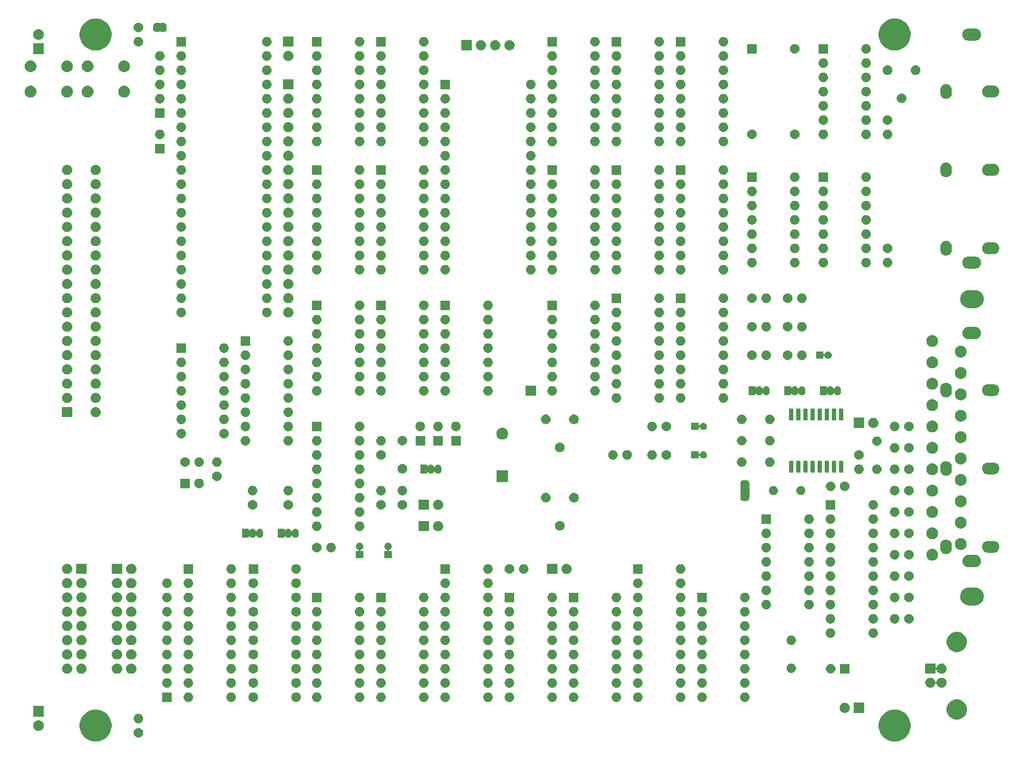
<source format=gts>
G04 #@! TF.GenerationSoftware,KiCad,Pcbnew,(5.1.2-1)-1*
G04 #@! TF.CreationDate,2022-12-12T22:42:53+01:00*
G04 #@! TF.ProjectId,full,66756c6c-2e6b-4696-9361-645f70636258,rev?*
G04 #@! TF.SameCoordinates,Original*
G04 #@! TF.FileFunction,Soldermask,Top*
G04 #@! TF.FilePolarity,Negative*
%FSLAX46Y46*%
G04 Gerber Fmt 4.6, Leading zero omitted, Abs format (unit mm)*
G04 Created by KiCad (PCBNEW (5.1.2-1)-1) date 2022-12-12 22:42:53*
%MOMM*%
%LPD*%
G04 APERTURE LIST*
%ADD10C,0.100000*%
G04 APERTURE END LIST*
D10*
G36*
X169303744Y-136871466D02*
G01*
X169741606Y-136958562D01*
X170260455Y-137173476D01*
X170727407Y-137485484D01*
X171124516Y-137882593D01*
X171436524Y-138349545D01*
X171651438Y-138868394D01*
X171761000Y-139419201D01*
X171761000Y-139980799D01*
X171651438Y-140531606D01*
X171436524Y-141050455D01*
X171220941Y-141373097D01*
X171127808Y-141512481D01*
X171124516Y-141517407D01*
X170727407Y-141914516D01*
X170260455Y-142226524D01*
X169741606Y-142441438D01*
X169190800Y-142551000D01*
X168629200Y-142551000D01*
X168078394Y-142441438D01*
X167559545Y-142226524D01*
X167092593Y-141914516D01*
X166695484Y-141517407D01*
X166692193Y-141512481D01*
X166599059Y-141373097D01*
X166383476Y-141050455D01*
X166168562Y-140531606D01*
X166059000Y-139980799D01*
X166059000Y-139419201D01*
X166168562Y-138868394D01*
X166383476Y-138349545D01*
X166695484Y-137882593D01*
X167092593Y-137485484D01*
X167559545Y-137173476D01*
X168078394Y-136958562D01*
X168516256Y-136871466D01*
X168629200Y-136849000D01*
X169190800Y-136849000D01*
X169303744Y-136871466D01*
X169303744Y-136871466D01*
G37*
G36*
X27063744Y-136871466D02*
G01*
X27501606Y-136958562D01*
X28020455Y-137173476D01*
X28487407Y-137485484D01*
X28884516Y-137882593D01*
X29196524Y-138349545D01*
X29411438Y-138868394D01*
X29521000Y-139419201D01*
X29521000Y-139980799D01*
X29411438Y-140531606D01*
X29196524Y-141050455D01*
X28980941Y-141373097D01*
X28887808Y-141512481D01*
X28884516Y-141517407D01*
X28487407Y-141914516D01*
X28020455Y-142226524D01*
X27501606Y-142441438D01*
X26950800Y-142551000D01*
X26389200Y-142551000D01*
X25838394Y-142441438D01*
X25319545Y-142226524D01*
X24852593Y-141914516D01*
X24455484Y-141517407D01*
X24452193Y-141512481D01*
X24359059Y-141373097D01*
X24143476Y-141050455D01*
X23928562Y-140531606D01*
X23819000Y-139980799D01*
X23819000Y-139419201D01*
X23928562Y-138868394D01*
X24143476Y-138349545D01*
X24455484Y-137882593D01*
X24852593Y-137485484D01*
X25319545Y-137173476D01*
X25838394Y-136958562D01*
X26276256Y-136871466D01*
X26389200Y-136849000D01*
X26950800Y-136849000D01*
X27063744Y-136871466D01*
X27063744Y-136871466D01*
G37*
G36*
X34538228Y-140151703D02*
G01*
X34693100Y-140215853D01*
X34832481Y-140308985D01*
X34951015Y-140427519D01*
X35044147Y-140566900D01*
X35108297Y-140721772D01*
X35141000Y-140886184D01*
X35141000Y-141053816D01*
X35108297Y-141218228D01*
X35044147Y-141373100D01*
X34951015Y-141512481D01*
X34832481Y-141631015D01*
X34693100Y-141724147D01*
X34538228Y-141788297D01*
X34373816Y-141821000D01*
X34206184Y-141821000D01*
X34041772Y-141788297D01*
X33886900Y-141724147D01*
X33747519Y-141631015D01*
X33628985Y-141512481D01*
X33535853Y-141373100D01*
X33471703Y-141218228D01*
X33439000Y-141053816D01*
X33439000Y-140886184D01*
X33471703Y-140721772D01*
X33535853Y-140566900D01*
X33628985Y-140427519D01*
X33747519Y-140308985D01*
X33886900Y-140215853D01*
X34041772Y-140151703D01*
X34206184Y-140119000D01*
X34373816Y-140119000D01*
X34538228Y-140151703D01*
X34538228Y-140151703D01*
G37*
G36*
X16787395Y-138785546D02*
G01*
X16960466Y-138857234D01*
X17032069Y-138905078D01*
X17116227Y-138961310D01*
X17248690Y-139093773D01*
X17280249Y-139141005D01*
X17352766Y-139249534D01*
X17424454Y-139422605D01*
X17461000Y-139606333D01*
X17461000Y-139793667D01*
X17424454Y-139977395D01*
X17352766Y-140150466D01*
X17352765Y-140150467D01*
X17248690Y-140306227D01*
X17116227Y-140438690D01*
X17037818Y-140491081D01*
X16960466Y-140542766D01*
X16787395Y-140614454D01*
X16603667Y-140651000D01*
X16416333Y-140651000D01*
X16232605Y-140614454D01*
X16059534Y-140542766D01*
X15982182Y-140491081D01*
X15903773Y-140438690D01*
X15771310Y-140306227D01*
X15667235Y-140150467D01*
X15667234Y-140150466D01*
X15595546Y-139977395D01*
X15559000Y-139793667D01*
X15559000Y-139606333D01*
X15595546Y-139422605D01*
X15667234Y-139249534D01*
X15739751Y-139141005D01*
X15771310Y-139093773D01*
X15903773Y-138961310D01*
X15987931Y-138905078D01*
X16059534Y-138857234D01*
X16232605Y-138785546D01*
X16416333Y-138749000D01*
X16603667Y-138749000D01*
X16787395Y-138785546D01*
X16787395Y-138785546D01*
G37*
G36*
X34456823Y-137591313D02*
G01*
X34617242Y-137639976D01*
X34749906Y-137710886D01*
X34765078Y-137718996D01*
X34894659Y-137825341D01*
X35001004Y-137954922D01*
X35001005Y-137954924D01*
X35080024Y-138102758D01*
X35128687Y-138263177D01*
X35145117Y-138430000D01*
X35128687Y-138596823D01*
X35080024Y-138757242D01*
X35020612Y-138868394D01*
X35001004Y-138905078D01*
X34894659Y-139034659D01*
X34765078Y-139141004D01*
X34765076Y-139141005D01*
X34617242Y-139220024D01*
X34456823Y-139268687D01*
X34331804Y-139281000D01*
X34248196Y-139281000D01*
X34123177Y-139268687D01*
X33962758Y-139220024D01*
X33814924Y-139141005D01*
X33814922Y-139141004D01*
X33685341Y-139034659D01*
X33578996Y-138905078D01*
X33559388Y-138868394D01*
X33499976Y-138757242D01*
X33451313Y-138596823D01*
X33434883Y-138430000D01*
X33451313Y-138263177D01*
X33499976Y-138102758D01*
X33578995Y-137954924D01*
X33578996Y-137954922D01*
X33685341Y-137825341D01*
X33814922Y-137718996D01*
X33830094Y-137710886D01*
X33962758Y-137639976D01*
X34123177Y-137591313D01*
X34248196Y-137579000D01*
X34331804Y-137579000D01*
X34456823Y-137591313D01*
X34456823Y-137591313D01*
G37*
G36*
X180495331Y-135078211D02*
G01*
X180823092Y-135213974D01*
X181118070Y-135411072D01*
X181368928Y-135661930D01*
X181566026Y-135956908D01*
X181701789Y-136284669D01*
X181771000Y-136632616D01*
X181771000Y-136987384D01*
X181701789Y-137335331D01*
X181566026Y-137663092D01*
X181368928Y-137958070D01*
X181118070Y-138208928D01*
X180823092Y-138406026D01*
X180495331Y-138541789D01*
X180147384Y-138611000D01*
X179792616Y-138611000D01*
X179444669Y-138541789D01*
X179116908Y-138406026D01*
X178821930Y-138208928D01*
X178571072Y-137958070D01*
X178373974Y-137663092D01*
X178238211Y-137335331D01*
X178169000Y-136987384D01*
X178169000Y-136632616D01*
X178238211Y-136284669D01*
X178373974Y-135956908D01*
X178571072Y-135661930D01*
X178821930Y-135411072D01*
X179116908Y-135213974D01*
X179444669Y-135078211D01*
X179792616Y-135009000D01*
X180147384Y-135009000D01*
X180495331Y-135078211D01*
X180495331Y-135078211D01*
G37*
G36*
X17461000Y-138111000D02*
G01*
X15559000Y-138111000D01*
X15559000Y-136209000D01*
X17461000Y-136209000D01*
X17461000Y-138111000D01*
X17461000Y-138111000D01*
G37*
G36*
X163461000Y-137426000D02*
G01*
X161659000Y-137426000D01*
X161659000Y-135624000D01*
X163461000Y-135624000D01*
X163461000Y-137426000D01*
X163461000Y-137426000D01*
G37*
G36*
X160130442Y-135630518D02*
G01*
X160196627Y-135637037D01*
X160366466Y-135688557D01*
X160522991Y-135772222D01*
X160558729Y-135801552D01*
X160660186Y-135884814D01*
X160719350Y-135956907D01*
X160772778Y-136022009D01*
X160856443Y-136178534D01*
X160907963Y-136348373D01*
X160925359Y-136525000D01*
X160907963Y-136701627D01*
X160856443Y-136871466D01*
X160772778Y-137027991D01*
X160743448Y-137063729D01*
X160660186Y-137165186D01*
X160558729Y-137248448D01*
X160522991Y-137277778D01*
X160366466Y-137361443D01*
X160196627Y-137412963D01*
X160130443Y-137419481D01*
X160064260Y-137426000D01*
X159975740Y-137426000D01*
X159909557Y-137419481D01*
X159843373Y-137412963D01*
X159673534Y-137361443D01*
X159517009Y-137277778D01*
X159481271Y-137248448D01*
X159379814Y-137165186D01*
X159296552Y-137063729D01*
X159267222Y-137027991D01*
X159183557Y-136871466D01*
X159132037Y-136701627D01*
X159114641Y-136525000D01*
X159132037Y-136348373D01*
X159183557Y-136178534D01*
X159267222Y-136022009D01*
X159320650Y-135956907D01*
X159379814Y-135884814D01*
X159481271Y-135801552D01*
X159517009Y-135772222D01*
X159673534Y-135688557D01*
X159843373Y-135637037D01*
X159909558Y-135630518D01*
X159975740Y-135624000D01*
X160064260Y-135624000D01*
X160130442Y-135630518D01*
X160130442Y-135630518D01*
G37*
G36*
X89066823Y-133781313D02*
G01*
X89227242Y-133829976D01*
X89359906Y-133900886D01*
X89375078Y-133908996D01*
X89504659Y-134015341D01*
X89611004Y-134144922D01*
X89611005Y-134144924D01*
X89690024Y-134292758D01*
X89738687Y-134453177D01*
X89755117Y-134620000D01*
X89738687Y-134786823D01*
X89690024Y-134947242D01*
X89620020Y-135078211D01*
X89611004Y-135095078D01*
X89504659Y-135224659D01*
X89375078Y-135331004D01*
X89375076Y-135331005D01*
X89227242Y-135410024D01*
X89066823Y-135458687D01*
X88941804Y-135471000D01*
X88858196Y-135471000D01*
X88733177Y-135458687D01*
X88572758Y-135410024D01*
X88424924Y-135331005D01*
X88424922Y-135331004D01*
X88295341Y-135224659D01*
X88188996Y-135095078D01*
X88179980Y-135078211D01*
X88109976Y-134947242D01*
X88061313Y-134786823D01*
X88044883Y-134620000D01*
X88061313Y-134453177D01*
X88109976Y-134292758D01*
X88188995Y-134144924D01*
X88188996Y-134144922D01*
X88295341Y-134015341D01*
X88424922Y-133908996D01*
X88440094Y-133900886D01*
X88572758Y-133829976D01*
X88733177Y-133781313D01*
X88858196Y-133769000D01*
X88941804Y-133769000D01*
X89066823Y-133781313D01*
X89066823Y-133781313D01*
G37*
G36*
X85256823Y-133781313D02*
G01*
X85417242Y-133829976D01*
X85549906Y-133900886D01*
X85565078Y-133908996D01*
X85694659Y-134015341D01*
X85801004Y-134144922D01*
X85801005Y-134144924D01*
X85880024Y-134292758D01*
X85928687Y-134453177D01*
X85945117Y-134620000D01*
X85928687Y-134786823D01*
X85880024Y-134947242D01*
X85810020Y-135078211D01*
X85801004Y-135095078D01*
X85694659Y-135224659D01*
X85565078Y-135331004D01*
X85565076Y-135331005D01*
X85417242Y-135410024D01*
X85256823Y-135458687D01*
X85131804Y-135471000D01*
X85048196Y-135471000D01*
X84923177Y-135458687D01*
X84762758Y-135410024D01*
X84614924Y-135331005D01*
X84614922Y-135331004D01*
X84485341Y-135224659D01*
X84378996Y-135095078D01*
X84369980Y-135078211D01*
X84299976Y-134947242D01*
X84251313Y-134786823D01*
X84234883Y-134620000D01*
X84251313Y-134453177D01*
X84299976Y-134292758D01*
X84378995Y-134144924D01*
X84378996Y-134144922D01*
X84485341Y-134015341D01*
X84614922Y-133908996D01*
X84630094Y-133900886D01*
X84762758Y-133829976D01*
X84923177Y-133781313D01*
X85048196Y-133769000D01*
X85131804Y-133769000D01*
X85256823Y-133781313D01*
X85256823Y-133781313D01*
G37*
G36*
X77636823Y-133781313D02*
G01*
X77797242Y-133829976D01*
X77929906Y-133900886D01*
X77945078Y-133908996D01*
X78074659Y-134015341D01*
X78181004Y-134144922D01*
X78181005Y-134144924D01*
X78260024Y-134292758D01*
X78308687Y-134453177D01*
X78325117Y-134620000D01*
X78308687Y-134786823D01*
X78260024Y-134947242D01*
X78190020Y-135078211D01*
X78181004Y-135095078D01*
X78074659Y-135224659D01*
X77945078Y-135331004D01*
X77945076Y-135331005D01*
X77797242Y-135410024D01*
X77636823Y-135458687D01*
X77511804Y-135471000D01*
X77428196Y-135471000D01*
X77303177Y-135458687D01*
X77142758Y-135410024D01*
X76994924Y-135331005D01*
X76994922Y-135331004D01*
X76865341Y-135224659D01*
X76758996Y-135095078D01*
X76749980Y-135078211D01*
X76679976Y-134947242D01*
X76631313Y-134786823D01*
X76614883Y-134620000D01*
X76631313Y-134453177D01*
X76679976Y-134292758D01*
X76758995Y-134144924D01*
X76758996Y-134144922D01*
X76865341Y-134015341D01*
X76994922Y-133908996D01*
X77010094Y-133900886D01*
X77142758Y-133829976D01*
X77303177Y-133781313D01*
X77428196Y-133769000D01*
X77511804Y-133769000D01*
X77636823Y-133781313D01*
X77636823Y-133781313D01*
G37*
G36*
X73826823Y-133781313D02*
G01*
X73987242Y-133829976D01*
X74119906Y-133900886D01*
X74135078Y-133908996D01*
X74264659Y-134015341D01*
X74371004Y-134144922D01*
X74371005Y-134144924D01*
X74450024Y-134292758D01*
X74498687Y-134453177D01*
X74515117Y-134620000D01*
X74498687Y-134786823D01*
X74450024Y-134947242D01*
X74380020Y-135078211D01*
X74371004Y-135095078D01*
X74264659Y-135224659D01*
X74135078Y-135331004D01*
X74135076Y-135331005D01*
X73987242Y-135410024D01*
X73826823Y-135458687D01*
X73701804Y-135471000D01*
X73618196Y-135471000D01*
X73493177Y-135458687D01*
X73332758Y-135410024D01*
X73184924Y-135331005D01*
X73184922Y-135331004D01*
X73055341Y-135224659D01*
X72948996Y-135095078D01*
X72939980Y-135078211D01*
X72869976Y-134947242D01*
X72821313Y-134786823D01*
X72804883Y-134620000D01*
X72821313Y-134453177D01*
X72869976Y-134292758D01*
X72948995Y-134144924D01*
X72948996Y-134144922D01*
X73055341Y-134015341D01*
X73184922Y-133908996D01*
X73200094Y-133900886D01*
X73332758Y-133829976D01*
X73493177Y-133781313D01*
X73618196Y-133769000D01*
X73701804Y-133769000D01*
X73826823Y-133781313D01*
X73826823Y-133781313D01*
G37*
G36*
X66206823Y-133781313D02*
G01*
X66367242Y-133829976D01*
X66499906Y-133900886D01*
X66515078Y-133908996D01*
X66644659Y-134015341D01*
X66751004Y-134144922D01*
X66751005Y-134144924D01*
X66830024Y-134292758D01*
X66878687Y-134453177D01*
X66895117Y-134620000D01*
X66878687Y-134786823D01*
X66830024Y-134947242D01*
X66760020Y-135078211D01*
X66751004Y-135095078D01*
X66644659Y-135224659D01*
X66515078Y-135331004D01*
X66515076Y-135331005D01*
X66367242Y-135410024D01*
X66206823Y-135458687D01*
X66081804Y-135471000D01*
X65998196Y-135471000D01*
X65873177Y-135458687D01*
X65712758Y-135410024D01*
X65564924Y-135331005D01*
X65564922Y-135331004D01*
X65435341Y-135224659D01*
X65328996Y-135095078D01*
X65319980Y-135078211D01*
X65249976Y-134947242D01*
X65201313Y-134786823D01*
X65184883Y-134620000D01*
X65201313Y-134453177D01*
X65249976Y-134292758D01*
X65328995Y-134144924D01*
X65328996Y-134144922D01*
X65435341Y-134015341D01*
X65564922Y-133908996D01*
X65580094Y-133900886D01*
X65712758Y-133829976D01*
X65873177Y-133781313D01*
X65998196Y-133769000D01*
X66081804Y-133769000D01*
X66206823Y-133781313D01*
X66206823Y-133781313D01*
G37*
G36*
X62523823Y-133781313D02*
G01*
X62684242Y-133829976D01*
X62816906Y-133900886D01*
X62832078Y-133908996D01*
X62961659Y-134015341D01*
X63068004Y-134144922D01*
X63068005Y-134144924D01*
X63147024Y-134292758D01*
X63195687Y-134453177D01*
X63212117Y-134620000D01*
X63195687Y-134786823D01*
X63147024Y-134947242D01*
X63077020Y-135078211D01*
X63068004Y-135095078D01*
X62961659Y-135224659D01*
X62832078Y-135331004D01*
X62832076Y-135331005D01*
X62684242Y-135410024D01*
X62523823Y-135458687D01*
X62398804Y-135471000D01*
X62315196Y-135471000D01*
X62190177Y-135458687D01*
X62029758Y-135410024D01*
X61881924Y-135331005D01*
X61881922Y-135331004D01*
X61752341Y-135224659D01*
X61645996Y-135095078D01*
X61636980Y-135078211D01*
X61566976Y-134947242D01*
X61518313Y-134786823D01*
X61501883Y-134620000D01*
X61518313Y-134453177D01*
X61566976Y-134292758D01*
X61645995Y-134144924D01*
X61645996Y-134144922D01*
X61752341Y-134015341D01*
X61881922Y-133908996D01*
X61897094Y-133900886D01*
X62029758Y-133829976D01*
X62190177Y-133781313D01*
X62315196Y-133769000D01*
X62398804Y-133769000D01*
X62523823Y-133781313D01*
X62523823Y-133781313D01*
G37*
G36*
X54903823Y-133781313D02*
G01*
X55064242Y-133829976D01*
X55196906Y-133900886D01*
X55212078Y-133908996D01*
X55341659Y-134015341D01*
X55448004Y-134144922D01*
X55448005Y-134144924D01*
X55527024Y-134292758D01*
X55575687Y-134453177D01*
X55592117Y-134620000D01*
X55575687Y-134786823D01*
X55527024Y-134947242D01*
X55457020Y-135078211D01*
X55448004Y-135095078D01*
X55341659Y-135224659D01*
X55212078Y-135331004D01*
X55212076Y-135331005D01*
X55064242Y-135410024D01*
X54903823Y-135458687D01*
X54778804Y-135471000D01*
X54695196Y-135471000D01*
X54570177Y-135458687D01*
X54409758Y-135410024D01*
X54261924Y-135331005D01*
X54261922Y-135331004D01*
X54132341Y-135224659D01*
X54025996Y-135095078D01*
X54016980Y-135078211D01*
X53946976Y-134947242D01*
X53898313Y-134786823D01*
X53881883Y-134620000D01*
X53898313Y-134453177D01*
X53946976Y-134292758D01*
X54025995Y-134144924D01*
X54025996Y-134144922D01*
X54132341Y-134015341D01*
X54261922Y-133908996D01*
X54277094Y-133900886D01*
X54409758Y-133829976D01*
X54570177Y-133781313D01*
X54695196Y-133769000D01*
X54778804Y-133769000D01*
X54903823Y-133781313D01*
X54903823Y-133781313D01*
G37*
G36*
X50966823Y-133781313D02*
G01*
X51127242Y-133829976D01*
X51259906Y-133900886D01*
X51275078Y-133908996D01*
X51404659Y-134015341D01*
X51511004Y-134144922D01*
X51511005Y-134144924D01*
X51590024Y-134292758D01*
X51638687Y-134453177D01*
X51655117Y-134620000D01*
X51638687Y-134786823D01*
X51590024Y-134947242D01*
X51520020Y-135078211D01*
X51511004Y-135095078D01*
X51404659Y-135224659D01*
X51275078Y-135331004D01*
X51275076Y-135331005D01*
X51127242Y-135410024D01*
X50966823Y-135458687D01*
X50841804Y-135471000D01*
X50758196Y-135471000D01*
X50633177Y-135458687D01*
X50472758Y-135410024D01*
X50324924Y-135331005D01*
X50324922Y-135331004D01*
X50195341Y-135224659D01*
X50088996Y-135095078D01*
X50079980Y-135078211D01*
X50009976Y-134947242D01*
X49961313Y-134786823D01*
X49944883Y-134620000D01*
X49961313Y-134453177D01*
X50009976Y-134292758D01*
X50088995Y-134144924D01*
X50088996Y-134144922D01*
X50195341Y-134015341D01*
X50324922Y-133908996D01*
X50340094Y-133900886D01*
X50472758Y-133829976D01*
X50633177Y-133781313D01*
X50758196Y-133769000D01*
X50841804Y-133769000D01*
X50966823Y-133781313D01*
X50966823Y-133781313D01*
G37*
G36*
X43346823Y-133781313D02*
G01*
X43507242Y-133829976D01*
X43639906Y-133900886D01*
X43655078Y-133908996D01*
X43784659Y-134015341D01*
X43891004Y-134144922D01*
X43891005Y-134144924D01*
X43970024Y-134292758D01*
X44018687Y-134453177D01*
X44035117Y-134620000D01*
X44018687Y-134786823D01*
X43970024Y-134947242D01*
X43900020Y-135078211D01*
X43891004Y-135095078D01*
X43784659Y-135224659D01*
X43655078Y-135331004D01*
X43655076Y-135331005D01*
X43507242Y-135410024D01*
X43346823Y-135458687D01*
X43221804Y-135471000D01*
X43138196Y-135471000D01*
X43013177Y-135458687D01*
X42852758Y-135410024D01*
X42704924Y-135331005D01*
X42704922Y-135331004D01*
X42575341Y-135224659D01*
X42468996Y-135095078D01*
X42459980Y-135078211D01*
X42389976Y-134947242D01*
X42341313Y-134786823D01*
X42324883Y-134620000D01*
X42341313Y-134453177D01*
X42389976Y-134292758D01*
X42468995Y-134144924D01*
X42468996Y-134144922D01*
X42575341Y-134015341D01*
X42704922Y-133908996D01*
X42720094Y-133900886D01*
X42852758Y-133829976D01*
X43013177Y-133781313D01*
X43138196Y-133769000D01*
X43221804Y-133769000D01*
X43346823Y-133781313D01*
X43346823Y-133781313D01*
G37*
G36*
X40221000Y-135471000D02*
G01*
X38519000Y-135471000D01*
X38519000Y-133769000D01*
X40221000Y-133769000D01*
X40221000Y-135471000D01*
X40221000Y-135471000D01*
G37*
G36*
X96686823Y-133781313D02*
G01*
X96847242Y-133829976D01*
X96979906Y-133900886D01*
X96995078Y-133908996D01*
X97124659Y-134015341D01*
X97231004Y-134144922D01*
X97231005Y-134144924D01*
X97310024Y-134292758D01*
X97358687Y-134453177D01*
X97375117Y-134620000D01*
X97358687Y-134786823D01*
X97310024Y-134947242D01*
X97240020Y-135078211D01*
X97231004Y-135095078D01*
X97124659Y-135224659D01*
X96995078Y-135331004D01*
X96995076Y-135331005D01*
X96847242Y-135410024D01*
X96686823Y-135458687D01*
X96561804Y-135471000D01*
X96478196Y-135471000D01*
X96353177Y-135458687D01*
X96192758Y-135410024D01*
X96044924Y-135331005D01*
X96044922Y-135331004D01*
X95915341Y-135224659D01*
X95808996Y-135095078D01*
X95799980Y-135078211D01*
X95729976Y-134947242D01*
X95681313Y-134786823D01*
X95664883Y-134620000D01*
X95681313Y-134453177D01*
X95729976Y-134292758D01*
X95808995Y-134144924D01*
X95808996Y-134144922D01*
X95915341Y-134015341D01*
X96044922Y-133908996D01*
X96060094Y-133900886D01*
X96192758Y-133829976D01*
X96353177Y-133781313D01*
X96478196Y-133769000D01*
X96561804Y-133769000D01*
X96686823Y-133781313D01*
X96686823Y-133781313D01*
G37*
G36*
X119546823Y-133781313D02*
G01*
X119707242Y-133829976D01*
X119839906Y-133900886D01*
X119855078Y-133908996D01*
X119984659Y-134015341D01*
X120091004Y-134144922D01*
X120091005Y-134144924D01*
X120170024Y-134292758D01*
X120218687Y-134453177D01*
X120235117Y-134620000D01*
X120218687Y-134786823D01*
X120170024Y-134947242D01*
X120100020Y-135078211D01*
X120091004Y-135095078D01*
X119984659Y-135224659D01*
X119855078Y-135331004D01*
X119855076Y-135331005D01*
X119707242Y-135410024D01*
X119546823Y-135458687D01*
X119421804Y-135471000D01*
X119338196Y-135471000D01*
X119213177Y-135458687D01*
X119052758Y-135410024D01*
X118904924Y-135331005D01*
X118904922Y-135331004D01*
X118775341Y-135224659D01*
X118668996Y-135095078D01*
X118659980Y-135078211D01*
X118589976Y-134947242D01*
X118541313Y-134786823D01*
X118524883Y-134620000D01*
X118541313Y-134453177D01*
X118589976Y-134292758D01*
X118668995Y-134144924D01*
X118668996Y-134144922D01*
X118775341Y-134015341D01*
X118904922Y-133908996D01*
X118920094Y-133900886D01*
X119052758Y-133829976D01*
X119213177Y-133781313D01*
X119338196Y-133769000D01*
X119421804Y-133769000D01*
X119546823Y-133781313D01*
X119546823Y-133781313D01*
G37*
G36*
X123356823Y-133781313D02*
G01*
X123517242Y-133829976D01*
X123649906Y-133900886D01*
X123665078Y-133908996D01*
X123794659Y-134015341D01*
X123901004Y-134144922D01*
X123901005Y-134144924D01*
X123980024Y-134292758D01*
X124028687Y-134453177D01*
X124045117Y-134620000D01*
X124028687Y-134786823D01*
X123980024Y-134947242D01*
X123910020Y-135078211D01*
X123901004Y-135095078D01*
X123794659Y-135224659D01*
X123665078Y-135331004D01*
X123665076Y-135331005D01*
X123517242Y-135410024D01*
X123356823Y-135458687D01*
X123231804Y-135471000D01*
X123148196Y-135471000D01*
X123023177Y-135458687D01*
X122862758Y-135410024D01*
X122714924Y-135331005D01*
X122714922Y-135331004D01*
X122585341Y-135224659D01*
X122478996Y-135095078D01*
X122469980Y-135078211D01*
X122399976Y-134947242D01*
X122351313Y-134786823D01*
X122334883Y-134620000D01*
X122351313Y-134453177D01*
X122399976Y-134292758D01*
X122478995Y-134144924D01*
X122478996Y-134144922D01*
X122585341Y-134015341D01*
X122714922Y-133908996D01*
X122730094Y-133900886D01*
X122862758Y-133829976D01*
X123023177Y-133781313D01*
X123148196Y-133769000D01*
X123231804Y-133769000D01*
X123356823Y-133781313D01*
X123356823Y-133781313D01*
G37*
G36*
X130976823Y-133781313D02*
G01*
X131137242Y-133829976D01*
X131269906Y-133900886D01*
X131285078Y-133908996D01*
X131414659Y-134015341D01*
X131521004Y-134144922D01*
X131521005Y-134144924D01*
X131600024Y-134292758D01*
X131648687Y-134453177D01*
X131665117Y-134620000D01*
X131648687Y-134786823D01*
X131600024Y-134947242D01*
X131530020Y-135078211D01*
X131521004Y-135095078D01*
X131414659Y-135224659D01*
X131285078Y-135331004D01*
X131285076Y-135331005D01*
X131137242Y-135410024D01*
X130976823Y-135458687D01*
X130851804Y-135471000D01*
X130768196Y-135471000D01*
X130643177Y-135458687D01*
X130482758Y-135410024D01*
X130334924Y-135331005D01*
X130334922Y-135331004D01*
X130205341Y-135224659D01*
X130098996Y-135095078D01*
X130089980Y-135078211D01*
X130019976Y-134947242D01*
X129971313Y-134786823D01*
X129954883Y-134620000D01*
X129971313Y-134453177D01*
X130019976Y-134292758D01*
X130098995Y-134144924D01*
X130098996Y-134144922D01*
X130205341Y-134015341D01*
X130334922Y-133908996D01*
X130350094Y-133900886D01*
X130482758Y-133829976D01*
X130643177Y-133781313D01*
X130768196Y-133769000D01*
X130851804Y-133769000D01*
X130976823Y-133781313D01*
X130976823Y-133781313D01*
G37*
G36*
X111926823Y-133781313D02*
G01*
X112087242Y-133829976D01*
X112219906Y-133900886D01*
X112235078Y-133908996D01*
X112364659Y-134015341D01*
X112471004Y-134144922D01*
X112471005Y-134144924D01*
X112550024Y-134292758D01*
X112598687Y-134453177D01*
X112615117Y-134620000D01*
X112598687Y-134786823D01*
X112550024Y-134947242D01*
X112480020Y-135078211D01*
X112471004Y-135095078D01*
X112364659Y-135224659D01*
X112235078Y-135331004D01*
X112235076Y-135331005D01*
X112087242Y-135410024D01*
X111926823Y-135458687D01*
X111801804Y-135471000D01*
X111718196Y-135471000D01*
X111593177Y-135458687D01*
X111432758Y-135410024D01*
X111284924Y-135331005D01*
X111284922Y-135331004D01*
X111155341Y-135224659D01*
X111048996Y-135095078D01*
X111039980Y-135078211D01*
X110969976Y-134947242D01*
X110921313Y-134786823D01*
X110904883Y-134620000D01*
X110921313Y-134453177D01*
X110969976Y-134292758D01*
X111048995Y-134144924D01*
X111048996Y-134144922D01*
X111155341Y-134015341D01*
X111284922Y-133908996D01*
X111300094Y-133900886D01*
X111432758Y-133829976D01*
X111593177Y-133781313D01*
X111718196Y-133769000D01*
X111801804Y-133769000D01*
X111926823Y-133781313D01*
X111926823Y-133781313D01*
G37*
G36*
X100496823Y-133781313D02*
G01*
X100657242Y-133829976D01*
X100789906Y-133900886D01*
X100805078Y-133908996D01*
X100934659Y-134015341D01*
X101041004Y-134144922D01*
X101041005Y-134144924D01*
X101120024Y-134292758D01*
X101168687Y-134453177D01*
X101185117Y-134620000D01*
X101168687Y-134786823D01*
X101120024Y-134947242D01*
X101050020Y-135078211D01*
X101041004Y-135095078D01*
X100934659Y-135224659D01*
X100805078Y-135331004D01*
X100805076Y-135331005D01*
X100657242Y-135410024D01*
X100496823Y-135458687D01*
X100371804Y-135471000D01*
X100288196Y-135471000D01*
X100163177Y-135458687D01*
X100002758Y-135410024D01*
X99854924Y-135331005D01*
X99854922Y-135331004D01*
X99725341Y-135224659D01*
X99618996Y-135095078D01*
X99609980Y-135078211D01*
X99539976Y-134947242D01*
X99491313Y-134786823D01*
X99474883Y-134620000D01*
X99491313Y-134453177D01*
X99539976Y-134292758D01*
X99618995Y-134144924D01*
X99618996Y-134144922D01*
X99725341Y-134015341D01*
X99854922Y-133908996D01*
X99870094Y-133900886D01*
X100002758Y-133829976D01*
X100163177Y-133781313D01*
X100288196Y-133769000D01*
X100371804Y-133769000D01*
X100496823Y-133781313D01*
X100496823Y-133781313D01*
G37*
G36*
X142406823Y-133781313D02*
G01*
X142567242Y-133829976D01*
X142699906Y-133900886D01*
X142715078Y-133908996D01*
X142844659Y-134015341D01*
X142951004Y-134144922D01*
X142951005Y-134144924D01*
X143030024Y-134292758D01*
X143078687Y-134453177D01*
X143095117Y-134620000D01*
X143078687Y-134786823D01*
X143030024Y-134947242D01*
X142960020Y-135078211D01*
X142951004Y-135095078D01*
X142844659Y-135224659D01*
X142715078Y-135331004D01*
X142715076Y-135331005D01*
X142567242Y-135410024D01*
X142406823Y-135458687D01*
X142281804Y-135471000D01*
X142198196Y-135471000D01*
X142073177Y-135458687D01*
X141912758Y-135410024D01*
X141764924Y-135331005D01*
X141764922Y-135331004D01*
X141635341Y-135224659D01*
X141528996Y-135095078D01*
X141519980Y-135078211D01*
X141449976Y-134947242D01*
X141401313Y-134786823D01*
X141384883Y-134620000D01*
X141401313Y-134453177D01*
X141449976Y-134292758D01*
X141528995Y-134144924D01*
X141528996Y-134144922D01*
X141635341Y-134015341D01*
X141764922Y-133908996D01*
X141780094Y-133900886D01*
X141912758Y-133829976D01*
X142073177Y-133781313D01*
X142198196Y-133769000D01*
X142281804Y-133769000D01*
X142406823Y-133781313D01*
X142406823Y-133781313D01*
G37*
G36*
X134786823Y-133781313D02*
G01*
X134947242Y-133829976D01*
X135079906Y-133900886D01*
X135095078Y-133908996D01*
X135224659Y-134015341D01*
X135331004Y-134144922D01*
X135331005Y-134144924D01*
X135410024Y-134292758D01*
X135458687Y-134453177D01*
X135475117Y-134620000D01*
X135458687Y-134786823D01*
X135410024Y-134947242D01*
X135340020Y-135078211D01*
X135331004Y-135095078D01*
X135224659Y-135224659D01*
X135095078Y-135331004D01*
X135095076Y-135331005D01*
X134947242Y-135410024D01*
X134786823Y-135458687D01*
X134661804Y-135471000D01*
X134578196Y-135471000D01*
X134453177Y-135458687D01*
X134292758Y-135410024D01*
X134144924Y-135331005D01*
X134144922Y-135331004D01*
X134015341Y-135224659D01*
X133908996Y-135095078D01*
X133899980Y-135078211D01*
X133829976Y-134947242D01*
X133781313Y-134786823D01*
X133764883Y-134620000D01*
X133781313Y-134453177D01*
X133829976Y-134292758D01*
X133908995Y-134144924D01*
X133908996Y-134144922D01*
X134015341Y-134015341D01*
X134144922Y-133908996D01*
X134160094Y-133900886D01*
X134292758Y-133829976D01*
X134453177Y-133781313D01*
X134578196Y-133769000D01*
X134661804Y-133769000D01*
X134786823Y-133781313D01*
X134786823Y-133781313D01*
G37*
G36*
X108116823Y-133781313D02*
G01*
X108277242Y-133829976D01*
X108409906Y-133900886D01*
X108425078Y-133908996D01*
X108554659Y-134015341D01*
X108661004Y-134144922D01*
X108661005Y-134144924D01*
X108740024Y-134292758D01*
X108788687Y-134453177D01*
X108805117Y-134620000D01*
X108788687Y-134786823D01*
X108740024Y-134947242D01*
X108670020Y-135078211D01*
X108661004Y-135095078D01*
X108554659Y-135224659D01*
X108425078Y-135331004D01*
X108425076Y-135331005D01*
X108277242Y-135410024D01*
X108116823Y-135458687D01*
X107991804Y-135471000D01*
X107908196Y-135471000D01*
X107783177Y-135458687D01*
X107622758Y-135410024D01*
X107474924Y-135331005D01*
X107474922Y-135331004D01*
X107345341Y-135224659D01*
X107238996Y-135095078D01*
X107229980Y-135078211D01*
X107159976Y-134947242D01*
X107111313Y-134786823D01*
X107094883Y-134620000D01*
X107111313Y-134453177D01*
X107159976Y-134292758D01*
X107238995Y-134144924D01*
X107238996Y-134144922D01*
X107345341Y-134015341D01*
X107474922Y-133908996D01*
X107490094Y-133900886D01*
X107622758Y-133829976D01*
X107783177Y-133781313D01*
X107908196Y-133769000D01*
X107991804Y-133769000D01*
X108116823Y-133781313D01*
X108116823Y-133781313D01*
G37*
G36*
X175373512Y-131143927D02*
G01*
X175522812Y-131173624D01*
X175686784Y-131241544D01*
X175834354Y-131340147D01*
X175959853Y-131465646D01*
X176058456Y-131613216D01*
X176126376Y-131777188D01*
X176137405Y-131832638D01*
X176144516Y-131856078D01*
X176156067Y-131877689D01*
X176171613Y-131896631D01*
X176190555Y-131912176D01*
X176212165Y-131923727D01*
X176235614Y-131930840D01*
X176260000Y-131933242D01*
X176284387Y-131930840D01*
X176307835Y-131923727D01*
X176329446Y-131912176D01*
X176348388Y-131896630D01*
X176363933Y-131877688D01*
X176375484Y-131856078D01*
X176382595Y-131832638D01*
X176393624Y-131777188D01*
X176461544Y-131613216D01*
X176560147Y-131465646D01*
X176685646Y-131340147D01*
X176833216Y-131241544D01*
X176997188Y-131173624D01*
X177146488Y-131143927D01*
X177171258Y-131139000D01*
X177348742Y-131139000D01*
X177373512Y-131143927D01*
X177522812Y-131173624D01*
X177686784Y-131241544D01*
X177834354Y-131340147D01*
X177959853Y-131465646D01*
X178058456Y-131613216D01*
X178126376Y-131777188D01*
X178161000Y-131951259D01*
X178161000Y-132128741D01*
X178126376Y-132302812D01*
X178058456Y-132466784D01*
X177959853Y-132614354D01*
X177834354Y-132739853D01*
X177686784Y-132838456D01*
X177522812Y-132906376D01*
X177373512Y-132936073D01*
X177348742Y-132941000D01*
X177171258Y-132941000D01*
X177146488Y-132936073D01*
X176997188Y-132906376D01*
X176833216Y-132838456D01*
X176685646Y-132739853D01*
X176560147Y-132614354D01*
X176461544Y-132466784D01*
X176393624Y-132302812D01*
X176382595Y-132247362D01*
X176375484Y-132223922D01*
X176363933Y-132202311D01*
X176348387Y-132183369D01*
X176329445Y-132167824D01*
X176307835Y-132156273D01*
X176284386Y-132149160D01*
X176260000Y-132146758D01*
X176235613Y-132149160D01*
X176212165Y-132156273D01*
X176190554Y-132167824D01*
X176171612Y-132183370D01*
X176156067Y-132202312D01*
X176144516Y-132223922D01*
X176137405Y-132247362D01*
X176126376Y-132302812D01*
X176058456Y-132466784D01*
X175959853Y-132614354D01*
X175834354Y-132739853D01*
X175686784Y-132838456D01*
X175522812Y-132906376D01*
X175373512Y-132936073D01*
X175348742Y-132941000D01*
X175171258Y-132941000D01*
X175146488Y-132936073D01*
X174997188Y-132906376D01*
X174833216Y-132838456D01*
X174685646Y-132739853D01*
X174560147Y-132614354D01*
X174461544Y-132466784D01*
X174393624Y-132302812D01*
X174359000Y-132128741D01*
X174359000Y-131951259D01*
X174393624Y-131777188D01*
X174461544Y-131613216D01*
X174560147Y-131465646D01*
X174685646Y-131340147D01*
X174833216Y-131241544D01*
X174997188Y-131173624D01*
X175146488Y-131143927D01*
X175171258Y-131139000D01*
X175348742Y-131139000D01*
X175373512Y-131143927D01*
X175373512Y-131143927D01*
G37*
G36*
X96686823Y-131241313D02*
G01*
X96847242Y-131289976D01*
X96941105Y-131340147D01*
X96995078Y-131368996D01*
X97124659Y-131475341D01*
X97231004Y-131604922D01*
X97231005Y-131604924D01*
X97310024Y-131752758D01*
X97358687Y-131913177D01*
X97375117Y-132080000D01*
X97358687Y-132246823D01*
X97310024Y-132407242D01*
X97278199Y-132466782D01*
X97231004Y-132555078D01*
X97124659Y-132684659D01*
X96995078Y-132791004D01*
X96995076Y-132791005D01*
X96847242Y-132870024D01*
X96686823Y-132918687D01*
X96561804Y-132931000D01*
X96478196Y-132931000D01*
X96353177Y-132918687D01*
X96192758Y-132870024D01*
X96044924Y-132791005D01*
X96044922Y-132791004D01*
X95915341Y-132684659D01*
X95808996Y-132555078D01*
X95761801Y-132466782D01*
X95729976Y-132407242D01*
X95681313Y-132246823D01*
X95664883Y-132080000D01*
X95681313Y-131913177D01*
X95729976Y-131752758D01*
X95808995Y-131604924D01*
X95808996Y-131604922D01*
X95915341Y-131475341D01*
X96044922Y-131368996D01*
X96098895Y-131340147D01*
X96192758Y-131289976D01*
X96353177Y-131241313D01*
X96478196Y-131229000D01*
X96561804Y-131229000D01*
X96686823Y-131241313D01*
X96686823Y-131241313D01*
G37*
G36*
X89066823Y-131241313D02*
G01*
X89227242Y-131289976D01*
X89321105Y-131340147D01*
X89375078Y-131368996D01*
X89504659Y-131475341D01*
X89611004Y-131604922D01*
X89611005Y-131604924D01*
X89690024Y-131752758D01*
X89738687Y-131913177D01*
X89755117Y-132080000D01*
X89738687Y-132246823D01*
X89690024Y-132407242D01*
X89658199Y-132466782D01*
X89611004Y-132555078D01*
X89504659Y-132684659D01*
X89375078Y-132791004D01*
X89375076Y-132791005D01*
X89227242Y-132870024D01*
X89066823Y-132918687D01*
X88941804Y-132931000D01*
X88858196Y-132931000D01*
X88733177Y-132918687D01*
X88572758Y-132870024D01*
X88424924Y-132791005D01*
X88424922Y-132791004D01*
X88295341Y-132684659D01*
X88188996Y-132555078D01*
X88141801Y-132466782D01*
X88109976Y-132407242D01*
X88061313Y-132246823D01*
X88044883Y-132080000D01*
X88061313Y-131913177D01*
X88109976Y-131752758D01*
X88188995Y-131604924D01*
X88188996Y-131604922D01*
X88295341Y-131475341D01*
X88424922Y-131368996D01*
X88478895Y-131340147D01*
X88572758Y-131289976D01*
X88733177Y-131241313D01*
X88858196Y-131229000D01*
X88941804Y-131229000D01*
X89066823Y-131241313D01*
X89066823Y-131241313D01*
G37*
G36*
X134786823Y-131241313D02*
G01*
X134947242Y-131289976D01*
X135041105Y-131340147D01*
X135095078Y-131368996D01*
X135224659Y-131475341D01*
X135331004Y-131604922D01*
X135331005Y-131604924D01*
X135410024Y-131752758D01*
X135458687Y-131913177D01*
X135475117Y-132080000D01*
X135458687Y-132246823D01*
X135410024Y-132407242D01*
X135378199Y-132466782D01*
X135331004Y-132555078D01*
X135224659Y-132684659D01*
X135095078Y-132791004D01*
X135095076Y-132791005D01*
X134947242Y-132870024D01*
X134786823Y-132918687D01*
X134661804Y-132931000D01*
X134578196Y-132931000D01*
X134453177Y-132918687D01*
X134292758Y-132870024D01*
X134144924Y-132791005D01*
X134144922Y-132791004D01*
X134015341Y-132684659D01*
X133908996Y-132555078D01*
X133861801Y-132466782D01*
X133829976Y-132407242D01*
X133781313Y-132246823D01*
X133764883Y-132080000D01*
X133781313Y-131913177D01*
X133829976Y-131752758D01*
X133908995Y-131604924D01*
X133908996Y-131604922D01*
X134015341Y-131475341D01*
X134144922Y-131368996D01*
X134198895Y-131340147D01*
X134292758Y-131289976D01*
X134453177Y-131241313D01*
X134578196Y-131229000D01*
X134661804Y-131229000D01*
X134786823Y-131241313D01*
X134786823Y-131241313D01*
G37*
G36*
X50966823Y-131241313D02*
G01*
X51127242Y-131289976D01*
X51221105Y-131340147D01*
X51275078Y-131368996D01*
X51404659Y-131475341D01*
X51511004Y-131604922D01*
X51511005Y-131604924D01*
X51590024Y-131752758D01*
X51638687Y-131913177D01*
X51655117Y-132080000D01*
X51638687Y-132246823D01*
X51590024Y-132407242D01*
X51558199Y-132466782D01*
X51511004Y-132555078D01*
X51404659Y-132684659D01*
X51275078Y-132791004D01*
X51275076Y-132791005D01*
X51127242Y-132870024D01*
X50966823Y-132918687D01*
X50841804Y-132931000D01*
X50758196Y-132931000D01*
X50633177Y-132918687D01*
X50472758Y-132870024D01*
X50324924Y-132791005D01*
X50324922Y-132791004D01*
X50195341Y-132684659D01*
X50088996Y-132555078D01*
X50041801Y-132466782D01*
X50009976Y-132407242D01*
X49961313Y-132246823D01*
X49944883Y-132080000D01*
X49961313Y-131913177D01*
X50009976Y-131752758D01*
X50088995Y-131604924D01*
X50088996Y-131604922D01*
X50195341Y-131475341D01*
X50324922Y-131368996D01*
X50378895Y-131340147D01*
X50472758Y-131289976D01*
X50633177Y-131241313D01*
X50758196Y-131229000D01*
X50841804Y-131229000D01*
X50966823Y-131241313D01*
X50966823Y-131241313D01*
G37*
G36*
X43346823Y-131241313D02*
G01*
X43507242Y-131289976D01*
X43601105Y-131340147D01*
X43655078Y-131368996D01*
X43784659Y-131475341D01*
X43891004Y-131604922D01*
X43891005Y-131604924D01*
X43970024Y-131752758D01*
X44018687Y-131913177D01*
X44035117Y-132080000D01*
X44018687Y-132246823D01*
X43970024Y-132407242D01*
X43938199Y-132466782D01*
X43891004Y-132555078D01*
X43784659Y-132684659D01*
X43655078Y-132791004D01*
X43655076Y-132791005D01*
X43507242Y-132870024D01*
X43346823Y-132918687D01*
X43221804Y-132931000D01*
X43138196Y-132931000D01*
X43013177Y-132918687D01*
X42852758Y-132870024D01*
X42704924Y-132791005D01*
X42704922Y-132791004D01*
X42575341Y-132684659D01*
X42468996Y-132555078D01*
X42421801Y-132466782D01*
X42389976Y-132407242D01*
X42341313Y-132246823D01*
X42324883Y-132080000D01*
X42341313Y-131913177D01*
X42389976Y-131752758D01*
X42468995Y-131604924D01*
X42468996Y-131604922D01*
X42575341Y-131475341D01*
X42704922Y-131368996D01*
X42758895Y-131340147D01*
X42852758Y-131289976D01*
X43013177Y-131241313D01*
X43138196Y-131229000D01*
X43221804Y-131229000D01*
X43346823Y-131241313D01*
X43346823Y-131241313D01*
G37*
G36*
X142406823Y-131241313D02*
G01*
X142567242Y-131289976D01*
X142661105Y-131340147D01*
X142715078Y-131368996D01*
X142844659Y-131475341D01*
X142951004Y-131604922D01*
X142951005Y-131604924D01*
X143030024Y-131752758D01*
X143078687Y-131913177D01*
X143095117Y-132080000D01*
X143078687Y-132246823D01*
X143030024Y-132407242D01*
X142998199Y-132466782D01*
X142951004Y-132555078D01*
X142844659Y-132684659D01*
X142715078Y-132791004D01*
X142715076Y-132791005D01*
X142567242Y-132870024D01*
X142406823Y-132918687D01*
X142281804Y-132931000D01*
X142198196Y-132931000D01*
X142073177Y-132918687D01*
X141912758Y-132870024D01*
X141764924Y-132791005D01*
X141764922Y-132791004D01*
X141635341Y-132684659D01*
X141528996Y-132555078D01*
X141481801Y-132466782D01*
X141449976Y-132407242D01*
X141401313Y-132246823D01*
X141384883Y-132080000D01*
X141401313Y-131913177D01*
X141449976Y-131752758D01*
X141528995Y-131604924D01*
X141528996Y-131604922D01*
X141635341Y-131475341D01*
X141764922Y-131368996D01*
X141818895Y-131340147D01*
X141912758Y-131289976D01*
X142073177Y-131241313D01*
X142198196Y-131229000D01*
X142281804Y-131229000D01*
X142406823Y-131241313D01*
X142406823Y-131241313D01*
G37*
G36*
X130976823Y-131241313D02*
G01*
X131137242Y-131289976D01*
X131231105Y-131340147D01*
X131285078Y-131368996D01*
X131414659Y-131475341D01*
X131521004Y-131604922D01*
X131521005Y-131604924D01*
X131600024Y-131752758D01*
X131648687Y-131913177D01*
X131665117Y-132080000D01*
X131648687Y-132246823D01*
X131600024Y-132407242D01*
X131568199Y-132466782D01*
X131521004Y-132555078D01*
X131414659Y-132684659D01*
X131285078Y-132791004D01*
X131285076Y-132791005D01*
X131137242Y-132870024D01*
X130976823Y-132918687D01*
X130851804Y-132931000D01*
X130768196Y-132931000D01*
X130643177Y-132918687D01*
X130482758Y-132870024D01*
X130334924Y-132791005D01*
X130334922Y-132791004D01*
X130205341Y-132684659D01*
X130098996Y-132555078D01*
X130051801Y-132466782D01*
X130019976Y-132407242D01*
X129971313Y-132246823D01*
X129954883Y-132080000D01*
X129971313Y-131913177D01*
X130019976Y-131752758D01*
X130098995Y-131604924D01*
X130098996Y-131604922D01*
X130205341Y-131475341D01*
X130334922Y-131368996D01*
X130388895Y-131340147D01*
X130482758Y-131289976D01*
X130643177Y-131241313D01*
X130768196Y-131229000D01*
X130851804Y-131229000D01*
X130976823Y-131241313D01*
X130976823Y-131241313D01*
G37*
G36*
X119546823Y-131241313D02*
G01*
X119707242Y-131289976D01*
X119801105Y-131340147D01*
X119855078Y-131368996D01*
X119984659Y-131475341D01*
X120091004Y-131604922D01*
X120091005Y-131604924D01*
X120170024Y-131752758D01*
X120218687Y-131913177D01*
X120235117Y-132080000D01*
X120218687Y-132246823D01*
X120170024Y-132407242D01*
X120138199Y-132466782D01*
X120091004Y-132555078D01*
X119984659Y-132684659D01*
X119855078Y-132791004D01*
X119855076Y-132791005D01*
X119707242Y-132870024D01*
X119546823Y-132918687D01*
X119421804Y-132931000D01*
X119338196Y-132931000D01*
X119213177Y-132918687D01*
X119052758Y-132870024D01*
X118904924Y-132791005D01*
X118904922Y-132791004D01*
X118775341Y-132684659D01*
X118668996Y-132555078D01*
X118621801Y-132466782D01*
X118589976Y-132407242D01*
X118541313Y-132246823D01*
X118524883Y-132080000D01*
X118541313Y-131913177D01*
X118589976Y-131752758D01*
X118668995Y-131604924D01*
X118668996Y-131604922D01*
X118775341Y-131475341D01*
X118904922Y-131368996D01*
X118958895Y-131340147D01*
X119052758Y-131289976D01*
X119213177Y-131241313D01*
X119338196Y-131229000D01*
X119421804Y-131229000D01*
X119546823Y-131241313D01*
X119546823Y-131241313D01*
G37*
G36*
X111926823Y-131241313D02*
G01*
X112087242Y-131289976D01*
X112181105Y-131340147D01*
X112235078Y-131368996D01*
X112364659Y-131475341D01*
X112471004Y-131604922D01*
X112471005Y-131604924D01*
X112550024Y-131752758D01*
X112598687Y-131913177D01*
X112615117Y-132080000D01*
X112598687Y-132246823D01*
X112550024Y-132407242D01*
X112518199Y-132466782D01*
X112471004Y-132555078D01*
X112364659Y-132684659D01*
X112235078Y-132791004D01*
X112235076Y-132791005D01*
X112087242Y-132870024D01*
X111926823Y-132918687D01*
X111801804Y-132931000D01*
X111718196Y-132931000D01*
X111593177Y-132918687D01*
X111432758Y-132870024D01*
X111284924Y-132791005D01*
X111284922Y-132791004D01*
X111155341Y-132684659D01*
X111048996Y-132555078D01*
X111001801Y-132466782D01*
X110969976Y-132407242D01*
X110921313Y-132246823D01*
X110904883Y-132080000D01*
X110921313Y-131913177D01*
X110969976Y-131752758D01*
X111048995Y-131604924D01*
X111048996Y-131604922D01*
X111155341Y-131475341D01*
X111284922Y-131368996D01*
X111338895Y-131340147D01*
X111432758Y-131289976D01*
X111593177Y-131241313D01*
X111718196Y-131229000D01*
X111801804Y-131229000D01*
X111926823Y-131241313D01*
X111926823Y-131241313D01*
G37*
G36*
X54903823Y-131241313D02*
G01*
X55064242Y-131289976D01*
X55158105Y-131340147D01*
X55212078Y-131368996D01*
X55341659Y-131475341D01*
X55448004Y-131604922D01*
X55448005Y-131604924D01*
X55527024Y-131752758D01*
X55575687Y-131913177D01*
X55592117Y-132080000D01*
X55575687Y-132246823D01*
X55527024Y-132407242D01*
X55495199Y-132466782D01*
X55448004Y-132555078D01*
X55341659Y-132684659D01*
X55212078Y-132791004D01*
X55212076Y-132791005D01*
X55064242Y-132870024D01*
X54903823Y-132918687D01*
X54778804Y-132931000D01*
X54695196Y-132931000D01*
X54570177Y-132918687D01*
X54409758Y-132870024D01*
X54261924Y-132791005D01*
X54261922Y-132791004D01*
X54132341Y-132684659D01*
X54025996Y-132555078D01*
X53978801Y-132466782D01*
X53946976Y-132407242D01*
X53898313Y-132246823D01*
X53881883Y-132080000D01*
X53898313Y-131913177D01*
X53946976Y-131752758D01*
X54025995Y-131604924D01*
X54025996Y-131604922D01*
X54132341Y-131475341D01*
X54261922Y-131368996D01*
X54315895Y-131340147D01*
X54409758Y-131289976D01*
X54570177Y-131241313D01*
X54695196Y-131229000D01*
X54778804Y-131229000D01*
X54903823Y-131241313D01*
X54903823Y-131241313D01*
G37*
G36*
X108116823Y-131241313D02*
G01*
X108277242Y-131289976D01*
X108371105Y-131340147D01*
X108425078Y-131368996D01*
X108554659Y-131475341D01*
X108661004Y-131604922D01*
X108661005Y-131604924D01*
X108740024Y-131752758D01*
X108788687Y-131913177D01*
X108805117Y-132080000D01*
X108788687Y-132246823D01*
X108740024Y-132407242D01*
X108708199Y-132466782D01*
X108661004Y-132555078D01*
X108554659Y-132684659D01*
X108425078Y-132791004D01*
X108425076Y-132791005D01*
X108277242Y-132870024D01*
X108116823Y-132918687D01*
X107991804Y-132931000D01*
X107908196Y-132931000D01*
X107783177Y-132918687D01*
X107622758Y-132870024D01*
X107474924Y-132791005D01*
X107474922Y-132791004D01*
X107345341Y-132684659D01*
X107238996Y-132555078D01*
X107191801Y-132466782D01*
X107159976Y-132407242D01*
X107111313Y-132246823D01*
X107094883Y-132080000D01*
X107111313Y-131913177D01*
X107159976Y-131752758D01*
X107238995Y-131604924D01*
X107238996Y-131604922D01*
X107345341Y-131475341D01*
X107474922Y-131368996D01*
X107528895Y-131340147D01*
X107622758Y-131289976D01*
X107783177Y-131241313D01*
X107908196Y-131229000D01*
X107991804Y-131229000D01*
X108116823Y-131241313D01*
X108116823Y-131241313D01*
G37*
G36*
X100496823Y-131241313D02*
G01*
X100657242Y-131289976D01*
X100751105Y-131340147D01*
X100805078Y-131368996D01*
X100934659Y-131475341D01*
X101041004Y-131604922D01*
X101041005Y-131604924D01*
X101120024Y-131752758D01*
X101168687Y-131913177D01*
X101185117Y-132080000D01*
X101168687Y-132246823D01*
X101120024Y-132407242D01*
X101088199Y-132466782D01*
X101041004Y-132555078D01*
X100934659Y-132684659D01*
X100805078Y-132791004D01*
X100805076Y-132791005D01*
X100657242Y-132870024D01*
X100496823Y-132918687D01*
X100371804Y-132931000D01*
X100288196Y-132931000D01*
X100163177Y-132918687D01*
X100002758Y-132870024D01*
X99854924Y-132791005D01*
X99854922Y-132791004D01*
X99725341Y-132684659D01*
X99618996Y-132555078D01*
X99571801Y-132466782D01*
X99539976Y-132407242D01*
X99491313Y-132246823D01*
X99474883Y-132080000D01*
X99491313Y-131913177D01*
X99539976Y-131752758D01*
X99618995Y-131604924D01*
X99618996Y-131604922D01*
X99725341Y-131475341D01*
X99854922Y-131368996D01*
X99908895Y-131340147D01*
X100002758Y-131289976D01*
X100163177Y-131241313D01*
X100288196Y-131229000D01*
X100371804Y-131229000D01*
X100496823Y-131241313D01*
X100496823Y-131241313D01*
G37*
G36*
X62523823Y-131241313D02*
G01*
X62684242Y-131289976D01*
X62778105Y-131340147D01*
X62832078Y-131368996D01*
X62961659Y-131475341D01*
X63068004Y-131604922D01*
X63068005Y-131604924D01*
X63147024Y-131752758D01*
X63195687Y-131913177D01*
X63212117Y-132080000D01*
X63195687Y-132246823D01*
X63147024Y-132407242D01*
X63115199Y-132466782D01*
X63068004Y-132555078D01*
X62961659Y-132684659D01*
X62832078Y-132791004D01*
X62832076Y-132791005D01*
X62684242Y-132870024D01*
X62523823Y-132918687D01*
X62398804Y-132931000D01*
X62315196Y-132931000D01*
X62190177Y-132918687D01*
X62029758Y-132870024D01*
X61881924Y-132791005D01*
X61881922Y-132791004D01*
X61752341Y-132684659D01*
X61645996Y-132555078D01*
X61598801Y-132466782D01*
X61566976Y-132407242D01*
X61518313Y-132246823D01*
X61501883Y-132080000D01*
X61518313Y-131913177D01*
X61566976Y-131752758D01*
X61645995Y-131604924D01*
X61645996Y-131604922D01*
X61752341Y-131475341D01*
X61881922Y-131368996D01*
X61935895Y-131340147D01*
X62029758Y-131289976D01*
X62190177Y-131241313D01*
X62315196Y-131229000D01*
X62398804Y-131229000D01*
X62523823Y-131241313D01*
X62523823Y-131241313D01*
G37*
G36*
X123356823Y-131241313D02*
G01*
X123517242Y-131289976D01*
X123611105Y-131340147D01*
X123665078Y-131368996D01*
X123794659Y-131475341D01*
X123901004Y-131604922D01*
X123901005Y-131604924D01*
X123980024Y-131752758D01*
X124028687Y-131913177D01*
X124045117Y-132080000D01*
X124028687Y-132246823D01*
X123980024Y-132407242D01*
X123948199Y-132466782D01*
X123901004Y-132555078D01*
X123794659Y-132684659D01*
X123665078Y-132791004D01*
X123665076Y-132791005D01*
X123517242Y-132870024D01*
X123356823Y-132918687D01*
X123231804Y-132931000D01*
X123148196Y-132931000D01*
X123023177Y-132918687D01*
X122862758Y-132870024D01*
X122714924Y-132791005D01*
X122714922Y-132791004D01*
X122585341Y-132684659D01*
X122478996Y-132555078D01*
X122431801Y-132466782D01*
X122399976Y-132407242D01*
X122351313Y-132246823D01*
X122334883Y-132080000D01*
X122351313Y-131913177D01*
X122399976Y-131752758D01*
X122478995Y-131604924D01*
X122478996Y-131604922D01*
X122585341Y-131475341D01*
X122714922Y-131368996D01*
X122768895Y-131340147D01*
X122862758Y-131289976D01*
X123023177Y-131241313D01*
X123148196Y-131229000D01*
X123231804Y-131229000D01*
X123356823Y-131241313D01*
X123356823Y-131241313D01*
G37*
G36*
X85256823Y-131241313D02*
G01*
X85417242Y-131289976D01*
X85511105Y-131340147D01*
X85565078Y-131368996D01*
X85694659Y-131475341D01*
X85801004Y-131604922D01*
X85801005Y-131604924D01*
X85880024Y-131752758D01*
X85928687Y-131913177D01*
X85945117Y-132080000D01*
X85928687Y-132246823D01*
X85880024Y-132407242D01*
X85848199Y-132466782D01*
X85801004Y-132555078D01*
X85694659Y-132684659D01*
X85565078Y-132791004D01*
X85565076Y-132791005D01*
X85417242Y-132870024D01*
X85256823Y-132918687D01*
X85131804Y-132931000D01*
X85048196Y-132931000D01*
X84923177Y-132918687D01*
X84762758Y-132870024D01*
X84614924Y-132791005D01*
X84614922Y-132791004D01*
X84485341Y-132684659D01*
X84378996Y-132555078D01*
X84331801Y-132466782D01*
X84299976Y-132407242D01*
X84251313Y-132246823D01*
X84234883Y-132080000D01*
X84251313Y-131913177D01*
X84299976Y-131752758D01*
X84378995Y-131604924D01*
X84378996Y-131604922D01*
X84485341Y-131475341D01*
X84614922Y-131368996D01*
X84668895Y-131340147D01*
X84762758Y-131289976D01*
X84923177Y-131241313D01*
X85048196Y-131229000D01*
X85131804Y-131229000D01*
X85256823Y-131241313D01*
X85256823Y-131241313D01*
G37*
G36*
X77636823Y-131241313D02*
G01*
X77797242Y-131289976D01*
X77891105Y-131340147D01*
X77945078Y-131368996D01*
X78074659Y-131475341D01*
X78181004Y-131604922D01*
X78181005Y-131604924D01*
X78260024Y-131752758D01*
X78308687Y-131913177D01*
X78325117Y-132080000D01*
X78308687Y-132246823D01*
X78260024Y-132407242D01*
X78228199Y-132466782D01*
X78181004Y-132555078D01*
X78074659Y-132684659D01*
X77945078Y-132791004D01*
X77945076Y-132791005D01*
X77797242Y-132870024D01*
X77636823Y-132918687D01*
X77511804Y-132931000D01*
X77428196Y-132931000D01*
X77303177Y-132918687D01*
X77142758Y-132870024D01*
X76994924Y-132791005D01*
X76994922Y-132791004D01*
X76865341Y-132684659D01*
X76758996Y-132555078D01*
X76711801Y-132466782D01*
X76679976Y-132407242D01*
X76631313Y-132246823D01*
X76614883Y-132080000D01*
X76631313Y-131913177D01*
X76679976Y-131752758D01*
X76758995Y-131604924D01*
X76758996Y-131604922D01*
X76865341Y-131475341D01*
X76994922Y-131368996D01*
X77048895Y-131340147D01*
X77142758Y-131289976D01*
X77303177Y-131241313D01*
X77428196Y-131229000D01*
X77511804Y-131229000D01*
X77636823Y-131241313D01*
X77636823Y-131241313D01*
G37*
G36*
X39536823Y-131241313D02*
G01*
X39697242Y-131289976D01*
X39791105Y-131340147D01*
X39845078Y-131368996D01*
X39974659Y-131475341D01*
X40081004Y-131604922D01*
X40081005Y-131604924D01*
X40160024Y-131752758D01*
X40208687Y-131913177D01*
X40225117Y-132080000D01*
X40208687Y-132246823D01*
X40160024Y-132407242D01*
X40128199Y-132466782D01*
X40081004Y-132555078D01*
X39974659Y-132684659D01*
X39845078Y-132791004D01*
X39845076Y-132791005D01*
X39697242Y-132870024D01*
X39536823Y-132918687D01*
X39411804Y-132931000D01*
X39328196Y-132931000D01*
X39203177Y-132918687D01*
X39042758Y-132870024D01*
X38894924Y-132791005D01*
X38894922Y-132791004D01*
X38765341Y-132684659D01*
X38658996Y-132555078D01*
X38611801Y-132466782D01*
X38579976Y-132407242D01*
X38531313Y-132246823D01*
X38514883Y-132080000D01*
X38531313Y-131913177D01*
X38579976Y-131752758D01*
X38658995Y-131604924D01*
X38658996Y-131604922D01*
X38765341Y-131475341D01*
X38894922Y-131368996D01*
X38948895Y-131340147D01*
X39042758Y-131289976D01*
X39203177Y-131241313D01*
X39328196Y-131229000D01*
X39411804Y-131229000D01*
X39536823Y-131241313D01*
X39536823Y-131241313D01*
G37*
G36*
X73826823Y-131241313D02*
G01*
X73987242Y-131289976D01*
X74081105Y-131340147D01*
X74135078Y-131368996D01*
X74264659Y-131475341D01*
X74371004Y-131604922D01*
X74371005Y-131604924D01*
X74450024Y-131752758D01*
X74498687Y-131913177D01*
X74515117Y-132080000D01*
X74498687Y-132246823D01*
X74450024Y-132407242D01*
X74418199Y-132466782D01*
X74371004Y-132555078D01*
X74264659Y-132684659D01*
X74135078Y-132791004D01*
X74135076Y-132791005D01*
X73987242Y-132870024D01*
X73826823Y-132918687D01*
X73701804Y-132931000D01*
X73618196Y-132931000D01*
X73493177Y-132918687D01*
X73332758Y-132870024D01*
X73184924Y-132791005D01*
X73184922Y-132791004D01*
X73055341Y-132684659D01*
X72948996Y-132555078D01*
X72901801Y-132466782D01*
X72869976Y-132407242D01*
X72821313Y-132246823D01*
X72804883Y-132080000D01*
X72821313Y-131913177D01*
X72869976Y-131752758D01*
X72948995Y-131604924D01*
X72948996Y-131604922D01*
X73055341Y-131475341D01*
X73184922Y-131368996D01*
X73238895Y-131340147D01*
X73332758Y-131289976D01*
X73493177Y-131241313D01*
X73618196Y-131229000D01*
X73701804Y-131229000D01*
X73826823Y-131241313D01*
X73826823Y-131241313D01*
G37*
G36*
X66206823Y-131241313D02*
G01*
X66367242Y-131289976D01*
X66461105Y-131340147D01*
X66515078Y-131368996D01*
X66644659Y-131475341D01*
X66751004Y-131604922D01*
X66751005Y-131604924D01*
X66830024Y-131752758D01*
X66878687Y-131913177D01*
X66895117Y-132080000D01*
X66878687Y-132246823D01*
X66830024Y-132407242D01*
X66798199Y-132466782D01*
X66751004Y-132555078D01*
X66644659Y-132684659D01*
X66515078Y-132791004D01*
X66515076Y-132791005D01*
X66367242Y-132870024D01*
X66206823Y-132918687D01*
X66081804Y-132931000D01*
X65998196Y-132931000D01*
X65873177Y-132918687D01*
X65712758Y-132870024D01*
X65564924Y-132791005D01*
X65564922Y-132791004D01*
X65435341Y-132684659D01*
X65328996Y-132555078D01*
X65281801Y-132466782D01*
X65249976Y-132407242D01*
X65201313Y-132246823D01*
X65184883Y-132080000D01*
X65201313Y-131913177D01*
X65249976Y-131752758D01*
X65328995Y-131604924D01*
X65328996Y-131604922D01*
X65435341Y-131475341D01*
X65564922Y-131368996D01*
X65618895Y-131340147D01*
X65712758Y-131289976D01*
X65873177Y-131241313D01*
X65998196Y-131229000D01*
X66081804Y-131229000D01*
X66206823Y-131241313D01*
X66206823Y-131241313D01*
G37*
G36*
X30659294Y-128638633D02*
G01*
X30831695Y-128690931D01*
X30990583Y-128775858D01*
X31129849Y-128890151D01*
X31244142Y-129029417D01*
X31329069Y-129188305D01*
X31381367Y-129360706D01*
X31399025Y-129540000D01*
X31381367Y-129719294D01*
X31329069Y-129891695D01*
X31244142Y-130050583D01*
X31129849Y-130189849D01*
X30990583Y-130304142D01*
X30831695Y-130389069D01*
X30659294Y-130441367D01*
X30524931Y-130454600D01*
X30435069Y-130454600D01*
X30300706Y-130441367D01*
X30128305Y-130389069D01*
X29969417Y-130304142D01*
X29830151Y-130189849D01*
X29715858Y-130050583D01*
X29630931Y-129891695D01*
X29578633Y-129719294D01*
X29560975Y-129540000D01*
X29578633Y-129360706D01*
X29630931Y-129188305D01*
X29715858Y-129029417D01*
X29830151Y-128890151D01*
X29969417Y-128775858D01*
X30128305Y-128690931D01*
X30300706Y-128638633D01*
X30435069Y-128625400D01*
X30524931Y-128625400D01*
X30659294Y-128638633D01*
X30659294Y-128638633D01*
G37*
G36*
X33199294Y-128638633D02*
G01*
X33371695Y-128690931D01*
X33530583Y-128775858D01*
X33669849Y-128890151D01*
X33784142Y-129029417D01*
X33869069Y-129188305D01*
X33921367Y-129360706D01*
X33939025Y-129540000D01*
X33921367Y-129719294D01*
X33869069Y-129891695D01*
X33784142Y-130050583D01*
X33669849Y-130189849D01*
X33530583Y-130304142D01*
X33371695Y-130389069D01*
X33199294Y-130441367D01*
X33064931Y-130454600D01*
X32975069Y-130454600D01*
X32840706Y-130441367D01*
X32668305Y-130389069D01*
X32509417Y-130304142D01*
X32370151Y-130189849D01*
X32255858Y-130050583D01*
X32170931Y-129891695D01*
X32118633Y-129719294D01*
X32100975Y-129540000D01*
X32118633Y-129360706D01*
X32170931Y-129188305D01*
X32255858Y-129029417D01*
X32370151Y-128890151D01*
X32509417Y-128775858D01*
X32668305Y-128690931D01*
X32840706Y-128638633D01*
X32975069Y-128625400D01*
X33064931Y-128625400D01*
X33199294Y-128638633D01*
X33199294Y-128638633D01*
G37*
G36*
X176161000Y-129210383D02*
G01*
X176163402Y-129234769D01*
X176170515Y-129258218D01*
X176182066Y-129279829D01*
X176197611Y-129298771D01*
X176216553Y-129314316D01*
X176238164Y-129325867D01*
X176261613Y-129332980D01*
X176285999Y-129335382D01*
X176310385Y-129332980D01*
X176333834Y-129325867D01*
X176355445Y-129314316D01*
X176374387Y-129298771D01*
X176389932Y-129279829D01*
X176401477Y-129258229D01*
X176461544Y-129113216D01*
X176560147Y-128965646D01*
X176685646Y-128840147D01*
X176833216Y-128741544D01*
X176997188Y-128673624D01*
X177146488Y-128643927D01*
X177171258Y-128639000D01*
X177348742Y-128639000D01*
X177373512Y-128643927D01*
X177522812Y-128673624D01*
X177686784Y-128741544D01*
X177834354Y-128840147D01*
X177959853Y-128965646D01*
X178058456Y-129113216D01*
X178126376Y-129277188D01*
X178161000Y-129451259D01*
X178161000Y-129628741D01*
X178126376Y-129802812D01*
X178058456Y-129966784D01*
X177959853Y-130114354D01*
X177834354Y-130239853D01*
X177686784Y-130338456D01*
X177522812Y-130406376D01*
X177373512Y-130436073D01*
X177348742Y-130441000D01*
X177171258Y-130441000D01*
X177146488Y-130436073D01*
X176997188Y-130406376D01*
X176833216Y-130338456D01*
X176685646Y-130239853D01*
X176560147Y-130114354D01*
X176461544Y-129966784D01*
X176401477Y-129821771D01*
X176389932Y-129800171D01*
X176374387Y-129781229D01*
X176355445Y-129765684D01*
X176333834Y-129754133D01*
X176310385Y-129747020D01*
X176285999Y-129744618D01*
X176261613Y-129747020D01*
X176238164Y-129754133D01*
X176216553Y-129765684D01*
X176197611Y-129781229D01*
X176182066Y-129800171D01*
X176170515Y-129821782D01*
X176163402Y-129845231D01*
X176161000Y-129869617D01*
X176161000Y-130441000D01*
X174359000Y-130441000D01*
X174359000Y-128639000D01*
X176161000Y-128639000D01*
X176161000Y-129210383D01*
X176161000Y-129210383D01*
G37*
G36*
X24240443Y-128645519D02*
G01*
X24306627Y-128652037D01*
X24476466Y-128703557D01*
X24476468Y-128703558D01*
X24510415Y-128721703D01*
X24632991Y-128787222D01*
X24647324Y-128798985D01*
X24770186Y-128899814D01*
X24850369Y-128997519D01*
X24882778Y-129037009D01*
X24882779Y-129037011D01*
X24963648Y-129188304D01*
X24966443Y-129193534D01*
X25017963Y-129363373D01*
X25035359Y-129540000D01*
X25017963Y-129716627D01*
X24971554Y-129869617D01*
X24966442Y-129886468D01*
X24936173Y-129943097D01*
X24882778Y-130042991D01*
X24876547Y-130050583D01*
X24770186Y-130180186D01*
X24668729Y-130263448D01*
X24632991Y-130292778D01*
X24476466Y-130376443D01*
X24306627Y-130427963D01*
X24240443Y-130434481D01*
X24174260Y-130441000D01*
X24085740Y-130441000D01*
X24019557Y-130434481D01*
X23953373Y-130427963D01*
X23783534Y-130376443D01*
X23627009Y-130292778D01*
X23591271Y-130263448D01*
X23489814Y-130180186D01*
X23383453Y-130050583D01*
X23377222Y-130042991D01*
X23323827Y-129943097D01*
X23293558Y-129886468D01*
X23288446Y-129869617D01*
X23242037Y-129716627D01*
X23224641Y-129540000D01*
X23242037Y-129363373D01*
X23293557Y-129193534D01*
X23296353Y-129188304D01*
X23377221Y-129037011D01*
X23377222Y-129037009D01*
X23409631Y-128997519D01*
X23489814Y-128899814D01*
X23612676Y-128798985D01*
X23627009Y-128787222D01*
X23749585Y-128721703D01*
X23783532Y-128703558D01*
X23783534Y-128703557D01*
X23953373Y-128652037D01*
X24019557Y-128645519D01*
X24085740Y-128639000D01*
X24174260Y-128639000D01*
X24240443Y-128645519D01*
X24240443Y-128645519D01*
G37*
G36*
X21700443Y-128645519D02*
G01*
X21766627Y-128652037D01*
X21936466Y-128703557D01*
X21936468Y-128703558D01*
X21970415Y-128721703D01*
X22092991Y-128787222D01*
X22107324Y-128798985D01*
X22230186Y-128899814D01*
X22310369Y-128997519D01*
X22342778Y-129037009D01*
X22342779Y-129037011D01*
X22423648Y-129188304D01*
X22426443Y-129193534D01*
X22477963Y-129363373D01*
X22495359Y-129540000D01*
X22477963Y-129716627D01*
X22431554Y-129869617D01*
X22426442Y-129886468D01*
X22396173Y-129943097D01*
X22342778Y-130042991D01*
X22336547Y-130050583D01*
X22230186Y-130180186D01*
X22128729Y-130263448D01*
X22092991Y-130292778D01*
X21936466Y-130376443D01*
X21766627Y-130427963D01*
X21700443Y-130434481D01*
X21634260Y-130441000D01*
X21545740Y-130441000D01*
X21479557Y-130434481D01*
X21413373Y-130427963D01*
X21243534Y-130376443D01*
X21087009Y-130292778D01*
X21051271Y-130263448D01*
X20949814Y-130180186D01*
X20843453Y-130050583D01*
X20837222Y-130042991D01*
X20783827Y-129943097D01*
X20753558Y-129886468D01*
X20748446Y-129869617D01*
X20702037Y-129716627D01*
X20684641Y-129540000D01*
X20702037Y-129363373D01*
X20753557Y-129193534D01*
X20756353Y-129188304D01*
X20837221Y-129037011D01*
X20837222Y-129037009D01*
X20869631Y-128997519D01*
X20949814Y-128899814D01*
X21072676Y-128798985D01*
X21087009Y-128787222D01*
X21209585Y-128721703D01*
X21243532Y-128703558D01*
X21243534Y-128703557D01*
X21413373Y-128652037D01*
X21479557Y-128645519D01*
X21545740Y-128639000D01*
X21634260Y-128639000D01*
X21700443Y-128645519D01*
X21700443Y-128645519D01*
G37*
G36*
X157768228Y-128721703D02*
G01*
X157923100Y-128785853D01*
X158062481Y-128878985D01*
X158181015Y-128997519D01*
X158274147Y-129136900D01*
X158338297Y-129291772D01*
X158371000Y-129456184D01*
X158371000Y-129623816D01*
X158338297Y-129788228D01*
X158274147Y-129943100D01*
X158181015Y-130082481D01*
X158062481Y-130201015D01*
X157923100Y-130294147D01*
X157768228Y-130358297D01*
X157603816Y-130391000D01*
X157436184Y-130391000D01*
X157271772Y-130358297D01*
X157116900Y-130294147D01*
X156977519Y-130201015D01*
X156858985Y-130082481D01*
X156765853Y-129943100D01*
X156701703Y-129788228D01*
X156669000Y-129623816D01*
X156669000Y-129456184D01*
X156701703Y-129291772D01*
X156765853Y-129136900D01*
X156858985Y-128997519D01*
X156977519Y-128878985D01*
X157116900Y-128785853D01*
X157271772Y-128721703D01*
X157436184Y-128689000D01*
X157603816Y-128689000D01*
X157768228Y-128721703D01*
X157768228Y-128721703D01*
G37*
G36*
X142406823Y-128701313D02*
G01*
X142567242Y-128749976D01*
X142634361Y-128785852D01*
X142715078Y-128828996D01*
X142844659Y-128935341D01*
X142951004Y-129064922D01*
X142951005Y-129064924D01*
X143030024Y-129212758D01*
X143078687Y-129373177D01*
X143095117Y-129540000D01*
X143078687Y-129706823D01*
X143050370Y-129800171D01*
X143031281Y-129863100D01*
X143030024Y-129867242D01*
X142959114Y-129999906D01*
X142951004Y-130015078D01*
X142844659Y-130144659D01*
X142715078Y-130251004D01*
X142715076Y-130251005D01*
X142567242Y-130330024D01*
X142406823Y-130378687D01*
X142281804Y-130391000D01*
X142198196Y-130391000D01*
X142073177Y-130378687D01*
X141912758Y-130330024D01*
X141764924Y-130251005D01*
X141764922Y-130251004D01*
X141635341Y-130144659D01*
X141528996Y-130015078D01*
X141520886Y-129999906D01*
X141449976Y-129867242D01*
X141448720Y-129863100D01*
X141429630Y-129800171D01*
X141401313Y-129706823D01*
X141384883Y-129540000D01*
X141401313Y-129373177D01*
X141449976Y-129212758D01*
X141528995Y-129064924D01*
X141528996Y-129064922D01*
X141635341Y-128935341D01*
X141764922Y-128828996D01*
X141845639Y-128785852D01*
X141912758Y-128749976D01*
X142073177Y-128701313D01*
X142198196Y-128689000D01*
X142281804Y-128689000D01*
X142406823Y-128701313D01*
X142406823Y-128701313D01*
G37*
G36*
X134786823Y-128701313D02*
G01*
X134947242Y-128749976D01*
X135014361Y-128785852D01*
X135095078Y-128828996D01*
X135224659Y-128935341D01*
X135331004Y-129064922D01*
X135331005Y-129064924D01*
X135410024Y-129212758D01*
X135458687Y-129373177D01*
X135475117Y-129540000D01*
X135458687Y-129706823D01*
X135430370Y-129800171D01*
X135411281Y-129863100D01*
X135410024Y-129867242D01*
X135339114Y-129999906D01*
X135331004Y-130015078D01*
X135224659Y-130144659D01*
X135095078Y-130251004D01*
X135095076Y-130251005D01*
X134947242Y-130330024D01*
X134786823Y-130378687D01*
X134661804Y-130391000D01*
X134578196Y-130391000D01*
X134453177Y-130378687D01*
X134292758Y-130330024D01*
X134144924Y-130251005D01*
X134144922Y-130251004D01*
X134015341Y-130144659D01*
X133908996Y-130015078D01*
X133900886Y-129999906D01*
X133829976Y-129867242D01*
X133828720Y-129863100D01*
X133809630Y-129800171D01*
X133781313Y-129706823D01*
X133764883Y-129540000D01*
X133781313Y-129373177D01*
X133829976Y-129212758D01*
X133908995Y-129064924D01*
X133908996Y-129064922D01*
X134015341Y-128935341D01*
X134144922Y-128828996D01*
X134225639Y-128785852D01*
X134292758Y-128749976D01*
X134453177Y-128701313D01*
X134578196Y-128689000D01*
X134661804Y-128689000D01*
X134786823Y-128701313D01*
X134786823Y-128701313D01*
G37*
G36*
X96686823Y-128701313D02*
G01*
X96847242Y-128749976D01*
X96914361Y-128785852D01*
X96995078Y-128828996D01*
X97124659Y-128935341D01*
X97231004Y-129064922D01*
X97231005Y-129064924D01*
X97310024Y-129212758D01*
X97358687Y-129373177D01*
X97375117Y-129540000D01*
X97358687Y-129706823D01*
X97330370Y-129800171D01*
X97311281Y-129863100D01*
X97310024Y-129867242D01*
X97239114Y-129999906D01*
X97231004Y-130015078D01*
X97124659Y-130144659D01*
X96995078Y-130251004D01*
X96995076Y-130251005D01*
X96847242Y-130330024D01*
X96686823Y-130378687D01*
X96561804Y-130391000D01*
X96478196Y-130391000D01*
X96353177Y-130378687D01*
X96192758Y-130330024D01*
X96044924Y-130251005D01*
X96044922Y-130251004D01*
X95915341Y-130144659D01*
X95808996Y-130015078D01*
X95800886Y-129999906D01*
X95729976Y-129867242D01*
X95728720Y-129863100D01*
X95709630Y-129800171D01*
X95681313Y-129706823D01*
X95664883Y-129540000D01*
X95681313Y-129373177D01*
X95729976Y-129212758D01*
X95808995Y-129064924D01*
X95808996Y-129064922D01*
X95915341Y-128935341D01*
X96044922Y-128828996D01*
X96125639Y-128785852D01*
X96192758Y-128749976D01*
X96353177Y-128701313D01*
X96478196Y-128689000D01*
X96561804Y-128689000D01*
X96686823Y-128701313D01*
X96686823Y-128701313D01*
G37*
G36*
X89066823Y-128701313D02*
G01*
X89227242Y-128749976D01*
X89294361Y-128785852D01*
X89375078Y-128828996D01*
X89504659Y-128935341D01*
X89611004Y-129064922D01*
X89611005Y-129064924D01*
X89690024Y-129212758D01*
X89738687Y-129373177D01*
X89755117Y-129540000D01*
X89738687Y-129706823D01*
X89710370Y-129800171D01*
X89691281Y-129863100D01*
X89690024Y-129867242D01*
X89619114Y-129999906D01*
X89611004Y-130015078D01*
X89504659Y-130144659D01*
X89375078Y-130251004D01*
X89375076Y-130251005D01*
X89227242Y-130330024D01*
X89066823Y-130378687D01*
X88941804Y-130391000D01*
X88858196Y-130391000D01*
X88733177Y-130378687D01*
X88572758Y-130330024D01*
X88424924Y-130251005D01*
X88424922Y-130251004D01*
X88295341Y-130144659D01*
X88188996Y-130015078D01*
X88180886Y-129999906D01*
X88109976Y-129867242D01*
X88108720Y-129863100D01*
X88089630Y-129800171D01*
X88061313Y-129706823D01*
X88044883Y-129540000D01*
X88061313Y-129373177D01*
X88109976Y-129212758D01*
X88188995Y-129064924D01*
X88188996Y-129064922D01*
X88295341Y-128935341D01*
X88424922Y-128828996D01*
X88505639Y-128785852D01*
X88572758Y-128749976D01*
X88733177Y-128701313D01*
X88858196Y-128689000D01*
X88941804Y-128689000D01*
X89066823Y-128701313D01*
X89066823Y-128701313D01*
G37*
G36*
X130976823Y-128701313D02*
G01*
X131137242Y-128749976D01*
X131204361Y-128785852D01*
X131285078Y-128828996D01*
X131414659Y-128935341D01*
X131521004Y-129064922D01*
X131521005Y-129064924D01*
X131600024Y-129212758D01*
X131648687Y-129373177D01*
X131665117Y-129540000D01*
X131648687Y-129706823D01*
X131620370Y-129800171D01*
X131601281Y-129863100D01*
X131600024Y-129867242D01*
X131529114Y-129999906D01*
X131521004Y-130015078D01*
X131414659Y-130144659D01*
X131285078Y-130251004D01*
X131285076Y-130251005D01*
X131137242Y-130330024D01*
X130976823Y-130378687D01*
X130851804Y-130391000D01*
X130768196Y-130391000D01*
X130643177Y-130378687D01*
X130482758Y-130330024D01*
X130334924Y-130251005D01*
X130334922Y-130251004D01*
X130205341Y-130144659D01*
X130098996Y-130015078D01*
X130090886Y-129999906D01*
X130019976Y-129867242D01*
X130018720Y-129863100D01*
X129999630Y-129800171D01*
X129971313Y-129706823D01*
X129954883Y-129540000D01*
X129971313Y-129373177D01*
X130019976Y-129212758D01*
X130098995Y-129064924D01*
X130098996Y-129064922D01*
X130205341Y-128935341D01*
X130334922Y-128828996D01*
X130415639Y-128785852D01*
X130482758Y-128749976D01*
X130643177Y-128701313D01*
X130768196Y-128689000D01*
X130851804Y-128689000D01*
X130976823Y-128701313D01*
X130976823Y-128701313D01*
G37*
G36*
X54903823Y-128701313D02*
G01*
X55064242Y-128749976D01*
X55131361Y-128785852D01*
X55212078Y-128828996D01*
X55341659Y-128935341D01*
X55448004Y-129064922D01*
X55448005Y-129064924D01*
X55527024Y-129212758D01*
X55575687Y-129373177D01*
X55592117Y-129540000D01*
X55575687Y-129706823D01*
X55547370Y-129800171D01*
X55528281Y-129863100D01*
X55527024Y-129867242D01*
X55456114Y-129999906D01*
X55448004Y-130015078D01*
X55341659Y-130144659D01*
X55212078Y-130251004D01*
X55212076Y-130251005D01*
X55064242Y-130330024D01*
X54903823Y-130378687D01*
X54778804Y-130391000D01*
X54695196Y-130391000D01*
X54570177Y-130378687D01*
X54409758Y-130330024D01*
X54261924Y-130251005D01*
X54261922Y-130251004D01*
X54132341Y-130144659D01*
X54025996Y-130015078D01*
X54017886Y-129999906D01*
X53946976Y-129867242D01*
X53945720Y-129863100D01*
X53926630Y-129800171D01*
X53898313Y-129706823D01*
X53881883Y-129540000D01*
X53898313Y-129373177D01*
X53946976Y-129212758D01*
X54025995Y-129064924D01*
X54025996Y-129064922D01*
X54132341Y-128935341D01*
X54261922Y-128828996D01*
X54342639Y-128785852D01*
X54409758Y-128749976D01*
X54570177Y-128701313D01*
X54695196Y-128689000D01*
X54778804Y-128689000D01*
X54903823Y-128701313D01*
X54903823Y-128701313D01*
G37*
G36*
X160871000Y-130391000D02*
G01*
X159169000Y-130391000D01*
X159169000Y-128689000D01*
X160871000Y-128689000D01*
X160871000Y-130391000D01*
X160871000Y-130391000D01*
G37*
G36*
X123356823Y-128701313D02*
G01*
X123517242Y-128749976D01*
X123584361Y-128785852D01*
X123665078Y-128828996D01*
X123794659Y-128935341D01*
X123901004Y-129064922D01*
X123901005Y-129064924D01*
X123980024Y-129212758D01*
X124028687Y-129373177D01*
X124045117Y-129540000D01*
X124028687Y-129706823D01*
X124000370Y-129800171D01*
X123981281Y-129863100D01*
X123980024Y-129867242D01*
X123909114Y-129999906D01*
X123901004Y-130015078D01*
X123794659Y-130144659D01*
X123665078Y-130251004D01*
X123665076Y-130251005D01*
X123517242Y-130330024D01*
X123356823Y-130378687D01*
X123231804Y-130391000D01*
X123148196Y-130391000D01*
X123023177Y-130378687D01*
X122862758Y-130330024D01*
X122714924Y-130251005D01*
X122714922Y-130251004D01*
X122585341Y-130144659D01*
X122478996Y-130015078D01*
X122470886Y-129999906D01*
X122399976Y-129867242D01*
X122398720Y-129863100D01*
X122379630Y-129800171D01*
X122351313Y-129706823D01*
X122334883Y-129540000D01*
X122351313Y-129373177D01*
X122399976Y-129212758D01*
X122478995Y-129064924D01*
X122478996Y-129064922D01*
X122585341Y-128935341D01*
X122714922Y-128828996D01*
X122795639Y-128785852D01*
X122862758Y-128749976D01*
X123023177Y-128701313D01*
X123148196Y-128689000D01*
X123231804Y-128689000D01*
X123356823Y-128701313D01*
X123356823Y-128701313D01*
G37*
G36*
X62523823Y-128701313D02*
G01*
X62684242Y-128749976D01*
X62751361Y-128785852D01*
X62832078Y-128828996D01*
X62961659Y-128935341D01*
X63068004Y-129064922D01*
X63068005Y-129064924D01*
X63147024Y-129212758D01*
X63195687Y-129373177D01*
X63212117Y-129540000D01*
X63195687Y-129706823D01*
X63167370Y-129800171D01*
X63148281Y-129863100D01*
X63147024Y-129867242D01*
X63076114Y-129999906D01*
X63068004Y-130015078D01*
X62961659Y-130144659D01*
X62832078Y-130251004D01*
X62832076Y-130251005D01*
X62684242Y-130330024D01*
X62523823Y-130378687D01*
X62398804Y-130391000D01*
X62315196Y-130391000D01*
X62190177Y-130378687D01*
X62029758Y-130330024D01*
X61881924Y-130251005D01*
X61881922Y-130251004D01*
X61752341Y-130144659D01*
X61645996Y-130015078D01*
X61637886Y-129999906D01*
X61566976Y-129867242D01*
X61565720Y-129863100D01*
X61546630Y-129800171D01*
X61518313Y-129706823D01*
X61501883Y-129540000D01*
X61518313Y-129373177D01*
X61566976Y-129212758D01*
X61645995Y-129064924D01*
X61645996Y-129064922D01*
X61752341Y-128935341D01*
X61881922Y-128828996D01*
X61962639Y-128785852D01*
X62029758Y-128749976D01*
X62190177Y-128701313D01*
X62315196Y-128689000D01*
X62398804Y-128689000D01*
X62523823Y-128701313D01*
X62523823Y-128701313D01*
G37*
G36*
X119546823Y-128701313D02*
G01*
X119707242Y-128749976D01*
X119774361Y-128785852D01*
X119855078Y-128828996D01*
X119984659Y-128935341D01*
X120091004Y-129064922D01*
X120091005Y-129064924D01*
X120170024Y-129212758D01*
X120218687Y-129373177D01*
X120235117Y-129540000D01*
X120218687Y-129706823D01*
X120190370Y-129800171D01*
X120171281Y-129863100D01*
X120170024Y-129867242D01*
X120099114Y-129999906D01*
X120091004Y-130015078D01*
X119984659Y-130144659D01*
X119855078Y-130251004D01*
X119855076Y-130251005D01*
X119707242Y-130330024D01*
X119546823Y-130378687D01*
X119421804Y-130391000D01*
X119338196Y-130391000D01*
X119213177Y-130378687D01*
X119052758Y-130330024D01*
X118904924Y-130251005D01*
X118904922Y-130251004D01*
X118775341Y-130144659D01*
X118668996Y-130015078D01*
X118660886Y-129999906D01*
X118589976Y-129867242D01*
X118588720Y-129863100D01*
X118569630Y-129800171D01*
X118541313Y-129706823D01*
X118524883Y-129540000D01*
X118541313Y-129373177D01*
X118589976Y-129212758D01*
X118668995Y-129064924D01*
X118668996Y-129064922D01*
X118775341Y-128935341D01*
X118904922Y-128828996D01*
X118985639Y-128785852D01*
X119052758Y-128749976D01*
X119213177Y-128701313D01*
X119338196Y-128689000D01*
X119421804Y-128689000D01*
X119546823Y-128701313D01*
X119546823Y-128701313D01*
G37*
G36*
X50966823Y-128701313D02*
G01*
X51127242Y-128749976D01*
X51194361Y-128785852D01*
X51275078Y-128828996D01*
X51404659Y-128935341D01*
X51511004Y-129064922D01*
X51511005Y-129064924D01*
X51590024Y-129212758D01*
X51638687Y-129373177D01*
X51655117Y-129540000D01*
X51638687Y-129706823D01*
X51610370Y-129800171D01*
X51591281Y-129863100D01*
X51590024Y-129867242D01*
X51519114Y-129999906D01*
X51511004Y-130015078D01*
X51404659Y-130144659D01*
X51275078Y-130251004D01*
X51275076Y-130251005D01*
X51127242Y-130330024D01*
X50966823Y-130378687D01*
X50841804Y-130391000D01*
X50758196Y-130391000D01*
X50633177Y-130378687D01*
X50472758Y-130330024D01*
X50324924Y-130251005D01*
X50324922Y-130251004D01*
X50195341Y-130144659D01*
X50088996Y-130015078D01*
X50080886Y-129999906D01*
X50009976Y-129867242D01*
X50008720Y-129863100D01*
X49989630Y-129800171D01*
X49961313Y-129706823D01*
X49944883Y-129540000D01*
X49961313Y-129373177D01*
X50009976Y-129212758D01*
X50088995Y-129064924D01*
X50088996Y-129064922D01*
X50195341Y-128935341D01*
X50324922Y-128828996D01*
X50405639Y-128785852D01*
X50472758Y-128749976D01*
X50633177Y-128701313D01*
X50758196Y-128689000D01*
X50841804Y-128689000D01*
X50966823Y-128701313D01*
X50966823Y-128701313D01*
G37*
G36*
X43346823Y-128701313D02*
G01*
X43507242Y-128749976D01*
X43574361Y-128785852D01*
X43655078Y-128828996D01*
X43784659Y-128935341D01*
X43891004Y-129064922D01*
X43891005Y-129064924D01*
X43970024Y-129212758D01*
X44018687Y-129373177D01*
X44035117Y-129540000D01*
X44018687Y-129706823D01*
X43990370Y-129800171D01*
X43971281Y-129863100D01*
X43970024Y-129867242D01*
X43899114Y-129999906D01*
X43891004Y-130015078D01*
X43784659Y-130144659D01*
X43655078Y-130251004D01*
X43655076Y-130251005D01*
X43507242Y-130330024D01*
X43346823Y-130378687D01*
X43221804Y-130391000D01*
X43138196Y-130391000D01*
X43013177Y-130378687D01*
X42852758Y-130330024D01*
X42704924Y-130251005D01*
X42704922Y-130251004D01*
X42575341Y-130144659D01*
X42468996Y-130015078D01*
X42460886Y-129999906D01*
X42389976Y-129867242D01*
X42388720Y-129863100D01*
X42369630Y-129800171D01*
X42341313Y-129706823D01*
X42324883Y-129540000D01*
X42341313Y-129373177D01*
X42389976Y-129212758D01*
X42468995Y-129064924D01*
X42468996Y-129064922D01*
X42575341Y-128935341D01*
X42704922Y-128828996D01*
X42785639Y-128785852D01*
X42852758Y-128749976D01*
X43013177Y-128701313D01*
X43138196Y-128689000D01*
X43221804Y-128689000D01*
X43346823Y-128701313D01*
X43346823Y-128701313D01*
G37*
G36*
X111926823Y-128701313D02*
G01*
X112087242Y-128749976D01*
X112154361Y-128785852D01*
X112235078Y-128828996D01*
X112364659Y-128935341D01*
X112471004Y-129064922D01*
X112471005Y-129064924D01*
X112550024Y-129212758D01*
X112598687Y-129373177D01*
X112615117Y-129540000D01*
X112598687Y-129706823D01*
X112570370Y-129800171D01*
X112551281Y-129863100D01*
X112550024Y-129867242D01*
X112479114Y-129999906D01*
X112471004Y-130015078D01*
X112364659Y-130144659D01*
X112235078Y-130251004D01*
X112235076Y-130251005D01*
X112087242Y-130330024D01*
X111926823Y-130378687D01*
X111801804Y-130391000D01*
X111718196Y-130391000D01*
X111593177Y-130378687D01*
X111432758Y-130330024D01*
X111284924Y-130251005D01*
X111284922Y-130251004D01*
X111155341Y-130144659D01*
X111048996Y-130015078D01*
X111040886Y-129999906D01*
X110969976Y-129867242D01*
X110968720Y-129863100D01*
X110949630Y-129800171D01*
X110921313Y-129706823D01*
X110904883Y-129540000D01*
X110921313Y-129373177D01*
X110969976Y-129212758D01*
X111048995Y-129064924D01*
X111048996Y-129064922D01*
X111155341Y-128935341D01*
X111284922Y-128828996D01*
X111365639Y-128785852D01*
X111432758Y-128749976D01*
X111593177Y-128701313D01*
X111718196Y-128689000D01*
X111801804Y-128689000D01*
X111926823Y-128701313D01*
X111926823Y-128701313D01*
G37*
G36*
X108116823Y-128701313D02*
G01*
X108277242Y-128749976D01*
X108344361Y-128785852D01*
X108425078Y-128828996D01*
X108554659Y-128935341D01*
X108661004Y-129064922D01*
X108661005Y-129064924D01*
X108740024Y-129212758D01*
X108788687Y-129373177D01*
X108805117Y-129540000D01*
X108788687Y-129706823D01*
X108760370Y-129800171D01*
X108741281Y-129863100D01*
X108740024Y-129867242D01*
X108669114Y-129999906D01*
X108661004Y-130015078D01*
X108554659Y-130144659D01*
X108425078Y-130251004D01*
X108425076Y-130251005D01*
X108277242Y-130330024D01*
X108116823Y-130378687D01*
X107991804Y-130391000D01*
X107908196Y-130391000D01*
X107783177Y-130378687D01*
X107622758Y-130330024D01*
X107474924Y-130251005D01*
X107474922Y-130251004D01*
X107345341Y-130144659D01*
X107238996Y-130015078D01*
X107230886Y-129999906D01*
X107159976Y-129867242D01*
X107158720Y-129863100D01*
X107139630Y-129800171D01*
X107111313Y-129706823D01*
X107094883Y-129540000D01*
X107111313Y-129373177D01*
X107159976Y-129212758D01*
X107238995Y-129064924D01*
X107238996Y-129064922D01*
X107345341Y-128935341D01*
X107474922Y-128828996D01*
X107555639Y-128785852D01*
X107622758Y-128749976D01*
X107783177Y-128701313D01*
X107908196Y-128689000D01*
X107991804Y-128689000D01*
X108116823Y-128701313D01*
X108116823Y-128701313D01*
G37*
G36*
X100496823Y-128701313D02*
G01*
X100657242Y-128749976D01*
X100724361Y-128785852D01*
X100805078Y-128828996D01*
X100934659Y-128935341D01*
X101041004Y-129064922D01*
X101041005Y-129064924D01*
X101120024Y-129212758D01*
X101168687Y-129373177D01*
X101185117Y-129540000D01*
X101168687Y-129706823D01*
X101140370Y-129800171D01*
X101121281Y-129863100D01*
X101120024Y-129867242D01*
X101049114Y-129999906D01*
X101041004Y-130015078D01*
X100934659Y-130144659D01*
X100805078Y-130251004D01*
X100805076Y-130251005D01*
X100657242Y-130330024D01*
X100496823Y-130378687D01*
X100371804Y-130391000D01*
X100288196Y-130391000D01*
X100163177Y-130378687D01*
X100002758Y-130330024D01*
X99854924Y-130251005D01*
X99854922Y-130251004D01*
X99725341Y-130144659D01*
X99618996Y-130015078D01*
X99610886Y-129999906D01*
X99539976Y-129867242D01*
X99538720Y-129863100D01*
X99519630Y-129800171D01*
X99491313Y-129706823D01*
X99474883Y-129540000D01*
X99491313Y-129373177D01*
X99539976Y-129212758D01*
X99618995Y-129064924D01*
X99618996Y-129064922D01*
X99725341Y-128935341D01*
X99854922Y-128828996D01*
X99935639Y-128785852D01*
X100002758Y-128749976D01*
X100163177Y-128701313D01*
X100288196Y-128689000D01*
X100371804Y-128689000D01*
X100496823Y-128701313D01*
X100496823Y-128701313D01*
G37*
G36*
X66206823Y-128701313D02*
G01*
X66367242Y-128749976D01*
X66434361Y-128785852D01*
X66515078Y-128828996D01*
X66644659Y-128935341D01*
X66751004Y-129064922D01*
X66751005Y-129064924D01*
X66830024Y-129212758D01*
X66878687Y-129373177D01*
X66895117Y-129540000D01*
X66878687Y-129706823D01*
X66850370Y-129800171D01*
X66831281Y-129863100D01*
X66830024Y-129867242D01*
X66759114Y-129999906D01*
X66751004Y-130015078D01*
X66644659Y-130144659D01*
X66515078Y-130251004D01*
X66515076Y-130251005D01*
X66367242Y-130330024D01*
X66206823Y-130378687D01*
X66081804Y-130391000D01*
X65998196Y-130391000D01*
X65873177Y-130378687D01*
X65712758Y-130330024D01*
X65564924Y-130251005D01*
X65564922Y-130251004D01*
X65435341Y-130144659D01*
X65328996Y-130015078D01*
X65320886Y-129999906D01*
X65249976Y-129867242D01*
X65248720Y-129863100D01*
X65229630Y-129800171D01*
X65201313Y-129706823D01*
X65184883Y-129540000D01*
X65201313Y-129373177D01*
X65249976Y-129212758D01*
X65328995Y-129064924D01*
X65328996Y-129064922D01*
X65435341Y-128935341D01*
X65564922Y-128828996D01*
X65645639Y-128785852D01*
X65712758Y-128749976D01*
X65873177Y-128701313D01*
X65998196Y-128689000D01*
X66081804Y-128689000D01*
X66206823Y-128701313D01*
X66206823Y-128701313D01*
G37*
G36*
X85256823Y-128701313D02*
G01*
X85417242Y-128749976D01*
X85484361Y-128785852D01*
X85565078Y-128828996D01*
X85694659Y-128935341D01*
X85801004Y-129064922D01*
X85801005Y-129064924D01*
X85880024Y-129212758D01*
X85928687Y-129373177D01*
X85945117Y-129540000D01*
X85928687Y-129706823D01*
X85900370Y-129800171D01*
X85881281Y-129863100D01*
X85880024Y-129867242D01*
X85809114Y-129999906D01*
X85801004Y-130015078D01*
X85694659Y-130144659D01*
X85565078Y-130251004D01*
X85565076Y-130251005D01*
X85417242Y-130330024D01*
X85256823Y-130378687D01*
X85131804Y-130391000D01*
X85048196Y-130391000D01*
X84923177Y-130378687D01*
X84762758Y-130330024D01*
X84614924Y-130251005D01*
X84614922Y-130251004D01*
X84485341Y-130144659D01*
X84378996Y-130015078D01*
X84370886Y-129999906D01*
X84299976Y-129867242D01*
X84298720Y-129863100D01*
X84279630Y-129800171D01*
X84251313Y-129706823D01*
X84234883Y-129540000D01*
X84251313Y-129373177D01*
X84299976Y-129212758D01*
X84378995Y-129064924D01*
X84378996Y-129064922D01*
X84485341Y-128935341D01*
X84614922Y-128828996D01*
X84695639Y-128785852D01*
X84762758Y-128749976D01*
X84923177Y-128701313D01*
X85048196Y-128689000D01*
X85131804Y-128689000D01*
X85256823Y-128701313D01*
X85256823Y-128701313D01*
G37*
G36*
X73826823Y-128701313D02*
G01*
X73987242Y-128749976D01*
X74054361Y-128785852D01*
X74135078Y-128828996D01*
X74264659Y-128935341D01*
X74371004Y-129064922D01*
X74371005Y-129064924D01*
X74450024Y-129212758D01*
X74498687Y-129373177D01*
X74515117Y-129540000D01*
X74498687Y-129706823D01*
X74470370Y-129800171D01*
X74451281Y-129863100D01*
X74450024Y-129867242D01*
X74379114Y-129999906D01*
X74371004Y-130015078D01*
X74264659Y-130144659D01*
X74135078Y-130251004D01*
X74135076Y-130251005D01*
X73987242Y-130330024D01*
X73826823Y-130378687D01*
X73701804Y-130391000D01*
X73618196Y-130391000D01*
X73493177Y-130378687D01*
X73332758Y-130330024D01*
X73184924Y-130251005D01*
X73184922Y-130251004D01*
X73055341Y-130144659D01*
X72948996Y-130015078D01*
X72940886Y-129999906D01*
X72869976Y-129867242D01*
X72868720Y-129863100D01*
X72849630Y-129800171D01*
X72821313Y-129706823D01*
X72804883Y-129540000D01*
X72821313Y-129373177D01*
X72869976Y-129212758D01*
X72948995Y-129064924D01*
X72948996Y-129064922D01*
X73055341Y-128935341D01*
X73184922Y-128828996D01*
X73265639Y-128785852D01*
X73332758Y-128749976D01*
X73493177Y-128701313D01*
X73618196Y-128689000D01*
X73701804Y-128689000D01*
X73826823Y-128701313D01*
X73826823Y-128701313D01*
G37*
G36*
X77636823Y-128701313D02*
G01*
X77797242Y-128749976D01*
X77864361Y-128785852D01*
X77945078Y-128828996D01*
X78074659Y-128935341D01*
X78181004Y-129064922D01*
X78181005Y-129064924D01*
X78260024Y-129212758D01*
X78308687Y-129373177D01*
X78325117Y-129540000D01*
X78308687Y-129706823D01*
X78280370Y-129800171D01*
X78261281Y-129863100D01*
X78260024Y-129867242D01*
X78189114Y-129999906D01*
X78181004Y-130015078D01*
X78074659Y-130144659D01*
X77945078Y-130251004D01*
X77945076Y-130251005D01*
X77797242Y-130330024D01*
X77636823Y-130378687D01*
X77511804Y-130391000D01*
X77428196Y-130391000D01*
X77303177Y-130378687D01*
X77142758Y-130330024D01*
X76994924Y-130251005D01*
X76994922Y-130251004D01*
X76865341Y-130144659D01*
X76758996Y-130015078D01*
X76750886Y-129999906D01*
X76679976Y-129867242D01*
X76678720Y-129863100D01*
X76659630Y-129800171D01*
X76631313Y-129706823D01*
X76614883Y-129540000D01*
X76631313Y-129373177D01*
X76679976Y-129212758D01*
X76758995Y-129064924D01*
X76758996Y-129064922D01*
X76865341Y-128935341D01*
X76994922Y-128828996D01*
X77075639Y-128785852D01*
X77142758Y-128749976D01*
X77303177Y-128701313D01*
X77428196Y-128689000D01*
X77511804Y-128689000D01*
X77636823Y-128701313D01*
X77636823Y-128701313D01*
G37*
G36*
X39536823Y-128701313D02*
G01*
X39697242Y-128749976D01*
X39764361Y-128785852D01*
X39845078Y-128828996D01*
X39974659Y-128935341D01*
X40081004Y-129064922D01*
X40081005Y-129064924D01*
X40160024Y-129212758D01*
X40208687Y-129373177D01*
X40225117Y-129540000D01*
X40208687Y-129706823D01*
X40180370Y-129800171D01*
X40161281Y-129863100D01*
X40160024Y-129867242D01*
X40089114Y-129999906D01*
X40081004Y-130015078D01*
X39974659Y-130144659D01*
X39845078Y-130251004D01*
X39845076Y-130251005D01*
X39697242Y-130330024D01*
X39536823Y-130378687D01*
X39411804Y-130391000D01*
X39328196Y-130391000D01*
X39203177Y-130378687D01*
X39042758Y-130330024D01*
X38894924Y-130251005D01*
X38894922Y-130251004D01*
X38765341Y-130144659D01*
X38658996Y-130015078D01*
X38650886Y-129999906D01*
X38579976Y-129867242D01*
X38578720Y-129863100D01*
X38559630Y-129800171D01*
X38531313Y-129706823D01*
X38514883Y-129540000D01*
X38531313Y-129373177D01*
X38579976Y-129212758D01*
X38658995Y-129064924D01*
X38658996Y-129064922D01*
X38765341Y-128935341D01*
X38894922Y-128828996D01*
X38975639Y-128785852D01*
X39042758Y-128749976D01*
X39203177Y-128701313D01*
X39328196Y-128689000D01*
X39411804Y-128689000D01*
X39536823Y-128701313D01*
X39536823Y-128701313D01*
G37*
G36*
X150743228Y-128641703D02*
G01*
X150898100Y-128705853D01*
X151037481Y-128798985D01*
X151156015Y-128917519D01*
X151249147Y-129056900D01*
X151313297Y-129211772D01*
X151346000Y-129376184D01*
X151346000Y-129543816D01*
X151313297Y-129708228D01*
X151249147Y-129863100D01*
X151156015Y-130002481D01*
X151037481Y-130121015D01*
X150898100Y-130214147D01*
X150743228Y-130278297D01*
X150578816Y-130311000D01*
X150411184Y-130311000D01*
X150246772Y-130278297D01*
X150091900Y-130214147D01*
X149952519Y-130121015D01*
X149833985Y-130002481D01*
X149740853Y-129863100D01*
X149676703Y-129708228D01*
X149644000Y-129543816D01*
X149644000Y-129376184D01*
X149676703Y-129211772D01*
X149740853Y-129056900D01*
X149833985Y-128917519D01*
X149952519Y-128798985D01*
X150091900Y-128705853D01*
X150246772Y-128641703D01*
X150411184Y-128609000D01*
X150578816Y-128609000D01*
X150743228Y-128641703D01*
X150743228Y-128641703D01*
G37*
G36*
X30659294Y-126098633D02*
G01*
X30831695Y-126150931D01*
X30990583Y-126235858D01*
X31129849Y-126350151D01*
X31244142Y-126489417D01*
X31329069Y-126648305D01*
X31381367Y-126820706D01*
X31399025Y-127000000D01*
X31381367Y-127179294D01*
X31329069Y-127351695D01*
X31244142Y-127510583D01*
X31129849Y-127649849D01*
X30990583Y-127764142D01*
X30831695Y-127849069D01*
X30659294Y-127901367D01*
X30524931Y-127914600D01*
X30435069Y-127914600D01*
X30300706Y-127901367D01*
X30128305Y-127849069D01*
X29969417Y-127764142D01*
X29830151Y-127649849D01*
X29715858Y-127510583D01*
X29630931Y-127351695D01*
X29578633Y-127179294D01*
X29560975Y-127000000D01*
X29578633Y-126820706D01*
X29630931Y-126648305D01*
X29715858Y-126489417D01*
X29830151Y-126350151D01*
X29969417Y-126235858D01*
X30128305Y-126150931D01*
X30300706Y-126098633D01*
X30435069Y-126085400D01*
X30524931Y-126085400D01*
X30659294Y-126098633D01*
X30659294Y-126098633D01*
G37*
G36*
X33199294Y-126098633D02*
G01*
X33371695Y-126150931D01*
X33530583Y-126235858D01*
X33669849Y-126350151D01*
X33784142Y-126489417D01*
X33869069Y-126648305D01*
X33921367Y-126820706D01*
X33939025Y-127000000D01*
X33921367Y-127179294D01*
X33869069Y-127351695D01*
X33784142Y-127510583D01*
X33669849Y-127649849D01*
X33530583Y-127764142D01*
X33371695Y-127849069D01*
X33199294Y-127901367D01*
X33064931Y-127914600D01*
X32975069Y-127914600D01*
X32840706Y-127901367D01*
X32668305Y-127849069D01*
X32509417Y-127764142D01*
X32370151Y-127649849D01*
X32255858Y-127510583D01*
X32170931Y-127351695D01*
X32118633Y-127179294D01*
X32100975Y-127000000D01*
X32118633Y-126820706D01*
X32170931Y-126648305D01*
X32255858Y-126489417D01*
X32370151Y-126350151D01*
X32509417Y-126235858D01*
X32668305Y-126150931D01*
X32840706Y-126098633D01*
X32975069Y-126085400D01*
X33064931Y-126085400D01*
X33199294Y-126098633D01*
X33199294Y-126098633D01*
G37*
G36*
X21700443Y-126105519D02*
G01*
X21766627Y-126112037D01*
X21936466Y-126163557D01*
X22092991Y-126247222D01*
X22128729Y-126276552D01*
X22230186Y-126359814D01*
X22313448Y-126461271D01*
X22342778Y-126497009D01*
X22342779Y-126497011D01*
X22423648Y-126648304D01*
X22426443Y-126653534D01*
X22477963Y-126823373D01*
X22495359Y-127000000D01*
X22477963Y-127176627D01*
X22426443Y-127346466D01*
X22426442Y-127346468D01*
X22384610Y-127424729D01*
X22342778Y-127502991D01*
X22336547Y-127510583D01*
X22230186Y-127640186D01*
X22128729Y-127723448D01*
X22092991Y-127752778D01*
X21936466Y-127836443D01*
X21766627Y-127887963D01*
X21700442Y-127894482D01*
X21634260Y-127901000D01*
X21545740Y-127901000D01*
X21479558Y-127894482D01*
X21413373Y-127887963D01*
X21243534Y-127836443D01*
X21087009Y-127752778D01*
X21051271Y-127723448D01*
X20949814Y-127640186D01*
X20843453Y-127510583D01*
X20837222Y-127502991D01*
X20795390Y-127424729D01*
X20753558Y-127346468D01*
X20753557Y-127346466D01*
X20702037Y-127176627D01*
X20684641Y-127000000D01*
X20702037Y-126823373D01*
X20753557Y-126653534D01*
X20756353Y-126648304D01*
X20837221Y-126497011D01*
X20837222Y-126497009D01*
X20866552Y-126461271D01*
X20949814Y-126359814D01*
X21051271Y-126276552D01*
X21087009Y-126247222D01*
X21243534Y-126163557D01*
X21413373Y-126112037D01*
X21479557Y-126105519D01*
X21545740Y-126099000D01*
X21634260Y-126099000D01*
X21700443Y-126105519D01*
X21700443Y-126105519D01*
G37*
G36*
X24240443Y-126105519D02*
G01*
X24306627Y-126112037D01*
X24476466Y-126163557D01*
X24632991Y-126247222D01*
X24668729Y-126276552D01*
X24770186Y-126359814D01*
X24853448Y-126461271D01*
X24882778Y-126497009D01*
X24882779Y-126497011D01*
X24963648Y-126648304D01*
X24966443Y-126653534D01*
X25017963Y-126823373D01*
X25035359Y-127000000D01*
X25017963Y-127176627D01*
X24966443Y-127346466D01*
X24966442Y-127346468D01*
X24924610Y-127424729D01*
X24882778Y-127502991D01*
X24876547Y-127510583D01*
X24770186Y-127640186D01*
X24668729Y-127723448D01*
X24632991Y-127752778D01*
X24476466Y-127836443D01*
X24306627Y-127887963D01*
X24240442Y-127894482D01*
X24174260Y-127901000D01*
X24085740Y-127901000D01*
X24019558Y-127894482D01*
X23953373Y-127887963D01*
X23783534Y-127836443D01*
X23627009Y-127752778D01*
X23591271Y-127723448D01*
X23489814Y-127640186D01*
X23383453Y-127510583D01*
X23377222Y-127502991D01*
X23335390Y-127424729D01*
X23293558Y-127346468D01*
X23293557Y-127346466D01*
X23242037Y-127176627D01*
X23224641Y-127000000D01*
X23242037Y-126823373D01*
X23293557Y-126653534D01*
X23296353Y-126648304D01*
X23377221Y-126497011D01*
X23377222Y-126497009D01*
X23406552Y-126461271D01*
X23489814Y-126359814D01*
X23591271Y-126276552D01*
X23627009Y-126247222D01*
X23783534Y-126163557D01*
X23953373Y-126112037D01*
X24019557Y-126105519D01*
X24085740Y-126099000D01*
X24174260Y-126099000D01*
X24240443Y-126105519D01*
X24240443Y-126105519D01*
G37*
G36*
X142406823Y-126161313D02*
G01*
X142567242Y-126209976D01*
X142636922Y-126247221D01*
X142715078Y-126288996D01*
X142844659Y-126395341D01*
X142951004Y-126524922D01*
X142951005Y-126524924D01*
X143030024Y-126672758D01*
X143078687Y-126833177D01*
X143095117Y-127000000D01*
X143078687Y-127166823D01*
X143030024Y-127327242D01*
X143016953Y-127351696D01*
X142951004Y-127475078D01*
X142844659Y-127604659D01*
X142715078Y-127711004D01*
X142715076Y-127711005D01*
X142567242Y-127790024D01*
X142406823Y-127838687D01*
X142281804Y-127851000D01*
X142198196Y-127851000D01*
X142073177Y-127838687D01*
X141912758Y-127790024D01*
X141764924Y-127711005D01*
X141764922Y-127711004D01*
X141635341Y-127604659D01*
X141528996Y-127475078D01*
X141463047Y-127351696D01*
X141449976Y-127327242D01*
X141401313Y-127166823D01*
X141384883Y-127000000D01*
X141401313Y-126833177D01*
X141449976Y-126672758D01*
X141528995Y-126524924D01*
X141528996Y-126524922D01*
X141635341Y-126395341D01*
X141764922Y-126288996D01*
X141843078Y-126247221D01*
X141912758Y-126209976D01*
X142073177Y-126161313D01*
X142198196Y-126149000D01*
X142281804Y-126149000D01*
X142406823Y-126161313D01*
X142406823Y-126161313D01*
G37*
G36*
X134786823Y-126161313D02*
G01*
X134947242Y-126209976D01*
X135016922Y-126247221D01*
X135095078Y-126288996D01*
X135224659Y-126395341D01*
X135331004Y-126524922D01*
X135331005Y-126524924D01*
X135410024Y-126672758D01*
X135458687Y-126833177D01*
X135475117Y-127000000D01*
X135458687Y-127166823D01*
X135410024Y-127327242D01*
X135396953Y-127351696D01*
X135331004Y-127475078D01*
X135224659Y-127604659D01*
X135095078Y-127711004D01*
X135095076Y-127711005D01*
X134947242Y-127790024D01*
X134786823Y-127838687D01*
X134661804Y-127851000D01*
X134578196Y-127851000D01*
X134453177Y-127838687D01*
X134292758Y-127790024D01*
X134144924Y-127711005D01*
X134144922Y-127711004D01*
X134015341Y-127604659D01*
X133908996Y-127475078D01*
X133843047Y-127351696D01*
X133829976Y-127327242D01*
X133781313Y-127166823D01*
X133764883Y-127000000D01*
X133781313Y-126833177D01*
X133829976Y-126672758D01*
X133908995Y-126524924D01*
X133908996Y-126524922D01*
X134015341Y-126395341D01*
X134144922Y-126288996D01*
X134223078Y-126247221D01*
X134292758Y-126209976D01*
X134453177Y-126161313D01*
X134578196Y-126149000D01*
X134661804Y-126149000D01*
X134786823Y-126161313D01*
X134786823Y-126161313D01*
G37*
G36*
X66206823Y-126161313D02*
G01*
X66367242Y-126209976D01*
X66436922Y-126247221D01*
X66515078Y-126288996D01*
X66644659Y-126395341D01*
X66751004Y-126524922D01*
X66751005Y-126524924D01*
X66830024Y-126672758D01*
X66878687Y-126833177D01*
X66895117Y-127000000D01*
X66878687Y-127166823D01*
X66830024Y-127327242D01*
X66816953Y-127351696D01*
X66751004Y-127475078D01*
X66644659Y-127604659D01*
X66515078Y-127711004D01*
X66515076Y-127711005D01*
X66367242Y-127790024D01*
X66206823Y-127838687D01*
X66081804Y-127851000D01*
X65998196Y-127851000D01*
X65873177Y-127838687D01*
X65712758Y-127790024D01*
X65564924Y-127711005D01*
X65564922Y-127711004D01*
X65435341Y-127604659D01*
X65328996Y-127475078D01*
X65263047Y-127351696D01*
X65249976Y-127327242D01*
X65201313Y-127166823D01*
X65184883Y-127000000D01*
X65201313Y-126833177D01*
X65249976Y-126672758D01*
X65328995Y-126524924D01*
X65328996Y-126524922D01*
X65435341Y-126395341D01*
X65564922Y-126288996D01*
X65643078Y-126247221D01*
X65712758Y-126209976D01*
X65873177Y-126161313D01*
X65998196Y-126149000D01*
X66081804Y-126149000D01*
X66206823Y-126161313D01*
X66206823Y-126161313D01*
G37*
G36*
X73826823Y-126161313D02*
G01*
X73987242Y-126209976D01*
X74056922Y-126247221D01*
X74135078Y-126288996D01*
X74264659Y-126395341D01*
X74371004Y-126524922D01*
X74371005Y-126524924D01*
X74450024Y-126672758D01*
X74498687Y-126833177D01*
X74515117Y-127000000D01*
X74498687Y-127166823D01*
X74450024Y-127327242D01*
X74436953Y-127351696D01*
X74371004Y-127475078D01*
X74264659Y-127604659D01*
X74135078Y-127711004D01*
X74135076Y-127711005D01*
X73987242Y-127790024D01*
X73826823Y-127838687D01*
X73701804Y-127851000D01*
X73618196Y-127851000D01*
X73493177Y-127838687D01*
X73332758Y-127790024D01*
X73184924Y-127711005D01*
X73184922Y-127711004D01*
X73055341Y-127604659D01*
X72948996Y-127475078D01*
X72883047Y-127351696D01*
X72869976Y-127327242D01*
X72821313Y-127166823D01*
X72804883Y-127000000D01*
X72821313Y-126833177D01*
X72869976Y-126672758D01*
X72948995Y-126524924D01*
X72948996Y-126524922D01*
X73055341Y-126395341D01*
X73184922Y-126288996D01*
X73263078Y-126247221D01*
X73332758Y-126209976D01*
X73493177Y-126161313D01*
X73618196Y-126149000D01*
X73701804Y-126149000D01*
X73826823Y-126161313D01*
X73826823Y-126161313D01*
G37*
G36*
X130976823Y-126161313D02*
G01*
X131137242Y-126209976D01*
X131206922Y-126247221D01*
X131285078Y-126288996D01*
X131414659Y-126395341D01*
X131521004Y-126524922D01*
X131521005Y-126524924D01*
X131600024Y-126672758D01*
X131648687Y-126833177D01*
X131665117Y-127000000D01*
X131648687Y-127166823D01*
X131600024Y-127327242D01*
X131586953Y-127351696D01*
X131521004Y-127475078D01*
X131414659Y-127604659D01*
X131285078Y-127711004D01*
X131285076Y-127711005D01*
X131137242Y-127790024D01*
X130976823Y-127838687D01*
X130851804Y-127851000D01*
X130768196Y-127851000D01*
X130643177Y-127838687D01*
X130482758Y-127790024D01*
X130334924Y-127711005D01*
X130334922Y-127711004D01*
X130205341Y-127604659D01*
X130098996Y-127475078D01*
X130033047Y-127351696D01*
X130019976Y-127327242D01*
X129971313Y-127166823D01*
X129954883Y-127000000D01*
X129971313Y-126833177D01*
X130019976Y-126672758D01*
X130098995Y-126524924D01*
X130098996Y-126524922D01*
X130205341Y-126395341D01*
X130334922Y-126288996D01*
X130413078Y-126247221D01*
X130482758Y-126209976D01*
X130643177Y-126161313D01*
X130768196Y-126149000D01*
X130851804Y-126149000D01*
X130976823Y-126161313D01*
X130976823Y-126161313D01*
G37*
G36*
X123356823Y-126161313D02*
G01*
X123517242Y-126209976D01*
X123586922Y-126247221D01*
X123665078Y-126288996D01*
X123794659Y-126395341D01*
X123901004Y-126524922D01*
X123901005Y-126524924D01*
X123980024Y-126672758D01*
X124028687Y-126833177D01*
X124045117Y-127000000D01*
X124028687Y-127166823D01*
X123980024Y-127327242D01*
X123966953Y-127351696D01*
X123901004Y-127475078D01*
X123794659Y-127604659D01*
X123665078Y-127711004D01*
X123665076Y-127711005D01*
X123517242Y-127790024D01*
X123356823Y-127838687D01*
X123231804Y-127851000D01*
X123148196Y-127851000D01*
X123023177Y-127838687D01*
X122862758Y-127790024D01*
X122714924Y-127711005D01*
X122714922Y-127711004D01*
X122585341Y-127604659D01*
X122478996Y-127475078D01*
X122413047Y-127351696D01*
X122399976Y-127327242D01*
X122351313Y-127166823D01*
X122334883Y-127000000D01*
X122351313Y-126833177D01*
X122399976Y-126672758D01*
X122478995Y-126524924D01*
X122478996Y-126524922D01*
X122585341Y-126395341D01*
X122714922Y-126288996D01*
X122793078Y-126247221D01*
X122862758Y-126209976D01*
X123023177Y-126161313D01*
X123148196Y-126149000D01*
X123231804Y-126149000D01*
X123356823Y-126161313D01*
X123356823Y-126161313D01*
G37*
G36*
X119546823Y-126161313D02*
G01*
X119707242Y-126209976D01*
X119776922Y-126247221D01*
X119855078Y-126288996D01*
X119984659Y-126395341D01*
X120091004Y-126524922D01*
X120091005Y-126524924D01*
X120170024Y-126672758D01*
X120218687Y-126833177D01*
X120235117Y-127000000D01*
X120218687Y-127166823D01*
X120170024Y-127327242D01*
X120156953Y-127351696D01*
X120091004Y-127475078D01*
X119984659Y-127604659D01*
X119855078Y-127711004D01*
X119855076Y-127711005D01*
X119707242Y-127790024D01*
X119546823Y-127838687D01*
X119421804Y-127851000D01*
X119338196Y-127851000D01*
X119213177Y-127838687D01*
X119052758Y-127790024D01*
X118904924Y-127711005D01*
X118904922Y-127711004D01*
X118775341Y-127604659D01*
X118668996Y-127475078D01*
X118603047Y-127351696D01*
X118589976Y-127327242D01*
X118541313Y-127166823D01*
X118524883Y-127000000D01*
X118541313Y-126833177D01*
X118589976Y-126672758D01*
X118668995Y-126524924D01*
X118668996Y-126524922D01*
X118775341Y-126395341D01*
X118904922Y-126288996D01*
X118983078Y-126247221D01*
X119052758Y-126209976D01*
X119213177Y-126161313D01*
X119338196Y-126149000D01*
X119421804Y-126149000D01*
X119546823Y-126161313D01*
X119546823Y-126161313D01*
G37*
G36*
X111926823Y-126161313D02*
G01*
X112087242Y-126209976D01*
X112156922Y-126247221D01*
X112235078Y-126288996D01*
X112364659Y-126395341D01*
X112471004Y-126524922D01*
X112471005Y-126524924D01*
X112550024Y-126672758D01*
X112598687Y-126833177D01*
X112615117Y-127000000D01*
X112598687Y-127166823D01*
X112550024Y-127327242D01*
X112536953Y-127351696D01*
X112471004Y-127475078D01*
X112364659Y-127604659D01*
X112235078Y-127711004D01*
X112235076Y-127711005D01*
X112087242Y-127790024D01*
X111926823Y-127838687D01*
X111801804Y-127851000D01*
X111718196Y-127851000D01*
X111593177Y-127838687D01*
X111432758Y-127790024D01*
X111284924Y-127711005D01*
X111284922Y-127711004D01*
X111155341Y-127604659D01*
X111048996Y-127475078D01*
X110983047Y-127351696D01*
X110969976Y-127327242D01*
X110921313Y-127166823D01*
X110904883Y-127000000D01*
X110921313Y-126833177D01*
X110969976Y-126672758D01*
X111048995Y-126524924D01*
X111048996Y-126524922D01*
X111155341Y-126395341D01*
X111284922Y-126288996D01*
X111363078Y-126247221D01*
X111432758Y-126209976D01*
X111593177Y-126161313D01*
X111718196Y-126149000D01*
X111801804Y-126149000D01*
X111926823Y-126161313D01*
X111926823Y-126161313D01*
G37*
G36*
X77636823Y-126161313D02*
G01*
X77797242Y-126209976D01*
X77866922Y-126247221D01*
X77945078Y-126288996D01*
X78074659Y-126395341D01*
X78181004Y-126524922D01*
X78181005Y-126524924D01*
X78260024Y-126672758D01*
X78308687Y-126833177D01*
X78325117Y-127000000D01*
X78308687Y-127166823D01*
X78260024Y-127327242D01*
X78246953Y-127351696D01*
X78181004Y-127475078D01*
X78074659Y-127604659D01*
X77945078Y-127711004D01*
X77945076Y-127711005D01*
X77797242Y-127790024D01*
X77636823Y-127838687D01*
X77511804Y-127851000D01*
X77428196Y-127851000D01*
X77303177Y-127838687D01*
X77142758Y-127790024D01*
X76994924Y-127711005D01*
X76994922Y-127711004D01*
X76865341Y-127604659D01*
X76758996Y-127475078D01*
X76693047Y-127351696D01*
X76679976Y-127327242D01*
X76631313Y-127166823D01*
X76614883Y-127000000D01*
X76631313Y-126833177D01*
X76679976Y-126672758D01*
X76758995Y-126524924D01*
X76758996Y-126524922D01*
X76865341Y-126395341D01*
X76994922Y-126288996D01*
X77073078Y-126247221D01*
X77142758Y-126209976D01*
X77303177Y-126161313D01*
X77428196Y-126149000D01*
X77511804Y-126149000D01*
X77636823Y-126161313D01*
X77636823Y-126161313D01*
G37*
G36*
X85256823Y-126161313D02*
G01*
X85417242Y-126209976D01*
X85486922Y-126247221D01*
X85565078Y-126288996D01*
X85694659Y-126395341D01*
X85801004Y-126524922D01*
X85801005Y-126524924D01*
X85880024Y-126672758D01*
X85928687Y-126833177D01*
X85945117Y-127000000D01*
X85928687Y-127166823D01*
X85880024Y-127327242D01*
X85866953Y-127351696D01*
X85801004Y-127475078D01*
X85694659Y-127604659D01*
X85565078Y-127711004D01*
X85565076Y-127711005D01*
X85417242Y-127790024D01*
X85256823Y-127838687D01*
X85131804Y-127851000D01*
X85048196Y-127851000D01*
X84923177Y-127838687D01*
X84762758Y-127790024D01*
X84614924Y-127711005D01*
X84614922Y-127711004D01*
X84485341Y-127604659D01*
X84378996Y-127475078D01*
X84313047Y-127351696D01*
X84299976Y-127327242D01*
X84251313Y-127166823D01*
X84234883Y-127000000D01*
X84251313Y-126833177D01*
X84299976Y-126672758D01*
X84378995Y-126524924D01*
X84378996Y-126524922D01*
X84485341Y-126395341D01*
X84614922Y-126288996D01*
X84693078Y-126247221D01*
X84762758Y-126209976D01*
X84923177Y-126161313D01*
X85048196Y-126149000D01*
X85131804Y-126149000D01*
X85256823Y-126161313D01*
X85256823Y-126161313D01*
G37*
G36*
X108116823Y-126161313D02*
G01*
X108277242Y-126209976D01*
X108346922Y-126247221D01*
X108425078Y-126288996D01*
X108554659Y-126395341D01*
X108661004Y-126524922D01*
X108661005Y-126524924D01*
X108740024Y-126672758D01*
X108788687Y-126833177D01*
X108805117Y-127000000D01*
X108788687Y-127166823D01*
X108740024Y-127327242D01*
X108726953Y-127351696D01*
X108661004Y-127475078D01*
X108554659Y-127604659D01*
X108425078Y-127711004D01*
X108425076Y-127711005D01*
X108277242Y-127790024D01*
X108116823Y-127838687D01*
X107991804Y-127851000D01*
X107908196Y-127851000D01*
X107783177Y-127838687D01*
X107622758Y-127790024D01*
X107474924Y-127711005D01*
X107474922Y-127711004D01*
X107345341Y-127604659D01*
X107238996Y-127475078D01*
X107173047Y-127351696D01*
X107159976Y-127327242D01*
X107111313Y-127166823D01*
X107094883Y-127000000D01*
X107111313Y-126833177D01*
X107159976Y-126672758D01*
X107238995Y-126524924D01*
X107238996Y-126524922D01*
X107345341Y-126395341D01*
X107474922Y-126288996D01*
X107553078Y-126247221D01*
X107622758Y-126209976D01*
X107783177Y-126161313D01*
X107908196Y-126149000D01*
X107991804Y-126149000D01*
X108116823Y-126161313D01*
X108116823Y-126161313D01*
G37*
G36*
X39536823Y-126161313D02*
G01*
X39697242Y-126209976D01*
X39766922Y-126247221D01*
X39845078Y-126288996D01*
X39974659Y-126395341D01*
X40081004Y-126524922D01*
X40081005Y-126524924D01*
X40160024Y-126672758D01*
X40208687Y-126833177D01*
X40225117Y-127000000D01*
X40208687Y-127166823D01*
X40160024Y-127327242D01*
X40146953Y-127351696D01*
X40081004Y-127475078D01*
X39974659Y-127604659D01*
X39845078Y-127711004D01*
X39845076Y-127711005D01*
X39697242Y-127790024D01*
X39536823Y-127838687D01*
X39411804Y-127851000D01*
X39328196Y-127851000D01*
X39203177Y-127838687D01*
X39042758Y-127790024D01*
X38894924Y-127711005D01*
X38894922Y-127711004D01*
X38765341Y-127604659D01*
X38658996Y-127475078D01*
X38593047Y-127351696D01*
X38579976Y-127327242D01*
X38531313Y-127166823D01*
X38514883Y-127000000D01*
X38531313Y-126833177D01*
X38579976Y-126672758D01*
X38658995Y-126524924D01*
X38658996Y-126524922D01*
X38765341Y-126395341D01*
X38894922Y-126288996D01*
X38973078Y-126247221D01*
X39042758Y-126209976D01*
X39203177Y-126161313D01*
X39328196Y-126149000D01*
X39411804Y-126149000D01*
X39536823Y-126161313D01*
X39536823Y-126161313D01*
G37*
G36*
X100496823Y-126161313D02*
G01*
X100657242Y-126209976D01*
X100726922Y-126247221D01*
X100805078Y-126288996D01*
X100934659Y-126395341D01*
X101041004Y-126524922D01*
X101041005Y-126524924D01*
X101120024Y-126672758D01*
X101168687Y-126833177D01*
X101185117Y-127000000D01*
X101168687Y-127166823D01*
X101120024Y-127327242D01*
X101106953Y-127351696D01*
X101041004Y-127475078D01*
X100934659Y-127604659D01*
X100805078Y-127711004D01*
X100805076Y-127711005D01*
X100657242Y-127790024D01*
X100496823Y-127838687D01*
X100371804Y-127851000D01*
X100288196Y-127851000D01*
X100163177Y-127838687D01*
X100002758Y-127790024D01*
X99854924Y-127711005D01*
X99854922Y-127711004D01*
X99725341Y-127604659D01*
X99618996Y-127475078D01*
X99553047Y-127351696D01*
X99539976Y-127327242D01*
X99491313Y-127166823D01*
X99474883Y-127000000D01*
X99491313Y-126833177D01*
X99539976Y-126672758D01*
X99618995Y-126524924D01*
X99618996Y-126524922D01*
X99725341Y-126395341D01*
X99854922Y-126288996D01*
X99933078Y-126247221D01*
X100002758Y-126209976D01*
X100163177Y-126161313D01*
X100288196Y-126149000D01*
X100371804Y-126149000D01*
X100496823Y-126161313D01*
X100496823Y-126161313D01*
G37*
G36*
X96686823Y-126161313D02*
G01*
X96847242Y-126209976D01*
X96916922Y-126247221D01*
X96995078Y-126288996D01*
X97124659Y-126395341D01*
X97231004Y-126524922D01*
X97231005Y-126524924D01*
X97310024Y-126672758D01*
X97358687Y-126833177D01*
X97375117Y-127000000D01*
X97358687Y-127166823D01*
X97310024Y-127327242D01*
X97296953Y-127351696D01*
X97231004Y-127475078D01*
X97124659Y-127604659D01*
X96995078Y-127711004D01*
X96995076Y-127711005D01*
X96847242Y-127790024D01*
X96686823Y-127838687D01*
X96561804Y-127851000D01*
X96478196Y-127851000D01*
X96353177Y-127838687D01*
X96192758Y-127790024D01*
X96044924Y-127711005D01*
X96044922Y-127711004D01*
X95915341Y-127604659D01*
X95808996Y-127475078D01*
X95743047Y-127351696D01*
X95729976Y-127327242D01*
X95681313Y-127166823D01*
X95664883Y-127000000D01*
X95681313Y-126833177D01*
X95729976Y-126672758D01*
X95808995Y-126524924D01*
X95808996Y-126524922D01*
X95915341Y-126395341D01*
X96044922Y-126288996D01*
X96123078Y-126247221D01*
X96192758Y-126209976D01*
X96353177Y-126161313D01*
X96478196Y-126149000D01*
X96561804Y-126149000D01*
X96686823Y-126161313D01*
X96686823Y-126161313D01*
G37*
G36*
X89066823Y-126161313D02*
G01*
X89227242Y-126209976D01*
X89296922Y-126247221D01*
X89375078Y-126288996D01*
X89504659Y-126395341D01*
X89611004Y-126524922D01*
X89611005Y-126524924D01*
X89690024Y-126672758D01*
X89738687Y-126833177D01*
X89755117Y-127000000D01*
X89738687Y-127166823D01*
X89690024Y-127327242D01*
X89676953Y-127351696D01*
X89611004Y-127475078D01*
X89504659Y-127604659D01*
X89375078Y-127711004D01*
X89375076Y-127711005D01*
X89227242Y-127790024D01*
X89066823Y-127838687D01*
X88941804Y-127851000D01*
X88858196Y-127851000D01*
X88733177Y-127838687D01*
X88572758Y-127790024D01*
X88424924Y-127711005D01*
X88424922Y-127711004D01*
X88295341Y-127604659D01*
X88188996Y-127475078D01*
X88123047Y-127351696D01*
X88109976Y-127327242D01*
X88061313Y-127166823D01*
X88044883Y-127000000D01*
X88061313Y-126833177D01*
X88109976Y-126672758D01*
X88188995Y-126524924D01*
X88188996Y-126524922D01*
X88295341Y-126395341D01*
X88424922Y-126288996D01*
X88503078Y-126247221D01*
X88572758Y-126209976D01*
X88733177Y-126161313D01*
X88858196Y-126149000D01*
X88941804Y-126149000D01*
X89066823Y-126161313D01*
X89066823Y-126161313D01*
G37*
G36*
X62523823Y-126161313D02*
G01*
X62684242Y-126209976D01*
X62753922Y-126247221D01*
X62832078Y-126288996D01*
X62961659Y-126395341D01*
X63068004Y-126524922D01*
X63068005Y-126524924D01*
X63147024Y-126672758D01*
X63195687Y-126833177D01*
X63212117Y-127000000D01*
X63195687Y-127166823D01*
X63147024Y-127327242D01*
X63133953Y-127351696D01*
X63068004Y-127475078D01*
X62961659Y-127604659D01*
X62832078Y-127711004D01*
X62832076Y-127711005D01*
X62684242Y-127790024D01*
X62523823Y-127838687D01*
X62398804Y-127851000D01*
X62315196Y-127851000D01*
X62190177Y-127838687D01*
X62029758Y-127790024D01*
X61881924Y-127711005D01*
X61881922Y-127711004D01*
X61752341Y-127604659D01*
X61645996Y-127475078D01*
X61580047Y-127351696D01*
X61566976Y-127327242D01*
X61518313Y-127166823D01*
X61501883Y-127000000D01*
X61518313Y-126833177D01*
X61566976Y-126672758D01*
X61645995Y-126524924D01*
X61645996Y-126524922D01*
X61752341Y-126395341D01*
X61881922Y-126288996D01*
X61960078Y-126247221D01*
X62029758Y-126209976D01*
X62190177Y-126161313D01*
X62315196Y-126149000D01*
X62398804Y-126149000D01*
X62523823Y-126161313D01*
X62523823Y-126161313D01*
G37*
G36*
X54903823Y-126161313D02*
G01*
X55064242Y-126209976D01*
X55133922Y-126247221D01*
X55212078Y-126288996D01*
X55341659Y-126395341D01*
X55448004Y-126524922D01*
X55448005Y-126524924D01*
X55527024Y-126672758D01*
X55575687Y-126833177D01*
X55592117Y-127000000D01*
X55575687Y-127166823D01*
X55527024Y-127327242D01*
X55513953Y-127351696D01*
X55448004Y-127475078D01*
X55341659Y-127604659D01*
X55212078Y-127711004D01*
X55212076Y-127711005D01*
X55064242Y-127790024D01*
X54903823Y-127838687D01*
X54778804Y-127851000D01*
X54695196Y-127851000D01*
X54570177Y-127838687D01*
X54409758Y-127790024D01*
X54261924Y-127711005D01*
X54261922Y-127711004D01*
X54132341Y-127604659D01*
X54025996Y-127475078D01*
X53960047Y-127351696D01*
X53946976Y-127327242D01*
X53898313Y-127166823D01*
X53881883Y-127000000D01*
X53898313Y-126833177D01*
X53946976Y-126672758D01*
X54025995Y-126524924D01*
X54025996Y-126524922D01*
X54132341Y-126395341D01*
X54261922Y-126288996D01*
X54340078Y-126247221D01*
X54409758Y-126209976D01*
X54570177Y-126161313D01*
X54695196Y-126149000D01*
X54778804Y-126149000D01*
X54903823Y-126161313D01*
X54903823Y-126161313D01*
G37*
G36*
X50966823Y-126161313D02*
G01*
X51127242Y-126209976D01*
X51196922Y-126247221D01*
X51275078Y-126288996D01*
X51404659Y-126395341D01*
X51511004Y-126524922D01*
X51511005Y-126524924D01*
X51590024Y-126672758D01*
X51638687Y-126833177D01*
X51655117Y-127000000D01*
X51638687Y-127166823D01*
X51590024Y-127327242D01*
X51576953Y-127351696D01*
X51511004Y-127475078D01*
X51404659Y-127604659D01*
X51275078Y-127711004D01*
X51275076Y-127711005D01*
X51127242Y-127790024D01*
X50966823Y-127838687D01*
X50841804Y-127851000D01*
X50758196Y-127851000D01*
X50633177Y-127838687D01*
X50472758Y-127790024D01*
X50324924Y-127711005D01*
X50324922Y-127711004D01*
X50195341Y-127604659D01*
X50088996Y-127475078D01*
X50023047Y-127351696D01*
X50009976Y-127327242D01*
X49961313Y-127166823D01*
X49944883Y-127000000D01*
X49961313Y-126833177D01*
X50009976Y-126672758D01*
X50088995Y-126524924D01*
X50088996Y-126524922D01*
X50195341Y-126395341D01*
X50324922Y-126288996D01*
X50403078Y-126247221D01*
X50472758Y-126209976D01*
X50633177Y-126161313D01*
X50758196Y-126149000D01*
X50841804Y-126149000D01*
X50966823Y-126161313D01*
X50966823Y-126161313D01*
G37*
G36*
X43346823Y-126161313D02*
G01*
X43507242Y-126209976D01*
X43576922Y-126247221D01*
X43655078Y-126288996D01*
X43784659Y-126395341D01*
X43891004Y-126524922D01*
X43891005Y-126524924D01*
X43970024Y-126672758D01*
X44018687Y-126833177D01*
X44035117Y-127000000D01*
X44018687Y-127166823D01*
X43970024Y-127327242D01*
X43956953Y-127351696D01*
X43891004Y-127475078D01*
X43784659Y-127604659D01*
X43655078Y-127711004D01*
X43655076Y-127711005D01*
X43507242Y-127790024D01*
X43346823Y-127838687D01*
X43221804Y-127851000D01*
X43138196Y-127851000D01*
X43013177Y-127838687D01*
X42852758Y-127790024D01*
X42704924Y-127711005D01*
X42704922Y-127711004D01*
X42575341Y-127604659D01*
X42468996Y-127475078D01*
X42403047Y-127351696D01*
X42389976Y-127327242D01*
X42341313Y-127166823D01*
X42324883Y-127000000D01*
X42341313Y-126833177D01*
X42389976Y-126672758D01*
X42468995Y-126524924D01*
X42468996Y-126524922D01*
X42575341Y-126395341D01*
X42704922Y-126288996D01*
X42783078Y-126247221D01*
X42852758Y-126209976D01*
X43013177Y-126161313D01*
X43138196Y-126149000D01*
X43221804Y-126149000D01*
X43346823Y-126161313D01*
X43346823Y-126161313D01*
G37*
G36*
X180495331Y-123038211D02*
G01*
X180823092Y-123173974D01*
X181118070Y-123371072D01*
X181368928Y-123621930D01*
X181566026Y-123916908D01*
X181701789Y-124244669D01*
X181771000Y-124592616D01*
X181771000Y-124947384D01*
X181701789Y-125295331D01*
X181566026Y-125623092D01*
X181368928Y-125918070D01*
X181118070Y-126168928D01*
X180823092Y-126366026D01*
X180495331Y-126501789D01*
X180147384Y-126571000D01*
X179792616Y-126571000D01*
X179444669Y-126501789D01*
X179116908Y-126366026D01*
X178821930Y-126168928D01*
X178571072Y-125918070D01*
X178373974Y-125623092D01*
X178238211Y-125295331D01*
X178169000Y-124947384D01*
X178169000Y-124592616D01*
X178238211Y-124244669D01*
X178373974Y-123916908D01*
X178571072Y-123621930D01*
X178821930Y-123371072D01*
X179116908Y-123173974D01*
X179444669Y-123038211D01*
X179792616Y-122969000D01*
X180147384Y-122969000D01*
X180495331Y-123038211D01*
X180495331Y-123038211D01*
G37*
G36*
X33199294Y-123558633D02*
G01*
X33371695Y-123610931D01*
X33530583Y-123695858D01*
X33669849Y-123810151D01*
X33784142Y-123949417D01*
X33869069Y-124108305D01*
X33921367Y-124280706D01*
X33939025Y-124460000D01*
X33921367Y-124639294D01*
X33869069Y-124811695D01*
X33784142Y-124970583D01*
X33669849Y-125109849D01*
X33530583Y-125224142D01*
X33371695Y-125309069D01*
X33199294Y-125361367D01*
X33064931Y-125374600D01*
X32975069Y-125374600D01*
X32840706Y-125361367D01*
X32668305Y-125309069D01*
X32509417Y-125224142D01*
X32370151Y-125109849D01*
X32255858Y-124970583D01*
X32170931Y-124811695D01*
X32118633Y-124639294D01*
X32100975Y-124460000D01*
X32118633Y-124280706D01*
X32170931Y-124108305D01*
X32255858Y-123949417D01*
X32370151Y-123810151D01*
X32509417Y-123695858D01*
X32668305Y-123610931D01*
X32840706Y-123558633D01*
X32975069Y-123545400D01*
X33064931Y-123545400D01*
X33199294Y-123558633D01*
X33199294Y-123558633D01*
G37*
G36*
X30659294Y-123558633D02*
G01*
X30831695Y-123610931D01*
X30990583Y-123695858D01*
X31129849Y-123810151D01*
X31244142Y-123949417D01*
X31329069Y-124108305D01*
X31381367Y-124280706D01*
X31399025Y-124460000D01*
X31381367Y-124639294D01*
X31329069Y-124811695D01*
X31244142Y-124970583D01*
X31129849Y-125109849D01*
X30990583Y-125224142D01*
X30831695Y-125309069D01*
X30659294Y-125361367D01*
X30524931Y-125374600D01*
X30435069Y-125374600D01*
X30300706Y-125361367D01*
X30128305Y-125309069D01*
X29969417Y-125224142D01*
X29830151Y-125109849D01*
X29715858Y-124970583D01*
X29630931Y-124811695D01*
X29578633Y-124639294D01*
X29560975Y-124460000D01*
X29578633Y-124280706D01*
X29630931Y-124108305D01*
X29715858Y-123949417D01*
X29830151Y-123810151D01*
X29969417Y-123695858D01*
X30128305Y-123610931D01*
X30300706Y-123558633D01*
X30435069Y-123545400D01*
X30524931Y-123545400D01*
X30659294Y-123558633D01*
X30659294Y-123558633D01*
G37*
G36*
X24240442Y-123565518D02*
G01*
X24306627Y-123572037D01*
X24476466Y-123623557D01*
X24632991Y-123707222D01*
X24668729Y-123736552D01*
X24770186Y-123819814D01*
X24849867Y-123916907D01*
X24882778Y-123957009D01*
X24882779Y-123957011D01*
X24963648Y-124108304D01*
X24966443Y-124113534D01*
X25017963Y-124283373D01*
X25035359Y-124460000D01*
X25017963Y-124636627D01*
X24966443Y-124806466D01*
X24966442Y-124806468D01*
X24936173Y-124863097D01*
X24882778Y-124962991D01*
X24876547Y-124970583D01*
X24770186Y-125100186D01*
X24668729Y-125183448D01*
X24632991Y-125212778D01*
X24632989Y-125212779D01*
X24478547Y-125295331D01*
X24476466Y-125296443D01*
X24306627Y-125347963D01*
X24240442Y-125354482D01*
X24174260Y-125361000D01*
X24085740Y-125361000D01*
X24019558Y-125354482D01*
X23953373Y-125347963D01*
X23783534Y-125296443D01*
X23781454Y-125295331D01*
X23627011Y-125212779D01*
X23627009Y-125212778D01*
X23591271Y-125183448D01*
X23489814Y-125100186D01*
X23383453Y-124970583D01*
X23377222Y-124962991D01*
X23323827Y-124863097D01*
X23293558Y-124806468D01*
X23293557Y-124806466D01*
X23242037Y-124636627D01*
X23224641Y-124460000D01*
X23242037Y-124283373D01*
X23293557Y-124113534D01*
X23296353Y-124108304D01*
X23377221Y-123957011D01*
X23377222Y-123957009D01*
X23410133Y-123916907D01*
X23489814Y-123819814D01*
X23591271Y-123736552D01*
X23627009Y-123707222D01*
X23783534Y-123623557D01*
X23953373Y-123572037D01*
X24019558Y-123565518D01*
X24085740Y-123559000D01*
X24174260Y-123559000D01*
X24240442Y-123565518D01*
X24240442Y-123565518D01*
G37*
G36*
X21700442Y-123565518D02*
G01*
X21766627Y-123572037D01*
X21936466Y-123623557D01*
X22092991Y-123707222D01*
X22128729Y-123736552D01*
X22230186Y-123819814D01*
X22309867Y-123916907D01*
X22342778Y-123957009D01*
X22342779Y-123957011D01*
X22423648Y-124108304D01*
X22426443Y-124113534D01*
X22477963Y-124283373D01*
X22495359Y-124460000D01*
X22477963Y-124636627D01*
X22426443Y-124806466D01*
X22426442Y-124806468D01*
X22396173Y-124863097D01*
X22342778Y-124962991D01*
X22336547Y-124970583D01*
X22230186Y-125100186D01*
X22128729Y-125183448D01*
X22092991Y-125212778D01*
X22092989Y-125212779D01*
X21938547Y-125295331D01*
X21936466Y-125296443D01*
X21766627Y-125347963D01*
X21700442Y-125354482D01*
X21634260Y-125361000D01*
X21545740Y-125361000D01*
X21479558Y-125354482D01*
X21413373Y-125347963D01*
X21243534Y-125296443D01*
X21241454Y-125295331D01*
X21087011Y-125212779D01*
X21087009Y-125212778D01*
X21051271Y-125183448D01*
X20949814Y-125100186D01*
X20843453Y-124970583D01*
X20837222Y-124962991D01*
X20783827Y-124863097D01*
X20753558Y-124806468D01*
X20753557Y-124806466D01*
X20702037Y-124636627D01*
X20684641Y-124460000D01*
X20702037Y-124283373D01*
X20753557Y-124113534D01*
X20756353Y-124108304D01*
X20837221Y-123957011D01*
X20837222Y-123957009D01*
X20870133Y-123916907D01*
X20949814Y-123819814D01*
X21051271Y-123736552D01*
X21087009Y-123707222D01*
X21243534Y-123623557D01*
X21413373Y-123572037D01*
X21479558Y-123565518D01*
X21545740Y-123559000D01*
X21634260Y-123559000D01*
X21700442Y-123565518D01*
X21700442Y-123565518D01*
G37*
G36*
X43346823Y-123621313D02*
G01*
X43507242Y-123669976D01*
X43574361Y-123705852D01*
X43655078Y-123748996D01*
X43784659Y-123855341D01*
X43891004Y-123984922D01*
X43891005Y-123984924D01*
X43970024Y-124132758D01*
X44018687Y-124293177D01*
X44035117Y-124460000D01*
X44018687Y-124626823D01*
X43970024Y-124787242D01*
X43929477Y-124863100D01*
X43891004Y-124935078D01*
X43784659Y-125064659D01*
X43655078Y-125171004D01*
X43655076Y-125171005D01*
X43507242Y-125250024D01*
X43346823Y-125298687D01*
X43221804Y-125311000D01*
X43138196Y-125311000D01*
X43013177Y-125298687D01*
X42852758Y-125250024D01*
X42704924Y-125171005D01*
X42704922Y-125171004D01*
X42575341Y-125064659D01*
X42468996Y-124935078D01*
X42430523Y-124863100D01*
X42389976Y-124787242D01*
X42341313Y-124626823D01*
X42324883Y-124460000D01*
X42341313Y-124293177D01*
X42389976Y-124132758D01*
X42468995Y-123984924D01*
X42468996Y-123984922D01*
X42575341Y-123855341D01*
X42704922Y-123748996D01*
X42785639Y-123705852D01*
X42852758Y-123669976D01*
X43013177Y-123621313D01*
X43138196Y-123609000D01*
X43221804Y-123609000D01*
X43346823Y-123621313D01*
X43346823Y-123621313D01*
G37*
G36*
X73826823Y-123621313D02*
G01*
X73987242Y-123669976D01*
X74054361Y-123705852D01*
X74135078Y-123748996D01*
X74264659Y-123855341D01*
X74371004Y-123984922D01*
X74371005Y-123984924D01*
X74450024Y-124132758D01*
X74498687Y-124293177D01*
X74515117Y-124460000D01*
X74498687Y-124626823D01*
X74450024Y-124787242D01*
X74409477Y-124863100D01*
X74371004Y-124935078D01*
X74264659Y-125064659D01*
X74135078Y-125171004D01*
X74135076Y-125171005D01*
X73987242Y-125250024D01*
X73826823Y-125298687D01*
X73701804Y-125311000D01*
X73618196Y-125311000D01*
X73493177Y-125298687D01*
X73332758Y-125250024D01*
X73184924Y-125171005D01*
X73184922Y-125171004D01*
X73055341Y-125064659D01*
X72948996Y-124935078D01*
X72910523Y-124863100D01*
X72869976Y-124787242D01*
X72821313Y-124626823D01*
X72804883Y-124460000D01*
X72821313Y-124293177D01*
X72869976Y-124132758D01*
X72948995Y-123984924D01*
X72948996Y-123984922D01*
X73055341Y-123855341D01*
X73184922Y-123748996D01*
X73265639Y-123705852D01*
X73332758Y-123669976D01*
X73493177Y-123621313D01*
X73618196Y-123609000D01*
X73701804Y-123609000D01*
X73826823Y-123621313D01*
X73826823Y-123621313D01*
G37*
G36*
X66206823Y-123621313D02*
G01*
X66367242Y-123669976D01*
X66434361Y-123705852D01*
X66515078Y-123748996D01*
X66644659Y-123855341D01*
X66751004Y-123984922D01*
X66751005Y-123984924D01*
X66830024Y-124132758D01*
X66878687Y-124293177D01*
X66895117Y-124460000D01*
X66878687Y-124626823D01*
X66830024Y-124787242D01*
X66789477Y-124863100D01*
X66751004Y-124935078D01*
X66644659Y-125064659D01*
X66515078Y-125171004D01*
X66515076Y-125171005D01*
X66367242Y-125250024D01*
X66206823Y-125298687D01*
X66081804Y-125311000D01*
X65998196Y-125311000D01*
X65873177Y-125298687D01*
X65712758Y-125250024D01*
X65564924Y-125171005D01*
X65564922Y-125171004D01*
X65435341Y-125064659D01*
X65328996Y-124935078D01*
X65290523Y-124863100D01*
X65249976Y-124787242D01*
X65201313Y-124626823D01*
X65184883Y-124460000D01*
X65201313Y-124293177D01*
X65249976Y-124132758D01*
X65328995Y-123984924D01*
X65328996Y-123984922D01*
X65435341Y-123855341D01*
X65564922Y-123748996D01*
X65645639Y-123705852D01*
X65712758Y-123669976D01*
X65873177Y-123621313D01*
X65998196Y-123609000D01*
X66081804Y-123609000D01*
X66206823Y-123621313D01*
X66206823Y-123621313D01*
G37*
G36*
X85256823Y-123621313D02*
G01*
X85417242Y-123669976D01*
X85484361Y-123705852D01*
X85565078Y-123748996D01*
X85694659Y-123855341D01*
X85801004Y-123984922D01*
X85801005Y-123984924D01*
X85880024Y-124132758D01*
X85928687Y-124293177D01*
X85945117Y-124460000D01*
X85928687Y-124626823D01*
X85880024Y-124787242D01*
X85839477Y-124863100D01*
X85801004Y-124935078D01*
X85694659Y-125064659D01*
X85565078Y-125171004D01*
X85565076Y-125171005D01*
X85417242Y-125250024D01*
X85256823Y-125298687D01*
X85131804Y-125311000D01*
X85048196Y-125311000D01*
X84923177Y-125298687D01*
X84762758Y-125250024D01*
X84614924Y-125171005D01*
X84614922Y-125171004D01*
X84485341Y-125064659D01*
X84378996Y-124935078D01*
X84340523Y-124863100D01*
X84299976Y-124787242D01*
X84251313Y-124626823D01*
X84234883Y-124460000D01*
X84251313Y-124293177D01*
X84299976Y-124132758D01*
X84378995Y-123984924D01*
X84378996Y-123984922D01*
X84485341Y-123855341D01*
X84614922Y-123748996D01*
X84695639Y-123705852D01*
X84762758Y-123669976D01*
X84923177Y-123621313D01*
X85048196Y-123609000D01*
X85131804Y-123609000D01*
X85256823Y-123621313D01*
X85256823Y-123621313D01*
G37*
G36*
X77636823Y-123621313D02*
G01*
X77797242Y-123669976D01*
X77864361Y-123705852D01*
X77945078Y-123748996D01*
X78074659Y-123855341D01*
X78181004Y-123984922D01*
X78181005Y-123984924D01*
X78260024Y-124132758D01*
X78308687Y-124293177D01*
X78325117Y-124460000D01*
X78308687Y-124626823D01*
X78260024Y-124787242D01*
X78219477Y-124863100D01*
X78181004Y-124935078D01*
X78074659Y-125064659D01*
X77945078Y-125171004D01*
X77945076Y-125171005D01*
X77797242Y-125250024D01*
X77636823Y-125298687D01*
X77511804Y-125311000D01*
X77428196Y-125311000D01*
X77303177Y-125298687D01*
X77142758Y-125250024D01*
X76994924Y-125171005D01*
X76994922Y-125171004D01*
X76865341Y-125064659D01*
X76758996Y-124935078D01*
X76720523Y-124863100D01*
X76679976Y-124787242D01*
X76631313Y-124626823D01*
X76614883Y-124460000D01*
X76631313Y-124293177D01*
X76679976Y-124132758D01*
X76758995Y-123984924D01*
X76758996Y-123984922D01*
X76865341Y-123855341D01*
X76994922Y-123748996D01*
X77075639Y-123705852D01*
X77142758Y-123669976D01*
X77303177Y-123621313D01*
X77428196Y-123609000D01*
X77511804Y-123609000D01*
X77636823Y-123621313D01*
X77636823Y-123621313D01*
G37*
G36*
X150743228Y-123641703D02*
G01*
X150898100Y-123705853D01*
X151037481Y-123798985D01*
X151156015Y-123917519D01*
X151249147Y-124056900D01*
X151313297Y-124211772D01*
X151346000Y-124376184D01*
X151346000Y-124543816D01*
X151313297Y-124708228D01*
X151249147Y-124863100D01*
X151156015Y-125002481D01*
X151037481Y-125121015D01*
X150898100Y-125214147D01*
X150743228Y-125278297D01*
X150578816Y-125311000D01*
X150411184Y-125311000D01*
X150246772Y-125278297D01*
X150091900Y-125214147D01*
X149952519Y-125121015D01*
X149833985Y-125002481D01*
X149740853Y-124863100D01*
X149676703Y-124708228D01*
X149644000Y-124543816D01*
X149644000Y-124376184D01*
X149676703Y-124211772D01*
X149740853Y-124056900D01*
X149833985Y-123917519D01*
X149952519Y-123798985D01*
X150091900Y-123705853D01*
X150246772Y-123641703D01*
X150411184Y-123609000D01*
X150578816Y-123609000D01*
X150743228Y-123641703D01*
X150743228Y-123641703D01*
G37*
G36*
X108116823Y-123621313D02*
G01*
X108277242Y-123669976D01*
X108344361Y-123705852D01*
X108425078Y-123748996D01*
X108554659Y-123855341D01*
X108661004Y-123984922D01*
X108661005Y-123984924D01*
X108740024Y-124132758D01*
X108788687Y-124293177D01*
X108805117Y-124460000D01*
X108788687Y-124626823D01*
X108740024Y-124787242D01*
X108699477Y-124863100D01*
X108661004Y-124935078D01*
X108554659Y-125064659D01*
X108425078Y-125171004D01*
X108425076Y-125171005D01*
X108277242Y-125250024D01*
X108116823Y-125298687D01*
X107991804Y-125311000D01*
X107908196Y-125311000D01*
X107783177Y-125298687D01*
X107622758Y-125250024D01*
X107474924Y-125171005D01*
X107474922Y-125171004D01*
X107345341Y-125064659D01*
X107238996Y-124935078D01*
X107200523Y-124863100D01*
X107159976Y-124787242D01*
X107111313Y-124626823D01*
X107094883Y-124460000D01*
X107111313Y-124293177D01*
X107159976Y-124132758D01*
X107238995Y-123984924D01*
X107238996Y-123984922D01*
X107345341Y-123855341D01*
X107474922Y-123748996D01*
X107555639Y-123705852D01*
X107622758Y-123669976D01*
X107783177Y-123621313D01*
X107908196Y-123609000D01*
X107991804Y-123609000D01*
X108116823Y-123621313D01*
X108116823Y-123621313D01*
G37*
G36*
X142406823Y-123621313D02*
G01*
X142567242Y-123669976D01*
X142634361Y-123705852D01*
X142715078Y-123748996D01*
X142844659Y-123855341D01*
X142951004Y-123984922D01*
X142951005Y-123984924D01*
X143030024Y-124132758D01*
X143078687Y-124293177D01*
X143095117Y-124460000D01*
X143078687Y-124626823D01*
X143030024Y-124787242D01*
X142989477Y-124863100D01*
X142951004Y-124935078D01*
X142844659Y-125064659D01*
X142715078Y-125171004D01*
X142715076Y-125171005D01*
X142567242Y-125250024D01*
X142406823Y-125298687D01*
X142281804Y-125311000D01*
X142198196Y-125311000D01*
X142073177Y-125298687D01*
X141912758Y-125250024D01*
X141764924Y-125171005D01*
X141764922Y-125171004D01*
X141635341Y-125064659D01*
X141528996Y-124935078D01*
X141490523Y-124863100D01*
X141449976Y-124787242D01*
X141401313Y-124626823D01*
X141384883Y-124460000D01*
X141401313Y-124293177D01*
X141449976Y-124132758D01*
X141528995Y-123984924D01*
X141528996Y-123984922D01*
X141635341Y-123855341D01*
X141764922Y-123748996D01*
X141845639Y-123705852D01*
X141912758Y-123669976D01*
X142073177Y-123621313D01*
X142198196Y-123609000D01*
X142281804Y-123609000D01*
X142406823Y-123621313D01*
X142406823Y-123621313D01*
G37*
G36*
X134786823Y-123621313D02*
G01*
X134947242Y-123669976D01*
X135014361Y-123705852D01*
X135095078Y-123748996D01*
X135224659Y-123855341D01*
X135331004Y-123984922D01*
X135331005Y-123984924D01*
X135410024Y-124132758D01*
X135458687Y-124293177D01*
X135475117Y-124460000D01*
X135458687Y-124626823D01*
X135410024Y-124787242D01*
X135369477Y-124863100D01*
X135331004Y-124935078D01*
X135224659Y-125064659D01*
X135095078Y-125171004D01*
X135095076Y-125171005D01*
X134947242Y-125250024D01*
X134786823Y-125298687D01*
X134661804Y-125311000D01*
X134578196Y-125311000D01*
X134453177Y-125298687D01*
X134292758Y-125250024D01*
X134144924Y-125171005D01*
X134144922Y-125171004D01*
X134015341Y-125064659D01*
X133908996Y-124935078D01*
X133870523Y-124863100D01*
X133829976Y-124787242D01*
X133781313Y-124626823D01*
X133764883Y-124460000D01*
X133781313Y-124293177D01*
X133829976Y-124132758D01*
X133908995Y-123984924D01*
X133908996Y-123984922D01*
X134015341Y-123855341D01*
X134144922Y-123748996D01*
X134225639Y-123705852D01*
X134292758Y-123669976D01*
X134453177Y-123621313D01*
X134578196Y-123609000D01*
X134661804Y-123609000D01*
X134786823Y-123621313D01*
X134786823Y-123621313D01*
G37*
G36*
X130976823Y-123621313D02*
G01*
X131137242Y-123669976D01*
X131204361Y-123705852D01*
X131285078Y-123748996D01*
X131414659Y-123855341D01*
X131521004Y-123984922D01*
X131521005Y-123984924D01*
X131600024Y-124132758D01*
X131648687Y-124293177D01*
X131665117Y-124460000D01*
X131648687Y-124626823D01*
X131600024Y-124787242D01*
X131559477Y-124863100D01*
X131521004Y-124935078D01*
X131414659Y-125064659D01*
X131285078Y-125171004D01*
X131285076Y-125171005D01*
X131137242Y-125250024D01*
X130976823Y-125298687D01*
X130851804Y-125311000D01*
X130768196Y-125311000D01*
X130643177Y-125298687D01*
X130482758Y-125250024D01*
X130334924Y-125171005D01*
X130334922Y-125171004D01*
X130205341Y-125064659D01*
X130098996Y-124935078D01*
X130060523Y-124863100D01*
X130019976Y-124787242D01*
X129971313Y-124626823D01*
X129954883Y-124460000D01*
X129971313Y-124293177D01*
X130019976Y-124132758D01*
X130098995Y-123984924D01*
X130098996Y-123984922D01*
X130205341Y-123855341D01*
X130334922Y-123748996D01*
X130415639Y-123705852D01*
X130482758Y-123669976D01*
X130643177Y-123621313D01*
X130768196Y-123609000D01*
X130851804Y-123609000D01*
X130976823Y-123621313D01*
X130976823Y-123621313D01*
G37*
G36*
X123356823Y-123621313D02*
G01*
X123517242Y-123669976D01*
X123584361Y-123705852D01*
X123665078Y-123748996D01*
X123794659Y-123855341D01*
X123901004Y-123984922D01*
X123901005Y-123984924D01*
X123980024Y-124132758D01*
X124028687Y-124293177D01*
X124045117Y-124460000D01*
X124028687Y-124626823D01*
X123980024Y-124787242D01*
X123939477Y-124863100D01*
X123901004Y-124935078D01*
X123794659Y-125064659D01*
X123665078Y-125171004D01*
X123665076Y-125171005D01*
X123517242Y-125250024D01*
X123356823Y-125298687D01*
X123231804Y-125311000D01*
X123148196Y-125311000D01*
X123023177Y-125298687D01*
X122862758Y-125250024D01*
X122714924Y-125171005D01*
X122714922Y-125171004D01*
X122585341Y-125064659D01*
X122478996Y-124935078D01*
X122440523Y-124863100D01*
X122399976Y-124787242D01*
X122351313Y-124626823D01*
X122334883Y-124460000D01*
X122351313Y-124293177D01*
X122399976Y-124132758D01*
X122478995Y-123984924D01*
X122478996Y-123984922D01*
X122585341Y-123855341D01*
X122714922Y-123748996D01*
X122795639Y-123705852D01*
X122862758Y-123669976D01*
X123023177Y-123621313D01*
X123148196Y-123609000D01*
X123231804Y-123609000D01*
X123356823Y-123621313D01*
X123356823Y-123621313D01*
G37*
G36*
X119546823Y-123621313D02*
G01*
X119707242Y-123669976D01*
X119774361Y-123705852D01*
X119855078Y-123748996D01*
X119984659Y-123855341D01*
X120091004Y-123984922D01*
X120091005Y-123984924D01*
X120170024Y-124132758D01*
X120218687Y-124293177D01*
X120235117Y-124460000D01*
X120218687Y-124626823D01*
X120170024Y-124787242D01*
X120129477Y-124863100D01*
X120091004Y-124935078D01*
X119984659Y-125064659D01*
X119855078Y-125171004D01*
X119855076Y-125171005D01*
X119707242Y-125250024D01*
X119546823Y-125298687D01*
X119421804Y-125311000D01*
X119338196Y-125311000D01*
X119213177Y-125298687D01*
X119052758Y-125250024D01*
X118904924Y-125171005D01*
X118904922Y-125171004D01*
X118775341Y-125064659D01*
X118668996Y-124935078D01*
X118630523Y-124863100D01*
X118589976Y-124787242D01*
X118541313Y-124626823D01*
X118524883Y-124460000D01*
X118541313Y-124293177D01*
X118589976Y-124132758D01*
X118668995Y-123984924D01*
X118668996Y-123984922D01*
X118775341Y-123855341D01*
X118904922Y-123748996D01*
X118985639Y-123705852D01*
X119052758Y-123669976D01*
X119213177Y-123621313D01*
X119338196Y-123609000D01*
X119421804Y-123609000D01*
X119546823Y-123621313D01*
X119546823Y-123621313D01*
G37*
G36*
X111926823Y-123621313D02*
G01*
X112087242Y-123669976D01*
X112154361Y-123705852D01*
X112235078Y-123748996D01*
X112364659Y-123855341D01*
X112471004Y-123984922D01*
X112471005Y-123984924D01*
X112550024Y-124132758D01*
X112598687Y-124293177D01*
X112615117Y-124460000D01*
X112598687Y-124626823D01*
X112550024Y-124787242D01*
X112509477Y-124863100D01*
X112471004Y-124935078D01*
X112364659Y-125064659D01*
X112235078Y-125171004D01*
X112235076Y-125171005D01*
X112087242Y-125250024D01*
X111926823Y-125298687D01*
X111801804Y-125311000D01*
X111718196Y-125311000D01*
X111593177Y-125298687D01*
X111432758Y-125250024D01*
X111284924Y-125171005D01*
X111284922Y-125171004D01*
X111155341Y-125064659D01*
X111048996Y-124935078D01*
X111010523Y-124863100D01*
X110969976Y-124787242D01*
X110921313Y-124626823D01*
X110904883Y-124460000D01*
X110921313Y-124293177D01*
X110969976Y-124132758D01*
X111048995Y-123984924D01*
X111048996Y-123984922D01*
X111155341Y-123855341D01*
X111284922Y-123748996D01*
X111365639Y-123705852D01*
X111432758Y-123669976D01*
X111593177Y-123621313D01*
X111718196Y-123609000D01*
X111801804Y-123609000D01*
X111926823Y-123621313D01*
X111926823Y-123621313D01*
G37*
G36*
X100496823Y-123621313D02*
G01*
X100657242Y-123669976D01*
X100724361Y-123705852D01*
X100805078Y-123748996D01*
X100934659Y-123855341D01*
X101041004Y-123984922D01*
X101041005Y-123984924D01*
X101120024Y-124132758D01*
X101168687Y-124293177D01*
X101185117Y-124460000D01*
X101168687Y-124626823D01*
X101120024Y-124787242D01*
X101079477Y-124863100D01*
X101041004Y-124935078D01*
X100934659Y-125064659D01*
X100805078Y-125171004D01*
X100805076Y-125171005D01*
X100657242Y-125250024D01*
X100496823Y-125298687D01*
X100371804Y-125311000D01*
X100288196Y-125311000D01*
X100163177Y-125298687D01*
X100002758Y-125250024D01*
X99854924Y-125171005D01*
X99854922Y-125171004D01*
X99725341Y-125064659D01*
X99618996Y-124935078D01*
X99580523Y-124863100D01*
X99539976Y-124787242D01*
X99491313Y-124626823D01*
X99474883Y-124460000D01*
X99491313Y-124293177D01*
X99539976Y-124132758D01*
X99618995Y-123984924D01*
X99618996Y-123984922D01*
X99725341Y-123855341D01*
X99854922Y-123748996D01*
X99935639Y-123705852D01*
X100002758Y-123669976D01*
X100163177Y-123621313D01*
X100288196Y-123609000D01*
X100371804Y-123609000D01*
X100496823Y-123621313D01*
X100496823Y-123621313D01*
G37*
G36*
X96686823Y-123621313D02*
G01*
X96847242Y-123669976D01*
X96914361Y-123705852D01*
X96995078Y-123748996D01*
X97124659Y-123855341D01*
X97231004Y-123984922D01*
X97231005Y-123984924D01*
X97310024Y-124132758D01*
X97358687Y-124293177D01*
X97375117Y-124460000D01*
X97358687Y-124626823D01*
X97310024Y-124787242D01*
X97269477Y-124863100D01*
X97231004Y-124935078D01*
X97124659Y-125064659D01*
X96995078Y-125171004D01*
X96995076Y-125171005D01*
X96847242Y-125250024D01*
X96686823Y-125298687D01*
X96561804Y-125311000D01*
X96478196Y-125311000D01*
X96353177Y-125298687D01*
X96192758Y-125250024D01*
X96044924Y-125171005D01*
X96044922Y-125171004D01*
X95915341Y-125064659D01*
X95808996Y-124935078D01*
X95770523Y-124863100D01*
X95729976Y-124787242D01*
X95681313Y-124626823D01*
X95664883Y-124460000D01*
X95681313Y-124293177D01*
X95729976Y-124132758D01*
X95808995Y-123984924D01*
X95808996Y-123984922D01*
X95915341Y-123855341D01*
X96044922Y-123748996D01*
X96125639Y-123705852D01*
X96192758Y-123669976D01*
X96353177Y-123621313D01*
X96478196Y-123609000D01*
X96561804Y-123609000D01*
X96686823Y-123621313D01*
X96686823Y-123621313D01*
G37*
G36*
X39536823Y-123621313D02*
G01*
X39697242Y-123669976D01*
X39764361Y-123705852D01*
X39845078Y-123748996D01*
X39974659Y-123855341D01*
X40081004Y-123984922D01*
X40081005Y-123984924D01*
X40160024Y-124132758D01*
X40208687Y-124293177D01*
X40225117Y-124460000D01*
X40208687Y-124626823D01*
X40160024Y-124787242D01*
X40119477Y-124863100D01*
X40081004Y-124935078D01*
X39974659Y-125064659D01*
X39845078Y-125171004D01*
X39845076Y-125171005D01*
X39697242Y-125250024D01*
X39536823Y-125298687D01*
X39411804Y-125311000D01*
X39328196Y-125311000D01*
X39203177Y-125298687D01*
X39042758Y-125250024D01*
X38894924Y-125171005D01*
X38894922Y-125171004D01*
X38765341Y-125064659D01*
X38658996Y-124935078D01*
X38620523Y-124863100D01*
X38579976Y-124787242D01*
X38531313Y-124626823D01*
X38514883Y-124460000D01*
X38531313Y-124293177D01*
X38579976Y-124132758D01*
X38658995Y-123984924D01*
X38658996Y-123984922D01*
X38765341Y-123855341D01*
X38894922Y-123748996D01*
X38975639Y-123705852D01*
X39042758Y-123669976D01*
X39203177Y-123621313D01*
X39328196Y-123609000D01*
X39411804Y-123609000D01*
X39536823Y-123621313D01*
X39536823Y-123621313D01*
G37*
G36*
X89066823Y-123621313D02*
G01*
X89227242Y-123669976D01*
X89294361Y-123705852D01*
X89375078Y-123748996D01*
X89504659Y-123855341D01*
X89611004Y-123984922D01*
X89611005Y-123984924D01*
X89690024Y-124132758D01*
X89738687Y-124293177D01*
X89755117Y-124460000D01*
X89738687Y-124626823D01*
X89690024Y-124787242D01*
X89649477Y-124863100D01*
X89611004Y-124935078D01*
X89504659Y-125064659D01*
X89375078Y-125171004D01*
X89375076Y-125171005D01*
X89227242Y-125250024D01*
X89066823Y-125298687D01*
X88941804Y-125311000D01*
X88858196Y-125311000D01*
X88733177Y-125298687D01*
X88572758Y-125250024D01*
X88424924Y-125171005D01*
X88424922Y-125171004D01*
X88295341Y-125064659D01*
X88188996Y-124935078D01*
X88150523Y-124863100D01*
X88109976Y-124787242D01*
X88061313Y-124626823D01*
X88044883Y-124460000D01*
X88061313Y-124293177D01*
X88109976Y-124132758D01*
X88188995Y-123984924D01*
X88188996Y-123984922D01*
X88295341Y-123855341D01*
X88424922Y-123748996D01*
X88505639Y-123705852D01*
X88572758Y-123669976D01*
X88733177Y-123621313D01*
X88858196Y-123609000D01*
X88941804Y-123609000D01*
X89066823Y-123621313D01*
X89066823Y-123621313D01*
G37*
G36*
X50966823Y-123621313D02*
G01*
X51127242Y-123669976D01*
X51194361Y-123705852D01*
X51275078Y-123748996D01*
X51404659Y-123855341D01*
X51511004Y-123984922D01*
X51511005Y-123984924D01*
X51590024Y-124132758D01*
X51638687Y-124293177D01*
X51655117Y-124460000D01*
X51638687Y-124626823D01*
X51590024Y-124787242D01*
X51549477Y-124863100D01*
X51511004Y-124935078D01*
X51404659Y-125064659D01*
X51275078Y-125171004D01*
X51275076Y-125171005D01*
X51127242Y-125250024D01*
X50966823Y-125298687D01*
X50841804Y-125311000D01*
X50758196Y-125311000D01*
X50633177Y-125298687D01*
X50472758Y-125250024D01*
X50324924Y-125171005D01*
X50324922Y-125171004D01*
X50195341Y-125064659D01*
X50088996Y-124935078D01*
X50050523Y-124863100D01*
X50009976Y-124787242D01*
X49961313Y-124626823D01*
X49944883Y-124460000D01*
X49961313Y-124293177D01*
X50009976Y-124132758D01*
X50088995Y-123984924D01*
X50088996Y-123984922D01*
X50195341Y-123855341D01*
X50324922Y-123748996D01*
X50405639Y-123705852D01*
X50472758Y-123669976D01*
X50633177Y-123621313D01*
X50758196Y-123609000D01*
X50841804Y-123609000D01*
X50966823Y-123621313D01*
X50966823Y-123621313D01*
G37*
G36*
X54903823Y-123621313D02*
G01*
X55064242Y-123669976D01*
X55131361Y-123705852D01*
X55212078Y-123748996D01*
X55341659Y-123855341D01*
X55448004Y-123984922D01*
X55448005Y-123984924D01*
X55527024Y-124132758D01*
X55575687Y-124293177D01*
X55592117Y-124460000D01*
X55575687Y-124626823D01*
X55527024Y-124787242D01*
X55486477Y-124863100D01*
X55448004Y-124935078D01*
X55341659Y-125064659D01*
X55212078Y-125171004D01*
X55212076Y-125171005D01*
X55064242Y-125250024D01*
X54903823Y-125298687D01*
X54778804Y-125311000D01*
X54695196Y-125311000D01*
X54570177Y-125298687D01*
X54409758Y-125250024D01*
X54261924Y-125171005D01*
X54261922Y-125171004D01*
X54132341Y-125064659D01*
X54025996Y-124935078D01*
X53987523Y-124863100D01*
X53946976Y-124787242D01*
X53898313Y-124626823D01*
X53881883Y-124460000D01*
X53898313Y-124293177D01*
X53946976Y-124132758D01*
X54025995Y-123984924D01*
X54025996Y-123984922D01*
X54132341Y-123855341D01*
X54261922Y-123748996D01*
X54342639Y-123705852D01*
X54409758Y-123669976D01*
X54570177Y-123621313D01*
X54695196Y-123609000D01*
X54778804Y-123609000D01*
X54903823Y-123621313D01*
X54903823Y-123621313D01*
G37*
G36*
X62523823Y-123621313D02*
G01*
X62684242Y-123669976D01*
X62751361Y-123705852D01*
X62832078Y-123748996D01*
X62961659Y-123855341D01*
X63068004Y-123984922D01*
X63068005Y-123984924D01*
X63147024Y-124132758D01*
X63195687Y-124293177D01*
X63212117Y-124460000D01*
X63195687Y-124626823D01*
X63147024Y-124787242D01*
X63106477Y-124863100D01*
X63068004Y-124935078D01*
X62961659Y-125064659D01*
X62832078Y-125171004D01*
X62832076Y-125171005D01*
X62684242Y-125250024D01*
X62523823Y-125298687D01*
X62398804Y-125311000D01*
X62315196Y-125311000D01*
X62190177Y-125298687D01*
X62029758Y-125250024D01*
X61881924Y-125171005D01*
X61881922Y-125171004D01*
X61752341Y-125064659D01*
X61645996Y-124935078D01*
X61607523Y-124863100D01*
X61566976Y-124787242D01*
X61518313Y-124626823D01*
X61501883Y-124460000D01*
X61518313Y-124293177D01*
X61566976Y-124132758D01*
X61645995Y-123984924D01*
X61645996Y-123984922D01*
X61752341Y-123855341D01*
X61881922Y-123748996D01*
X61962639Y-123705852D01*
X62029758Y-123669976D01*
X62190177Y-123621313D01*
X62315196Y-123609000D01*
X62398804Y-123609000D01*
X62523823Y-123621313D01*
X62523823Y-123621313D01*
G37*
G36*
X165266823Y-122351313D02*
G01*
X165427242Y-122399976D01*
X165559906Y-122470886D01*
X165575078Y-122478996D01*
X165704659Y-122585341D01*
X165811004Y-122714922D01*
X165811005Y-122714924D01*
X165890024Y-122862758D01*
X165938687Y-123023177D01*
X165955117Y-123190000D01*
X165938687Y-123356823D01*
X165890024Y-123517242D01*
X165834397Y-123621313D01*
X165811004Y-123665078D01*
X165704659Y-123794659D01*
X165575078Y-123901004D01*
X165575076Y-123901005D01*
X165427242Y-123980024D01*
X165266823Y-124028687D01*
X165141804Y-124041000D01*
X165058196Y-124041000D01*
X164933177Y-124028687D01*
X164772758Y-123980024D01*
X164624924Y-123901005D01*
X164624922Y-123901004D01*
X164495341Y-123794659D01*
X164388996Y-123665078D01*
X164365603Y-123621313D01*
X164309976Y-123517242D01*
X164261313Y-123356823D01*
X164244883Y-123190000D01*
X164261313Y-123023177D01*
X164309976Y-122862758D01*
X164388995Y-122714924D01*
X164388996Y-122714922D01*
X164495341Y-122585341D01*
X164624922Y-122478996D01*
X164640094Y-122470886D01*
X164772758Y-122399976D01*
X164933177Y-122351313D01*
X165058196Y-122339000D01*
X165141804Y-122339000D01*
X165266823Y-122351313D01*
X165266823Y-122351313D01*
G37*
G36*
X157646823Y-122351313D02*
G01*
X157807242Y-122399976D01*
X157939906Y-122470886D01*
X157955078Y-122478996D01*
X158084659Y-122585341D01*
X158191004Y-122714922D01*
X158191005Y-122714924D01*
X158270024Y-122862758D01*
X158318687Y-123023177D01*
X158335117Y-123190000D01*
X158318687Y-123356823D01*
X158270024Y-123517242D01*
X158214397Y-123621313D01*
X158191004Y-123665078D01*
X158084659Y-123794659D01*
X157955078Y-123901004D01*
X157955076Y-123901005D01*
X157807242Y-123980024D01*
X157646823Y-124028687D01*
X157521804Y-124041000D01*
X157438196Y-124041000D01*
X157313177Y-124028687D01*
X157152758Y-123980024D01*
X157004924Y-123901005D01*
X157004922Y-123901004D01*
X156875341Y-123794659D01*
X156768996Y-123665078D01*
X156745603Y-123621313D01*
X156689976Y-123517242D01*
X156641313Y-123356823D01*
X156624883Y-123190000D01*
X156641313Y-123023177D01*
X156689976Y-122862758D01*
X156768995Y-122714924D01*
X156768996Y-122714922D01*
X156875341Y-122585341D01*
X157004922Y-122478996D01*
X157020094Y-122470886D01*
X157152758Y-122399976D01*
X157313177Y-122351313D01*
X157438196Y-122339000D01*
X157521804Y-122339000D01*
X157646823Y-122351313D01*
X157646823Y-122351313D01*
G37*
G36*
X33199294Y-121018633D02*
G01*
X33371695Y-121070931D01*
X33530583Y-121155858D01*
X33669849Y-121270151D01*
X33784142Y-121409417D01*
X33869069Y-121568305D01*
X33921367Y-121740706D01*
X33939025Y-121920000D01*
X33921367Y-122099294D01*
X33869069Y-122271695D01*
X33784142Y-122430583D01*
X33669849Y-122569849D01*
X33530583Y-122684142D01*
X33371695Y-122769069D01*
X33199294Y-122821367D01*
X33064931Y-122834600D01*
X32975069Y-122834600D01*
X32840706Y-122821367D01*
X32668305Y-122769069D01*
X32509417Y-122684142D01*
X32370151Y-122569849D01*
X32255858Y-122430583D01*
X32170931Y-122271695D01*
X32118633Y-122099294D01*
X32100975Y-121920000D01*
X32118633Y-121740706D01*
X32170931Y-121568305D01*
X32255858Y-121409417D01*
X32370151Y-121270151D01*
X32509417Y-121155858D01*
X32668305Y-121070931D01*
X32840706Y-121018633D01*
X32975069Y-121005400D01*
X33064931Y-121005400D01*
X33199294Y-121018633D01*
X33199294Y-121018633D01*
G37*
G36*
X30659294Y-121018633D02*
G01*
X30831695Y-121070931D01*
X30990583Y-121155858D01*
X31129849Y-121270151D01*
X31244142Y-121409417D01*
X31329069Y-121568305D01*
X31381367Y-121740706D01*
X31399025Y-121920000D01*
X31381367Y-122099294D01*
X31329069Y-122271695D01*
X31244142Y-122430583D01*
X31129849Y-122569849D01*
X30990583Y-122684142D01*
X30831695Y-122769069D01*
X30659294Y-122821367D01*
X30524931Y-122834600D01*
X30435069Y-122834600D01*
X30300706Y-122821367D01*
X30128305Y-122769069D01*
X29969417Y-122684142D01*
X29830151Y-122569849D01*
X29715858Y-122430583D01*
X29630931Y-122271695D01*
X29578633Y-122099294D01*
X29560975Y-121920000D01*
X29578633Y-121740706D01*
X29630931Y-121568305D01*
X29715858Y-121409417D01*
X29830151Y-121270151D01*
X29969417Y-121155858D01*
X30128305Y-121070931D01*
X30300706Y-121018633D01*
X30435069Y-121005400D01*
X30524931Y-121005400D01*
X30659294Y-121018633D01*
X30659294Y-121018633D01*
G37*
G36*
X24240442Y-121025518D02*
G01*
X24306627Y-121032037D01*
X24476466Y-121083557D01*
X24632991Y-121167222D01*
X24663768Y-121192480D01*
X24770186Y-121279814D01*
X24853448Y-121381271D01*
X24882778Y-121417009D01*
X24882779Y-121417011D01*
X24963648Y-121568304D01*
X24966443Y-121573534D01*
X25017963Y-121743373D01*
X25035359Y-121920000D01*
X25017963Y-122096627D01*
X24966443Y-122266466D01*
X24966442Y-122266468D01*
X24927672Y-122339000D01*
X24882778Y-122422991D01*
X24876547Y-122430583D01*
X24770186Y-122560186D01*
X24668729Y-122643448D01*
X24632991Y-122672778D01*
X24476466Y-122756443D01*
X24306627Y-122807963D01*
X24240443Y-122814481D01*
X24174260Y-122821000D01*
X24085740Y-122821000D01*
X24019557Y-122814481D01*
X23953373Y-122807963D01*
X23783534Y-122756443D01*
X23627009Y-122672778D01*
X23591271Y-122643448D01*
X23489814Y-122560186D01*
X23383453Y-122430583D01*
X23377222Y-122422991D01*
X23332328Y-122339000D01*
X23293558Y-122266468D01*
X23293557Y-122266466D01*
X23242037Y-122096627D01*
X23224641Y-121920000D01*
X23242037Y-121743373D01*
X23293557Y-121573534D01*
X23296353Y-121568304D01*
X23377221Y-121417011D01*
X23377222Y-121417009D01*
X23406552Y-121381271D01*
X23489814Y-121279814D01*
X23596232Y-121192480D01*
X23627009Y-121167222D01*
X23783534Y-121083557D01*
X23953373Y-121032037D01*
X24019558Y-121025518D01*
X24085740Y-121019000D01*
X24174260Y-121019000D01*
X24240442Y-121025518D01*
X24240442Y-121025518D01*
G37*
G36*
X21700442Y-121025518D02*
G01*
X21766627Y-121032037D01*
X21936466Y-121083557D01*
X22092991Y-121167222D01*
X22123768Y-121192480D01*
X22230186Y-121279814D01*
X22313448Y-121381271D01*
X22342778Y-121417009D01*
X22342779Y-121417011D01*
X22423648Y-121568304D01*
X22426443Y-121573534D01*
X22477963Y-121743373D01*
X22495359Y-121920000D01*
X22477963Y-122096627D01*
X22426443Y-122266466D01*
X22426442Y-122266468D01*
X22387672Y-122339000D01*
X22342778Y-122422991D01*
X22336547Y-122430583D01*
X22230186Y-122560186D01*
X22128729Y-122643448D01*
X22092991Y-122672778D01*
X21936466Y-122756443D01*
X21766627Y-122807963D01*
X21700443Y-122814481D01*
X21634260Y-122821000D01*
X21545740Y-122821000D01*
X21479557Y-122814481D01*
X21413373Y-122807963D01*
X21243534Y-122756443D01*
X21087009Y-122672778D01*
X21051271Y-122643448D01*
X20949814Y-122560186D01*
X20843453Y-122430583D01*
X20837222Y-122422991D01*
X20792328Y-122339000D01*
X20753558Y-122266468D01*
X20753557Y-122266466D01*
X20702037Y-122096627D01*
X20684641Y-121920000D01*
X20702037Y-121743373D01*
X20753557Y-121573534D01*
X20756353Y-121568304D01*
X20837221Y-121417011D01*
X20837222Y-121417009D01*
X20866552Y-121381271D01*
X20949814Y-121279814D01*
X21056232Y-121192480D01*
X21087009Y-121167222D01*
X21243534Y-121083557D01*
X21413373Y-121032037D01*
X21479558Y-121025518D01*
X21545740Y-121019000D01*
X21634260Y-121019000D01*
X21700442Y-121025518D01*
X21700442Y-121025518D01*
G37*
G36*
X123356823Y-121081313D02*
G01*
X123517242Y-121129976D01*
X123649906Y-121200886D01*
X123665078Y-121208996D01*
X123794659Y-121315341D01*
X123901004Y-121444922D01*
X123901005Y-121444924D01*
X123980024Y-121592758D01*
X124028687Y-121753177D01*
X124045117Y-121920000D01*
X124028687Y-122086823D01*
X123980024Y-122247242D01*
X123966953Y-122271696D01*
X123901004Y-122395078D01*
X123794659Y-122524659D01*
X123665078Y-122631004D01*
X123665076Y-122631005D01*
X123517242Y-122710024D01*
X123356823Y-122758687D01*
X123231804Y-122771000D01*
X123148196Y-122771000D01*
X123023177Y-122758687D01*
X122862758Y-122710024D01*
X122714924Y-122631005D01*
X122714922Y-122631004D01*
X122585341Y-122524659D01*
X122478996Y-122395078D01*
X122413047Y-122271696D01*
X122399976Y-122247242D01*
X122351313Y-122086823D01*
X122334883Y-121920000D01*
X122351313Y-121753177D01*
X122399976Y-121592758D01*
X122478995Y-121444924D01*
X122478996Y-121444922D01*
X122585341Y-121315341D01*
X122714922Y-121208996D01*
X122730094Y-121200886D01*
X122862758Y-121129976D01*
X123023177Y-121081313D01*
X123148196Y-121069000D01*
X123231804Y-121069000D01*
X123356823Y-121081313D01*
X123356823Y-121081313D01*
G37*
G36*
X73826823Y-121081313D02*
G01*
X73987242Y-121129976D01*
X74119906Y-121200886D01*
X74135078Y-121208996D01*
X74264659Y-121315341D01*
X74371004Y-121444922D01*
X74371005Y-121444924D01*
X74450024Y-121592758D01*
X74498687Y-121753177D01*
X74515117Y-121920000D01*
X74498687Y-122086823D01*
X74450024Y-122247242D01*
X74436953Y-122271696D01*
X74371004Y-122395078D01*
X74264659Y-122524659D01*
X74135078Y-122631004D01*
X74135076Y-122631005D01*
X73987242Y-122710024D01*
X73826823Y-122758687D01*
X73701804Y-122771000D01*
X73618196Y-122771000D01*
X73493177Y-122758687D01*
X73332758Y-122710024D01*
X73184924Y-122631005D01*
X73184922Y-122631004D01*
X73055341Y-122524659D01*
X72948996Y-122395078D01*
X72883047Y-122271696D01*
X72869976Y-122247242D01*
X72821313Y-122086823D01*
X72804883Y-121920000D01*
X72821313Y-121753177D01*
X72869976Y-121592758D01*
X72948995Y-121444924D01*
X72948996Y-121444922D01*
X73055341Y-121315341D01*
X73184922Y-121208996D01*
X73200094Y-121200886D01*
X73332758Y-121129976D01*
X73493177Y-121081313D01*
X73618196Y-121069000D01*
X73701804Y-121069000D01*
X73826823Y-121081313D01*
X73826823Y-121081313D01*
G37*
G36*
X39536823Y-121081313D02*
G01*
X39697242Y-121129976D01*
X39829906Y-121200886D01*
X39845078Y-121208996D01*
X39974659Y-121315341D01*
X40081004Y-121444922D01*
X40081005Y-121444924D01*
X40160024Y-121592758D01*
X40208687Y-121753177D01*
X40225117Y-121920000D01*
X40208687Y-122086823D01*
X40160024Y-122247242D01*
X40146953Y-122271696D01*
X40081004Y-122395078D01*
X39974659Y-122524659D01*
X39845078Y-122631004D01*
X39845076Y-122631005D01*
X39697242Y-122710024D01*
X39536823Y-122758687D01*
X39411804Y-122771000D01*
X39328196Y-122771000D01*
X39203177Y-122758687D01*
X39042758Y-122710024D01*
X38894924Y-122631005D01*
X38894922Y-122631004D01*
X38765341Y-122524659D01*
X38658996Y-122395078D01*
X38593047Y-122271696D01*
X38579976Y-122247242D01*
X38531313Y-122086823D01*
X38514883Y-121920000D01*
X38531313Y-121753177D01*
X38579976Y-121592758D01*
X38658995Y-121444924D01*
X38658996Y-121444922D01*
X38765341Y-121315341D01*
X38894922Y-121208996D01*
X38910094Y-121200886D01*
X39042758Y-121129976D01*
X39203177Y-121081313D01*
X39328196Y-121069000D01*
X39411804Y-121069000D01*
X39536823Y-121081313D01*
X39536823Y-121081313D01*
G37*
G36*
X130976823Y-121081313D02*
G01*
X131137242Y-121129976D01*
X131269906Y-121200886D01*
X131285078Y-121208996D01*
X131414659Y-121315341D01*
X131521004Y-121444922D01*
X131521005Y-121444924D01*
X131600024Y-121592758D01*
X131648687Y-121753177D01*
X131665117Y-121920000D01*
X131648687Y-122086823D01*
X131600024Y-122247242D01*
X131586953Y-122271696D01*
X131521004Y-122395078D01*
X131414659Y-122524659D01*
X131285078Y-122631004D01*
X131285076Y-122631005D01*
X131137242Y-122710024D01*
X130976823Y-122758687D01*
X130851804Y-122771000D01*
X130768196Y-122771000D01*
X130643177Y-122758687D01*
X130482758Y-122710024D01*
X130334924Y-122631005D01*
X130334922Y-122631004D01*
X130205341Y-122524659D01*
X130098996Y-122395078D01*
X130033047Y-122271696D01*
X130019976Y-122247242D01*
X129971313Y-122086823D01*
X129954883Y-121920000D01*
X129971313Y-121753177D01*
X130019976Y-121592758D01*
X130098995Y-121444924D01*
X130098996Y-121444922D01*
X130205341Y-121315341D01*
X130334922Y-121208996D01*
X130350094Y-121200886D01*
X130482758Y-121129976D01*
X130643177Y-121081313D01*
X130768196Y-121069000D01*
X130851804Y-121069000D01*
X130976823Y-121081313D01*
X130976823Y-121081313D01*
G37*
G36*
X108116823Y-121081313D02*
G01*
X108277242Y-121129976D01*
X108409906Y-121200886D01*
X108425078Y-121208996D01*
X108554659Y-121315341D01*
X108661004Y-121444922D01*
X108661005Y-121444924D01*
X108740024Y-121592758D01*
X108788687Y-121753177D01*
X108805117Y-121920000D01*
X108788687Y-122086823D01*
X108740024Y-122247242D01*
X108726953Y-122271696D01*
X108661004Y-122395078D01*
X108554659Y-122524659D01*
X108425078Y-122631004D01*
X108425076Y-122631005D01*
X108277242Y-122710024D01*
X108116823Y-122758687D01*
X107991804Y-122771000D01*
X107908196Y-122771000D01*
X107783177Y-122758687D01*
X107622758Y-122710024D01*
X107474924Y-122631005D01*
X107474922Y-122631004D01*
X107345341Y-122524659D01*
X107238996Y-122395078D01*
X107173047Y-122271696D01*
X107159976Y-122247242D01*
X107111313Y-122086823D01*
X107094883Y-121920000D01*
X107111313Y-121753177D01*
X107159976Y-121592758D01*
X107238995Y-121444924D01*
X107238996Y-121444922D01*
X107345341Y-121315341D01*
X107474922Y-121208996D01*
X107490094Y-121200886D01*
X107622758Y-121129976D01*
X107783177Y-121081313D01*
X107908196Y-121069000D01*
X107991804Y-121069000D01*
X108116823Y-121081313D01*
X108116823Y-121081313D01*
G37*
G36*
X54903823Y-121081313D02*
G01*
X55064242Y-121129976D01*
X55196906Y-121200886D01*
X55212078Y-121208996D01*
X55341659Y-121315341D01*
X55448004Y-121444922D01*
X55448005Y-121444924D01*
X55527024Y-121592758D01*
X55575687Y-121753177D01*
X55592117Y-121920000D01*
X55575687Y-122086823D01*
X55527024Y-122247242D01*
X55513953Y-122271696D01*
X55448004Y-122395078D01*
X55341659Y-122524659D01*
X55212078Y-122631004D01*
X55212076Y-122631005D01*
X55064242Y-122710024D01*
X54903823Y-122758687D01*
X54778804Y-122771000D01*
X54695196Y-122771000D01*
X54570177Y-122758687D01*
X54409758Y-122710024D01*
X54261924Y-122631005D01*
X54261922Y-122631004D01*
X54132341Y-122524659D01*
X54025996Y-122395078D01*
X53960047Y-122271696D01*
X53946976Y-122247242D01*
X53898313Y-122086823D01*
X53881883Y-121920000D01*
X53898313Y-121753177D01*
X53946976Y-121592758D01*
X54025995Y-121444924D01*
X54025996Y-121444922D01*
X54132341Y-121315341D01*
X54261922Y-121208996D01*
X54277094Y-121200886D01*
X54409758Y-121129976D01*
X54570177Y-121081313D01*
X54695196Y-121069000D01*
X54778804Y-121069000D01*
X54903823Y-121081313D01*
X54903823Y-121081313D01*
G37*
G36*
X66206823Y-121081313D02*
G01*
X66367242Y-121129976D01*
X66499906Y-121200886D01*
X66515078Y-121208996D01*
X66644659Y-121315341D01*
X66751004Y-121444922D01*
X66751005Y-121444924D01*
X66830024Y-121592758D01*
X66878687Y-121753177D01*
X66895117Y-121920000D01*
X66878687Y-122086823D01*
X66830024Y-122247242D01*
X66816953Y-122271696D01*
X66751004Y-122395078D01*
X66644659Y-122524659D01*
X66515078Y-122631004D01*
X66515076Y-122631005D01*
X66367242Y-122710024D01*
X66206823Y-122758687D01*
X66081804Y-122771000D01*
X65998196Y-122771000D01*
X65873177Y-122758687D01*
X65712758Y-122710024D01*
X65564924Y-122631005D01*
X65564922Y-122631004D01*
X65435341Y-122524659D01*
X65328996Y-122395078D01*
X65263047Y-122271696D01*
X65249976Y-122247242D01*
X65201313Y-122086823D01*
X65184883Y-121920000D01*
X65201313Y-121753177D01*
X65249976Y-121592758D01*
X65328995Y-121444924D01*
X65328996Y-121444922D01*
X65435341Y-121315341D01*
X65564922Y-121208996D01*
X65580094Y-121200886D01*
X65712758Y-121129976D01*
X65873177Y-121081313D01*
X65998196Y-121069000D01*
X66081804Y-121069000D01*
X66206823Y-121081313D01*
X66206823Y-121081313D01*
G37*
G36*
X142406823Y-121081313D02*
G01*
X142567242Y-121129976D01*
X142699906Y-121200886D01*
X142715078Y-121208996D01*
X142844659Y-121315341D01*
X142951004Y-121444922D01*
X142951005Y-121444924D01*
X143030024Y-121592758D01*
X143078687Y-121753177D01*
X143095117Y-121920000D01*
X143078687Y-122086823D01*
X143030024Y-122247242D01*
X143016953Y-122271696D01*
X142951004Y-122395078D01*
X142844659Y-122524659D01*
X142715078Y-122631004D01*
X142715076Y-122631005D01*
X142567242Y-122710024D01*
X142406823Y-122758687D01*
X142281804Y-122771000D01*
X142198196Y-122771000D01*
X142073177Y-122758687D01*
X141912758Y-122710024D01*
X141764924Y-122631005D01*
X141764922Y-122631004D01*
X141635341Y-122524659D01*
X141528996Y-122395078D01*
X141463047Y-122271696D01*
X141449976Y-122247242D01*
X141401313Y-122086823D01*
X141384883Y-121920000D01*
X141401313Y-121753177D01*
X141449976Y-121592758D01*
X141528995Y-121444924D01*
X141528996Y-121444922D01*
X141635341Y-121315341D01*
X141764922Y-121208996D01*
X141780094Y-121200886D01*
X141912758Y-121129976D01*
X142073177Y-121081313D01*
X142198196Y-121069000D01*
X142281804Y-121069000D01*
X142406823Y-121081313D01*
X142406823Y-121081313D01*
G37*
G36*
X134786823Y-121081313D02*
G01*
X134947242Y-121129976D01*
X135079906Y-121200886D01*
X135095078Y-121208996D01*
X135224659Y-121315341D01*
X135331004Y-121444922D01*
X135331005Y-121444924D01*
X135410024Y-121592758D01*
X135458687Y-121753177D01*
X135475117Y-121920000D01*
X135458687Y-122086823D01*
X135410024Y-122247242D01*
X135396953Y-122271696D01*
X135331004Y-122395078D01*
X135224659Y-122524659D01*
X135095078Y-122631004D01*
X135095076Y-122631005D01*
X134947242Y-122710024D01*
X134786823Y-122758687D01*
X134661804Y-122771000D01*
X134578196Y-122771000D01*
X134453177Y-122758687D01*
X134292758Y-122710024D01*
X134144924Y-122631005D01*
X134144922Y-122631004D01*
X134015341Y-122524659D01*
X133908996Y-122395078D01*
X133843047Y-122271696D01*
X133829976Y-122247242D01*
X133781313Y-122086823D01*
X133764883Y-121920000D01*
X133781313Y-121753177D01*
X133829976Y-121592758D01*
X133908995Y-121444924D01*
X133908996Y-121444922D01*
X134015341Y-121315341D01*
X134144922Y-121208996D01*
X134160094Y-121200886D01*
X134292758Y-121129976D01*
X134453177Y-121081313D01*
X134578196Y-121069000D01*
X134661804Y-121069000D01*
X134786823Y-121081313D01*
X134786823Y-121081313D01*
G37*
G36*
X62523823Y-121081313D02*
G01*
X62684242Y-121129976D01*
X62816906Y-121200886D01*
X62832078Y-121208996D01*
X62961659Y-121315341D01*
X63068004Y-121444922D01*
X63068005Y-121444924D01*
X63147024Y-121592758D01*
X63195687Y-121753177D01*
X63212117Y-121920000D01*
X63195687Y-122086823D01*
X63147024Y-122247242D01*
X63133953Y-122271696D01*
X63068004Y-122395078D01*
X62961659Y-122524659D01*
X62832078Y-122631004D01*
X62832076Y-122631005D01*
X62684242Y-122710024D01*
X62523823Y-122758687D01*
X62398804Y-122771000D01*
X62315196Y-122771000D01*
X62190177Y-122758687D01*
X62029758Y-122710024D01*
X61881924Y-122631005D01*
X61881922Y-122631004D01*
X61752341Y-122524659D01*
X61645996Y-122395078D01*
X61580047Y-122271696D01*
X61566976Y-122247242D01*
X61518313Y-122086823D01*
X61501883Y-121920000D01*
X61518313Y-121753177D01*
X61566976Y-121592758D01*
X61645995Y-121444924D01*
X61645996Y-121444922D01*
X61752341Y-121315341D01*
X61881922Y-121208996D01*
X61897094Y-121200886D01*
X62029758Y-121129976D01*
X62190177Y-121081313D01*
X62315196Y-121069000D01*
X62398804Y-121069000D01*
X62523823Y-121081313D01*
X62523823Y-121081313D01*
G37*
G36*
X50966823Y-121081313D02*
G01*
X51127242Y-121129976D01*
X51259906Y-121200886D01*
X51275078Y-121208996D01*
X51404659Y-121315341D01*
X51511004Y-121444922D01*
X51511005Y-121444924D01*
X51590024Y-121592758D01*
X51638687Y-121753177D01*
X51655117Y-121920000D01*
X51638687Y-122086823D01*
X51590024Y-122247242D01*
X51576953Y-122271696D01*
X51511004Y-122395078D01*
X51404659Y-122524659D01*
X51275078Y-122631004D01*
X51275076Y-122631005D01*
X51127242Y-122710024D01*
X50966823Y-122758687D01*
X50841804Y-122771000D01*
X50758196Y-122771000D01*
X50633177Y-122758687D01*
X50472758Y-122710024D01*
X50324924Y-122631005D01*
X50324922Y-122631004D01*
X50195341Y-122524659D01*
X50088996Y-122395078D01*
X50023047Y-122271696D01*
X50009976Y-122247242D01*
X49961313Y-122086823D01*
X49944883Y-121920000D01*
X49961313Y-121753177D01*
X50009976Y-121592758D01*
X50088995Y-121444924D01*
X50088996Y-121444922D01*
X50195341Y-121315341D01*
X50324922Y-121208996D01*
X50340094Y-121200886D01*
X50472758Y-121129976D01*
X50633177Y-121081313D01*
X50758196Y-121069000D01*
X50841804Y-121069000D01*
X50966823Y-121081313D01*
X50966823Y-121081313D01*
G37*
G36*
X85256823Y-121081313D02*
G01*
X85417242Y-121129976D01*
X85549906Y-121200886D01*
X85565078Y-121208996D01*
X85694659Y-121315341D01*
X85801004Y-121444922D01*
X85801005Y-121444924D01*
X85880024Y-121592758D01*
X85928687Y-121753177D01*
X85945117Y-121920000D01*
X85928687Y-122086823D01*
X85880024Y-122247242D01*
X85866953Y-122271696D01*
X85801004Y-122395078D01*
X85694659Y-122524659D01*
X85565078Y-122631004D01*
X85565076Y-122631005D01*
X85417242Y-122710024D01*
X85256823Y-122758687D01*
X85131804Y-122771000D01*
X85048196Y-122771000D01*
X84923177Y-122758687D01*
X84762758Y-122710024D01*
X84614924Y-122631005D01*
X84614922Y-122631004D01*
X84485341Y-122524659D01*
X84378996Y-122395078D01*
X84313047Y-122271696D01*
X84299976Y-122247242D01*
X84251313Y-122086823D01*
X84234883Y-121920000D01*
X84251313Y-121753177D01*
X84299976Y-121592758D01*
X84378995Y-121444924D01*
X84378996Y-121444922D01*
X84485341Y-121315341D01*
X84614922Y-121208996D01*
X84630094Y-121200886D01*
X84762758Y-121129976D01*
X84923177Y-121081313D01*
X85048196Y-121069000D01*
X85131804Y-121069000D01*
X85256823Y-121081313D01*
X85256823Y-121081313D01*
G37*
G36*
X43346823Y-121081313D02*
G01*
X43507242Y-121129976D01*
X43639906Y-121200886D01*
X43655078Y-121208996D01*
X43784659Y-121315341D01*
X43891004Y-121444922D01*
X43891005Y-121444924D01*
X43970024Y-121592758D01*
X44018687Y-121753177D01*
X44035117Y-121920000D01*
X44018687Y-122086823D01*
X43970024Y-122247242D01*
X43956953Y-122271696D01*
X43891004Y-122395078D01*
X43784659Y-122524659D01*
X43655078Y-122631004D01*
X43655076Y-122631005D01*
X43507242Y-122710024D01*
X43346823Y-122758687D01*
X43221804Y-122771000D01*
X43138196Y-122771000D01*
X43013177Y-122758687D01*
X42852758Y-122710024D01*
X42704924Y-122631005D01*
X42704922Y-122631004D01*
X42575341Y-122524659D01*
X42468996Y-122395078D01*
X42403047Y-122271696D01*
X42389976Y-122247242D01*
X42341313Y-122086823D01*
X42324883Y-121920000D01*
X42341313Y-121753177D01*
X42389976Y-121592758D01*
X42468995Y-121444924D01*
X42468996Y-121444922D01*
X42575341Y-121315341D01*
X42704922Y-121208996D01*
X42720094Y-121200886D01*
X42852758Y-121129976D01*
X43013177Y-121081313D01*
X43138196Y-121069000D01*
X43221804Y-121069000D01*
X43346823Y-121081313D01*
X43346823Y-121081313D01*
G37*
G36*
X89066823Y-121081313D02*
G01*
X89227242Y-121129976D01*
X89359906Y-121200886D01*
X89375078Y-121208996D01*
X89504659Y-121315341D01*
X89611004Y-121444922D01*
X89611005Y-121444924D01*
X89690024Y-121592758D01*
X89738687Y-121753177D01*
X89755117Y-121920000D01*
X89738687Y-122086823D01*
X89690024Y-122247242D01*
X89676953Y-122271696D01*
X89611004Y-122395078D01*
X89504659Y-122524659D01*
X89375078Y-122631004D01*
X89375076Y-122631005D01*
X89227242Y-122710024D01*
X89066823Y-122758687D01*
X88941804Y-122771000D01*
X88858196Y-122771000D01*
X88733177Y-122758687D01*
X88572758Y-122710024D01*
X88424924Y-122631005D01*
X88424922Y-122631004D01*
X88295341Y-122524659D01*
X88188996Y-122395078D01*
X88123047Y-122271696D01*
X88109976Y-122247242D01*
X88061313Y-122086823D01*
X88044883Y-121920000D01*
X88061313Y-121753177D01*
X88109976Y-121592758D01*
X88188995Y-121444924D01*
X88188996Y-121444922D01*
X88295341Y-121315341D01*
X88424922Y-121208996D01*
X88440094Y-121200886D01*
X88572758Y-121129976D01*
X88733177Y-121081313D01*
X88858196Y-121069000D01*
X88941804Y-121069000D01*
X89066823Y-121081313D01*
X89066823Y-121081313D01*
G37*
G36*
X111926823Y-121081313D02*
G01*
X112087242Y-121129976D01*
X112219906Y-121200886D01*
X112235078Y-121208996D01*
X112364659Y-121315341D01*
X112471004Y-121444922D01*
X112471005Y-121444924D01*
X112550024Y-121592758D01*
X112598687Y-121753177D01*
X112615117Y-121920000D01*
X112598687Y-122086823D01*
X112550024Y-122247242D01*
X112536953Y-122271696D01*
X112471004Y-122395078D01*
X112364659Y-122524659D01*
X112235078Y-122631004D01*
X112235076Y-122631005D01*
X112087242Y-122710024D01*
X111926823Y-122758687D01*
X111801804Y-122771000D01*
X111718196Y-122771000D01*
X111593177Y-122758687D01*
X111432758Y-122710024D01*
X111284924Y-122631005D01*
X111284922Y-122631004D01*
X111155341Y-122524659D01*
X111048996Y-122395078D01*
X110983047Y-122271696D01*
X110969976Y-122247242D01*
X110921313Y-122086823D01*
X110904883Y-121920000D01*
X110921313Y-121753177D01*
X110969976Y-121592758D01*
X111048995Y-121444924D01*
X111048996Y-121444922D01*
X111155341Y-121315341D01*
X111284922Y-121208996D01*
X111300094Y-121200886D01*
X111432758Y-121129976D01*
X111593177Y-121081313D01*
X111718196Y-121069000D01*
X111801804Y-121069000D01*
X111926823Y-121081313D01*
X111926823Y-121081313D01*
G37*
G36*
X96686823Y-121081313D02*
G01*
X96847242Y-121129976D01*
X96979906Y-121200886D01*
X96995078Y-121208996D01*
X97124659Y-121315341D01*
X97231004Y-121444922D01*
X97231005Y-121444924D01*
X97310024Y-121592758D01*
X97358687Y-121753177D01*
X97375117Y-121920000D01*
X97358687Y-122086823D01*
X97310024Y-122247242D01*
X97296953Y-122271696D01*
X97231004Y-122395078D01*
X97124659Y-122524659D01*
X96995078Y-122631004D01*
X96995076Y-122631005D01*
X96847242Y-122710024D01*
X96686823Y-122758687D01*
X96561804Y-122771000D01*
X96478196Y-122771000D01*
X96353177Y-122758687D01*
X96192758Y-122710024D01*
X96044924Y-122631005D01*
X96044922Y-122631004D01*
X95915341Y-122524659D01*
X95808996Y-122395078D01*
X95743047Y-122271696D01*
X95729976Y-122247242D01*
X95681313Y-122086823D01*
X95664883Y-121920000D01*
X95681313Y-121753177D01*
X95729976Y-121592758D01*
X95808995Y-121444924D01*
X95808996Y-121444922D01*
X95915341Y-121315341D01*
X96044922Y-121208996D01*
X96060094Y-121200886D01*
X96192758Y-121129976D01*
X96353177Y-121081313D01*
X96478196Y-121069000D01*
X96561804Y-121069000D01*
X96686823Y-121081313D01*
X96686823Y-121081313D01*
G37*
G36*
X77636823Y-121081313D02*
G01*
X77797242Y-121129976D01*
X77929906Y-121200886D01*
X77945078Y-121208996D01*
X78074659Y-121315341D01*
X78181004Y-121444922D01*
X78181005Y-121444924D01*
X78260024Y-121592758D01*
X78308687Y-121753177D01*
X78325117Y-121920000D01*
X78308687Y-122086823D01*
X78260024Y-122247242D01*
X78246953Y-122271696D01*
X78181004Y-122395078D01*
X78074659Y-122524659D01*
X77945078Y-122631004D01*
X77945076Y-122631005D01*
X77797242Y-122710024D01*
X77636823Y-122758687D01*
X77511804Y-122771000D01*
X77428196Y-122771000D01*
X77303177Y-122758687D01*
X77142758Y-122710024D01*
X76994924Y-122631005D01*
X76994922Y-122631004D01*
X76865341Y-122524659D01*
X76758996Y-122395078D01*
X76693047Y-122271696D01*
X76679976Y-122247242D01*
X76631313Y-122086823D01*
X76614883Y-121920000D01*
X76631313Y-121753177D01*
X76679976Y-121592758D01*
X76758995Y-121444924D01*
X76758996Y-121444922D01*
X76865341Y-121315341D01*
X76994922Y-121208996D01*
X77010094Y-121200886D01*
X77142758Y-121129976D01*
X77303177Y-121081313D01*
X77428196Y-121069000D01*
X77511804Y-121069000D01*
X77636823Y-121081313D01*
X77636823Y-121081313D01*
G37*
G36*
X100496823Y-121081313D02*
G01*
X100657242Y-121129976D01*
X100789906Y-121200886D01*
X100805078Y-121208996D01*
X100934659Y-121315341D01*
X101041004Y-121444922D01*
X101041005Y-121444924D01*
X101120024Y-121592758D01*
X101168687Y-121753177D01*
X101185117Y-121920000D01*
X101168687Y-122086823D01*
X101120024Y-122247242D01*
X101106953Y-122271696D01*
X101041004Y-122395078D01*
X100934659Y-122524659D01*
X100805078Y-122631004D01*
X100805076Y-122631005D01*
X100657242Y-122710024D01*
X100496823Y-122758687D01*
X100371804Y-122771000D01*
X100288196Y-122771000D01*
X100163177Y-122758687D01*
X100002758Y-122710024D01*
X99854924Y-122631005D01*
X99854922Y-122631004D01*
X99725341Y-122524659D01*
X99618996Y-122395078D01*
X99553047Y-122271696D01*
X99539976Y-122247242D01*
X99491313Y-122086823D01*
X99474883Y-121920000D01*
X99491313Y-121753177D01*
X99539976Y-121592758D01*
X99618995Y-121444924D01*
X99618996Y-121444922D01*
X99725341Y-121315341D01*
X99854922Y-121208996D01*
X99870094Y-121200886D01*
X100002758Y-121129976D01*
X100163177Y-121081313D01*
X100288196Y-121069000D01*
X100371804Y-121069000D01*
X100496823Y-121081313D01*
X100496823Y-121081313D01*
G37*
G36*
X119546823Y-121081313D02*
G01*
X119707242Y-121129976D01*
X119839906Y-121200886D01*
X119855078Y-121208996D01*
X119984659Y-121315341D01*
X120091004Y-121444922D01*
X120091005Y-121444924D01*
X120170024Y-121592758D01*
X120218687Y-121753177D01*
X120235117Y-121920000D01*
X120218687Y-122086823D01*
X120170024Y-122247242D01*
X120156953Y-122271696D01*
X120091004Y-122395078D01*
X119984659Y-122524659D01*
X119855078Y-122631004D01*
X119855076Y-122631005D01*
X119707242Y-122710024D01*
X119546823Y-122758687D01*
X119421804Y-122771000D01*
X119338196Y-122771000D01*
X119213177Y-122758687D01*
X119052758Y-122710024D01*
X118904924Y-122631005D01*
X118904922Y-122631004D01*
X118775341Y-122524659D01*
X118668996Y-122395078D01*
X118603047Y-122271696D01*
X118589976Y-122247242D01*
X118541313Y-122086823D01*
X118524883Y-121920000D01*
X118541313Y-121753177D01*
X118589976Y-121592758D01*
X118668995Y-121444924D01*
X118668996Y-121444922D01*
X118775341Y-121315341D01*
X118904922Y-121208996D01*
X118920094Y-121200886D01*
X119052758Y-121129976D01*
X119213177Y-121081313D01*
X119338196Y-121069000D01*
X119421804Y-121069000D01*
X119546823Y-121081313D01*
X119546823Y-121081313D01*
G37*
G36*
X157646823Y-119811313D02*
G01*
X157807242Y-119859976D01*
X157874361Y-119895852D01*
X157955078Y-119938996D01*
X158084659Y-120045341D01*
X158191004Y-120174922D01*
X158191005Y-120174924D01*
X158270024Y-120322758D01*
X158318687Y-120483177D01*
X158335117Y-120650000D01*
X158318687Y-120816823D01*
X158270024Y-120977242D01*
X158214397Y-121081313D01*
X158191004Y-121125078D01*
X158084659Y-121254659D01*
X157955078Y-121361004D01*
X157955076Y-121361005D01*
X157807242Y-121440024D01*
X157646823Y-121488687D01*
X157521804Y-121501000D01*
X157438196Y-121501000D01*
X157313177Y-121488687D01*
X157152758Y-121440024D01*
X157004924Y-121361005D01*
X157004922Y-121361004D01*
X156875341Y-121254659D01*
X156768996Y-121125078D01*
X156745603Y-121081313D01*
X156689976Y-120977242D01*
X156641313Y-120816823D01*
X156624883Y-120650000D01*
X156641313Y-120483177D01*
X156689976Y-120322758D01*
X156768995Y-120174924D01*
X156768996Y-120174922D01*
X156875341Y-120045341D01*
X157004922Y-119938996D01*
X157085639Y-119895852D01*
X157152758Y-119859976D01*
X157313177Y-119811313D01*
X157438196Y-119799000D01*
X157521804Y-119799000D01*
X157646823Y-119811313D01*
X157646823Y-119811313D01*
G37*
G36*
X165266823Y-119811313D02*
G01*
X165427242Y-119859976D01*
X165494361Y-119895852D01*
X165575078Y-119938996D01*
X165704659Y-120045341D01*
X165811004Y-120174922D01*
X165811005Y-120174924D01*
X165890024Y-120322758D01*
X165938687Y-120483177D01*
X165955117Y-120650000D01*
X165938687Y-120816823D01*
X165890024Y-120977242D01*
X165834397Y-121081313D01*
X165811004Y-121125078D01*
X165704659Y-121254659D01*
X165575078Y-121361004D01*
X165575076Y-121361005D01*
X165427242Y-121440024D01*
X165266823Y-121488687D01*
X165141804Y-121501000D01*
X165058196Y-121501000D01*
X164933177Y-121488687D01*
X164772758Y-121440024D01*
X164624924Y-121361005D01*
X164624922Y-121361004D01*
X164495341Y-121254659D01*
X164388996Y-121125078D01*
X164365603Y-121081313D01*
X164309976Y-120977242D01*
X164261313Y-120816823D01*
X164244883Y-120650000D01*
X164261313Y-120483177D01*
X164309976Y-120322758D01*
X164388995Y-120174924D01*
X164388996Y-120174922D01*
X164495341Y-120045341D01*
X164624922Y-119938996D01*
X164705639Y-119895852D01*
X164772758Y-119859976D01*
X164933177Y-119811313D01*
X165058196Y-119799000D01*
X165141804Y-119799000D01*
X165266823Y-119811313D01*
X165266823Y-119811313D01*
G37*
G36*
X169076823Y-119811313D02*
G01*
X169237242Y-119859976D01*
X169304361Y-119895852D01*
X169385078Y-119938996D01*
X169514659Y-120045341D01*
X169621004Y-120174922D01*
X169621005Y-120174924D01*
X169700024Y-120322758D01*
X169748687Y-120483177D01*
X169765117Y-120650000D01*
X169748687Y-120816823D01*
X169700024Y-120977242D01*
X169644397Y-121081313D01*
X169621004Y-121125078D01*
X169514659Y-121254659D01*
X169385078Y-121361004D01*
X169385076Y-121361005D01*
X169237242Y-121440024D01*
X169076823Y-121488687D01*
X168951804Y-121501000D01*
X168868196Y-121501000D01*
X168743177Y-121488687D01*
X168582758Y-121440024D01*
X168434924Y-121361005D01*
X168434922Y-121361004D01*
X168305341Y-121254659D01*
X168198996Y-121125078D01*
X168175603Y-121081313D01*
X168119976Y-120977242D01*
X168071313Y-120816823D01*
X168054883Y-120650000D01*
X168071313Y-120483177D01*
X168119976Y-120322758D01*
X168198995Y-120174924D01*
X168198996Y-120174922D01*
X168305341Y-120045341D01*
X168434922Y-119938996D01*
X168515639Y-119895852D01*
X168582758Y-119859976D01*
X168743177Y-119811313D01*
X168868196Y-119799000D01*
X168951804Y-119799000D01*
X169076823Y-119811313D01*
X169076823Y-119811313D01*
G37*
G36*
X171698228Y-119831703D02*
G01*
X171853100Y-119895853D01*
X171992481Y-119988985D01*
X172111015Y-120107519D01*
X172204147Y-120246900D01*
X172268297Y-120401772D01*
X172301000Y-120566184D01*
X172301000Y-120733816D01*
X172268297Y-120898228D01*
X172204147Y-121053100D01*
X172111015Y-121192481D01*
X171992481Y-121311015D01*
X171853100Y-121404147D01*
X171698228Y-121468297D01*
X171533816Y-121501000D01*
X171366184Y-121501000D01*
X171201772Y-121468297D01*
X171046900Y-121404147D01*
X170907519Y-121311015D01*
X170788985Y-121192481D01*
X170695853Y-121053100D01*
X170631703Y-120898228D01*
X170599000Y-120733816D01*
X170599000Y-120566184D01*
X170631703Y-120401772D01*
X170695853Y-120246900D01*
X170788985Y-120107519D01*
X170907519Y-119988985D01*
X171046900Y-119895853D01*
X171201772Y-119831703D01*
X171366184Y-119799000D01*
X171533816Y-119799000D01*
X171698228Y-119831703D01*
X171698228Y-119831703D01*
G37*
G36*
X33199294Y-118478633D02*
G01*
X33371695Y-118530931D01*
X33530583Y-118615858D01*
X33669849Y-118730151D01*
X33784142Y-118869417D01*
X33869069Y-119028305D01*
X33921367Y-119200706D01*
X33939025Y-119380000D01*
X33921367Y-119559294D01*
X33869069Y-119731695D01*
X33784142Y-119890583D01*
X33669849Y-120029849D01*
X33530583Y-120144142D01*
X33371695Y-120229069D01*
X33199294Y-120281367D01*
X33064931Y-120294600D01*
X32975069Y-120294600D01*
X32840706Y-120281367D01*
X32668305Y-120229069D01*
X32509417Y-120144142D01*
X32370151Y-120029849D01*
X32255858Y-119890583D01*
X32170931Y-119731695D01*
X32118633Y-119559294D01*
X32100975Y-119380000D01*
X32118633Y-119200706D01*
X32170931Y-119028305D01*
X32255858Y-118869417D01*
X32370151Y-118730151D01*
X32509417Y-118615858D01*
X32668305Y-118530931D01*
X32840706Y-118478633D01*
X32975069Y-118465400D01*
X33064931Y-118465400D01*
X33199294Y-118478633D01*
X33199294Y-118478633D01*
G37*
G36*
X30659294Y-118478633D02*
G01*
X30831695Y-118530931D01*
X30990583Y-118615858D01*
X31129849Y-118730151D01*
X31244142Y-118869417D01*
X31329069Y-119028305D01*
X31381367Y-119200706D01*
X31399025Y-119380000D01*
X31381367Y-119559294D01*
X31329069Y-119731695D01*
X31244142Y-119890583D01*
X31129849Y-120029849D01*
X30990583Y-120144142D01*
X30831695Y-120229069D01*
X30659294Y-120281367D01*
X30524931Y-120294600D01*
X30435069Y-120294600D01*
X30300706Y-120281367D01*
X30128305Y-120229069D01*
X29969417Y-120144142D01*
X29830151Y-120029849D01*
X29715858Y-119890583D01*
X29630931Y-119731695D01*
X29578633Y-119559294D01*
X29560975Y-119380000D01*
X29578633Y-119200706D01*
X29630931Y-119028305D01*
X29715858Y-118869417D01*
X29830151Y-118730151D01*
X29969417Y-118615858D01*
X30128305Y-118530931D01*
X30300706Y-118478633D01*
X30435069Y-118465400D01*
X30524931Y-118465400D01*
X30659294Y-118478633D01*
X30659294Y-118478633D01*
G37*
G36*
X21700442Y-118485518D02*
G01*
X21766627Y-118492037D01*
X21936466Y-118543557D01*
X22092991Y-118627222D01*
X22128729Y-118656552D01*
X22230186Y-118739814D01*
X22313448Y-118841271D01*
X22342778Y-118877009D01*
X22342779Y-118877011D01*
X22423648Y-119028304D01*
X22426443Y-119033534D01*
X22477963Y-119203373D01*
X22495359Y-119380000D01*
X22477963Y-119556627D01*
X22426443Y-119726466D01*
X22426442Y-119726468D01*
X22387672Y-119799000D01*
X22342778Y-119882991D01*
X22336547Y-119890583D01*
X22230186Y-120020186D01*
X22128729Y-120103448D01*
X22092991Y-120132778D01*
X21936466Y-120216443D01*
X21766627Y-120267963D01*
X21700442Y-120274482D01*
X21634260Y-120281000D01*
X21545740Y-120281000D01*
X21479558Y-120274482D01*
X21413373Y-120267963D01*
X21243534Y-120216443D01*
X21087009Y-120132778D01*
X21051271Y-120103448D01*
X20949814Y-120020186D01*
X20843453Y-119890583D01*
X20837222Y-119882991D01*
X20792328Y-119799000D01*
X20753558Y-119726468D01*
X20753557Y-119726466D01*
X20702037Y-119556627D01*
X20684641Y-119380000D01*
X20702037Y-119203373D01*
X20753557Y-119033534D01*
X20756353Y-119028304D01*
X20837221Y-118877011D01*
X20837222Y-118877009D01*
X20866552Y-118841271D01*
X20949814Y-118739814D01*
X21051271Y-118656552D01*
X21087009Y-118627222D01*
X21243534Y-118543557D01*
X21413373Y-118492037D01*
X21479558Y-118485518D01*
X21545740Y-118479000D01*
X21634260Y-118479000D01*
X21700442Y-118485518D01*
X21700442Y-118485518D01*
G37*
G36*
X24240442Y-118485518D02*
G01*
X24306627Y-118492037D01*
X24476466Y-118543557D01*
X24632991Y-118627222D01*
X24668729Y-118656552D01*
X24770186Y-118739814D01*
X24853448Y-118841271D01*
X24882778Y-118877009D01*
X24882779Y-118877011D01*
X24963648Y-119028304D01*
X24966443Y-119033534D01*
X25017963Y-119203373D01*
X25035359Y-119380000D01*
X25017963Y-119556627D01*
X24966443Y-119726466D01*
X24966442Y-119726468D01*
X24927672Y-119799000D01*
X24882778Y-119882991D01*
X24876547Y-119890583D01*
X24770186Y-120020186D01*
X24668729Y-120103448D01*
X24632991Y-120132778D01*
X24476466Y-120216443D01*
X24306627Y-120267963D01*
X24240442Y-120274482D01*
X24174260Y-120281000D01*
X24085740Y-120281000D01*
X24019558Y-120274482D01*
X23953373Y-120267963D01*
X23783534Y-120216443D01*
X23627009Y-120132778D01*
X23591271Y-120103448D01*
X23489814Y-120020186D01*
X23383453Y-119890583D01*
X23377222Y-119882991D01*
X23332328Y-119799000D01*
X23293558Y-119726468D01*
X23293557Y-119726466D01*
X23242037Y-119556627D01*
X23224641Y-119380000D01*
X23242037Y-119203373D01*
X23293557Y-119033534D01*
X23296353Y-119028304D01*
X23377221Y-118877011D01*
X23377222Y-118877009D01*
X23406552Y-118841271D01*
X23489814Y-118739814D01*
X23591271Y-118656552D01*
X23627009Y-118627222D01*
X23783534Y-118543557D01*
X23953373Y-118492037D01*
X24019558Y-118485518D01*
X24085740Y-118479000D01*
X24174260Y-118479000D01*
X24240442Y-118485518D01*
X24240442Y-118485518D01*
G37*
G36*
X50966823Y-118541313D02*
G01*
X51127242Y-118589976D01*
X51196922Y-118627221D01*
X51275078Y-118668996D01*
X51404659Y-118775341D01*
X51511004Y-118904922D01*
X51511005Y-118904924D01*
X51590024Y-119052758D01*
X51638687Y-119213177D01*
X51655117Y-119380000D01*
X51638687Y-119546823D01*
X51590024Y-119707242D01*
X51576953Y-119731696D01*
X51511004Y-119855078D01*
X51404659Y-119984659D01*
X51275078Y-120091004D01*
X51275076Y-120091005D01*
X51127242Y-120170024D01*
X50966823Y-120218687D01*
X50841804Y-120231000D01*
X50758196Y-120231000D01*
X50633177Y-120218687D01*
X50472758Y-120170024D01*
X50324924Y-120091005D01*
X50324922Y-120091004D01*
X50195341Y-119984659D01*
X50088996Y-119855078D01*
X50023047Y-119731696D01*
X50009976Y-119707242D01*
X49961313Y-119546823D01*
X49944883Y-119380000D01*
X49961313Y-119213177D01*
X50009976Y-119052758D01*
X50088995Y-118904924D01*
X50088996Y-118904922D01*
X50195341Y-118775341D01*
X50324922Y-118668996D01*
X50403078Y-118627221D01*
X50472758Y-118589976D01*
X50633177Y-118541313D01*
X50758196Y-118529000D01*
X50841804Y-118529000D01*
X50966823Y-118541313D01*
X50966823Y-118541313D01*
G37*
G36*
X39536823Y-118541313D02*
G01*
X39697242Y-118589976D01*
X39766922Y-118627221D01*
X39845078Y-118668996D01*
X39974659Y-118775341D01*
X40081004Y-118904922D01*
X40081005Y-118904924D01*
X40160024Y-119052758D01*
X40208687Y-119213177D01*
X40225117Y-119380000D01*
X40208687Y-119546823D01*
X40160024Y-119707242D01*
X40146953Y-119731696D01*
X40081004Y-119855078D01*
X39974659Y-119984659D01*
X39845078Y-120091004D01*
X39845076Y-120091005D01*
X39697242Y-120170024D01*
X39536823Y-120218687D01*
X39411804Y-120231000D01*
X39328196Y-120231000D01*
X39203177Y-120218687D01*
X39042758Y-120170024D01*
X38894924Y-120091005D01*
X38894922Y-120091004D01*
X38765341Y-119984659D01*
X38658996Y-119855078D01*
X38593047Y-119731696D01*
X38579976Y-119707242D01*
X38531313Y-119546823D01*
X38514883Y-119380000D01*
X38531313Y-119213177D01*
X38579976Y-119052758D01*
X38658995Y-118904924D01*
X38658996Y-118904922D01*
X38765341Y-118775341D01*
X38894922Y-118668996D01*
X38973078Y-118627221D01*
X39042758Y-118589976D01*
X39203177Y-118541313D01*
X39328196Y-118529000D01*
X39411804Y-118529000D01*
X39536823Y-118541313D01*
X39536823Y-118541313D01*
G37*
G36*
X111926823Y-118541313D02*
G01*
X112087242Y-118589976D01*
X112156922Y-118627221D01*
X112235078Y-118668996D01*
X112364659Y-118775341D01*
X112471004Y-118904922D01*
X112471005Y-118904924D01*
X112550024Y-119052758D01*
X112598687Y-119213177D01*
X112615117Y-119380000D01*
X112598687Y-119546823D01*
X112550024Y-119707242D01*
X112536953Y-119731696D01*
X112471004Y-119855078D01*
X112364659Y-119984659D01*
X112235078Y-120091004D01*
X112235076Y-120091005D01*
X112087242Y-120170024D01*
X111926823Y-120218687D01*
X111801804Y-120231000D01*
X111718196Y-120231000D01*
X111593177Y-120218687D01*
X111432758Y-120170024D01*
X111284924Y-120091005D01*
X111284922Y-120091004D01*
X111155341Y-119984659D01*
X111048996Y-119855078D01*
X110983047Y-119731696D01*
X110969976Y-119707242D01*
X110921313Y-119546823D01*
X110904883Y-119380000D01*
X110921313Y-119213177D01*
X110969976Y-119052758D01*
X111048995Y-118904924D01*
X111048996Y-118904922D01*
X111155341Y-118775341D01*
X111284922Y-118668996D01*
X111363078Y-118627221D01*
X111432758Y-118589976D01*
X111593177Y-118541313D01*
X111718196Y-118529000D01*
X111801804Y-118529000D01*
X111926823Y-118541313D01*
X111926823Y-118541313D01*
G37*
G36*
X123356823Y-118541313D02*
G01*
X123517242Y-118589976D01*
X123586922Y-118627221D01*
X123665078Y-118668996D01*
X123794659Y-118775341D01*
X123901004Y-118904922D01*
X123901005Y-118904924D01*
X123980024Y-119052758D01*
X124028687Y-119213177D01*
X124045117Y-119380000D01*
X124028687Y-119546823D01*
X123980024Y-119707242D01*
X123966953Y-119731696D01*
X123901004Y-119855078D01*
X123794659Y-119984659D01*
X123665078Y-120091004D01*
X123665076Y-120091005D01*
X123517242Y-120170024D01*
X123356823Y-120218687D01*
X123231804Y-120231000D01*
X123148196Y-120231000D01*
X123023177Y-120218687D01*
X122862758Y-120170024D01*
X122714924Y-120091005D01*
X122714922Y-120091004D01*
X122585341Y-119984659D01*
X122478996Y-119855078D01*
X122413047Y-119731696D01*
X122399976Y-119707242D01*
X122351313Y-119546823D01*
X122334883Y-119380000D01*
X122351313Y-119213177D01*
X122399976Y-119052758D01*
X122478995Y-118904924D01*
X122478996Y-118904922D01*
X122585341Y-118775341D01*
X122714922Y-118668996D01*
X122793078Y-118627221D01*
X122862758Y-118589976D01*
X123023177Y-118541313D01*
X123148196Y-118529000D01*
X123231804Y-118529000D01*
X123356823Y-118541313D01*
X123356823Y-118541313D01*
G37*
G36*
X108116823Y-118541313D02*
G01*
X108277242Y-118589976D01*
X108346922Y-118627221D01*
X108425078Y-118668996D01*
X108554659Y-118775341D01*
X108661004Y-118904922D01*
X108661005Y-118904924D01*
X108740024Y-119052758D01*
X108788687Y-119213177D01*
X108805117Y-119380000D01*
X108788687Y-119546823D01*
X108740024Y-119707242D01*
X108726953Y-119731696D01*
X108661004Y-119855078D01*
X108554659Y-119984659D01*
X108425078Y-120091004D01*
X108425076Y-120091005D01*
X108277242Y-120170024D01*
X108116823Y-120218687D01*
X107991804Y-120231000D01*
X107908196Y-120231000D01*
X107783177Y-120218687D01*
X107622758Y-120170024D01*
X107474924Y-120091005D01*
X107474922Y-120091004D01*
X107345341Y-119984659D01*
X107238996Y-119855078D01*
X107173047Y-119731696D01*
X107159976Y-119707242D01*
X107111313Y-119546823D01*
X107094883Y-119380000D01*
X107111313Y-119213177D01*
X107159976Y-119052758D01*
X107238995Y-118904924D01*
X107238996Y-118904922D01*
X107345341Y-118775341D01*
X107474922Y-118668996D01*
X107553078Y-118627221D01*
X107622758Y-118589976D01*
X107783177Y-118541313D01*
X107908196Y-118529000D01*
X107991804Y-118529000D01*
X108116823Y-118541313D01*
X108116823Y-118541313D01*
G37*
G36*
X130976823Y-118541313D02*
G01*
X131137242Y-118589976D01*
X131206922Y-118627221D01*
X131285078Y-118668996D01*
X131414659Y-118775341D01*
X131521004Y-118904922D01*
X131521005Y-118904924D01*
X131600024Y-119052758D01*
X131648687Y-119213177D01*
X131665117Y-119380000D01*
X131648687Y-119546823D01*
X131600024Y-119707242D01*
X131586953Y-119731696D01*
X131521004Y-119855078D01*
X131414659Y-119984659D01*
X131285078Y-120091004D01*
X131285076Y-120091005D01*
X131137242Y-120170024D01*
X130976823Y-120218687D01*
X130851804Y-120231000D01*
X130768196Y-120231000D01*
X130643177Y-120218687D01*
X130482758Y-120170024D01*
X130334924Y-120091005D01*
X130334922Y-120091004D01*
X130205341Y-119984659D01*
X130098996Y-119855078D01*
X130033047Y-119731696D01*
X130019976Y-119707242D01*
X129971313Y-119546823D01*
X129954883Y-119380000D01*
X129971313Y-119213177D01*
X130019976Y-119052758D01*
X130098995Y-118904924D01*
X130098996Y-118904922D01*
X130205341Y-118775341D01*
X130334922Y-118668996D01*
X130413078Y-118627221D01*
X130482758Y-118589976D01*
X130643177Y-118541313D01*
X130768196Y-118529000D01*
X130851804Y-118529000D01*
X130976823Y-118541313D01*
X130976823Y-118541313D01*
G37*
G36*
X142406823Y-118541313D02*
G01*
X142567242Y-118589976D01*
X142636922Y-118627221D01*
X142715078Y-118668996D01*
X142844659Y-118775341D01*
X142951004Y-118904922D01*
X142951005Y-118904924D01*
X143030024Y-119052758D01*
X143078687Y-119213177D01*
X143095117Y-119380000D01*
X143078687Y-119546823D01*
X143030024Y-119707242D01*
X143016953Y-119731696D01*
X142951004Y-119855078D01*
X142844659Y-119984659D01*
X142715078Y-120091004D01*
X142715076Y-120091005D01*
X142567242Y-120170024D01*
X142406823Y-120218687D01*
X142281804Y-120231000D01*
X142198196Y-120231000D01*
X142073177Y-120218687D01*
X141912758Y-120170024D01*
X141764924Y-120091005D01*
X141764922Y-120091004D01*
X141635341Y-119984659D01*
X141528996Y-119855078D01*
X141463047Y-119731696D01*
X141449976Y-119707242D01*
X141401313Y-119546823D01*
X141384883Y-119380000D01*
X141401313Y-119213177D01*
X141449976Y-119052758D01*
X141528995Y-118904924D01*
X141528996Y-118904922D01*
X141635341Y-118775341D01*
X141764922Y-118668996D01*
X141843078Y-118627221D01*
X141912758Y-118589976D01*
X142073177Y-118541313D01*
X142198196Y-118529000D01*
X142281804Y-118529000D01*
X142406823Y-118541313D01*
X142406823Y-118541313D01*
G37*
G36*
X62523823Y-118541313D02*
G01*
X62684242Y-118589976D01*
X62753922Y-118627221D01*
X62832078Y-118668996D01*
X62961659Y-118775341D01*
X63068004Y-118904922D01*
X63068005Y-118904924D01*
X63147024Y-119052758D01*
X63195687Y-119213177D01*
X63212117Y-119380000D01*
X63195687Y-119546823D01*
X63147024Y-119707242D01*
X63133953Y-119731696D01*
X63068004Y-119855078D01*
X62961659Y-119984659D01*
X62832078Y-120091004D01*
X62832076Y-120091005D01*
X62684242Y-120170024D01*
X62523823Y-120218687D01*
X62398804Y-120231000D01*
X62315196Y-120231000D01*
X62190177Y-120218687D01*
X62029758Y-120170024D01*
X61881924Y-120091005D01*
X61881922Y-120091004D01*
X61752341Y-119984659D01*
X61645996Y-119855078D01*
X61580047Y-119731696D01*
X61566976Y-119707242D01*
X61518313Y-119546823D01*
X61501883Y-119380000D01*
X61518313Y-119213177D01*
X61566976Y-119052758D01*
X61645995Y-118904924D01*
X61645996Y-118904922D01*
X61752341Y-118775341D01*
X61881922Y-118668996D01*
X61960078Y-118627221D01*
X62029758Y-118589976D01*
X62190177Y-118541313D01*
X62315196Y-118529000D01*
X62398804Y-118529000D01*
X62523823Y-118541313D01*
X62523823Y-118541313D01*
G37*
G36*
X134786823Y-118541313D02*
G01*
X134947242Y-118589976D01*
X135016922Y-118627221D01*
X135095078Y-118668996D01*
X135224659Y-118775341D01*
X135331004Y-118904922D01*
X135331005Y-118904924D01*
X135410024Y-119052758D01*
X135458687Y-119213177D01*
X135475117Y-119380000D01*
X135458687Y-119546823D01*
X135410024Y-119707242D01*
X135396953Y-119731696D01*
X135331004Y-119855078D01*
X135224659Y-119984659D01*
X135095078Y-120091004D01*
X135095076Y-120091005D01*
X134947242Y-120170024D01*
X134786823Y-120218687D01*
X134661804Y-120231000D01*
X134578196Y-120231000D01*
X134453177Y-120218687D01*
X134292758Y-120170024D01*
X134144924Y-120091005D01*
X134144922Y-120091004D01*
X134015341Y-119984659D01*
X133908996Y-119855078D01*
X133843047Y-119731696D01*
X133829976Y-119707242D01*
X133781313Y-119546823D01*
X133764883Y-119380000D01*
X133781313Y-119213177D01*
X133829976Y-119052758D01*
X133908995Y-118904924D01*
X133908996Y-118904922D01*
X134015341Y-118775341D01*
X134144922Y-118668996D01*
X134223078Y-118627221D01*
X134292758Y-118589976D01*
X134453177Y-118541313D01*
X134578196Y-118529000D01*
X134661804Y-118529000D01*
X134786823Y-118541313D01*
X134786823Y-118541313D01*
G37*
G36*
X119546823Y-118541313D02*
G01*
X119707242Y-118589976D01*
X119776922Y-118627221D01*
X119855078Y-118668996D01*
X119984659Y-118775341D01*
X120091004Y-118904922D01*
X120091005Y-118904924D01*
X120170024Y-119052758D01*
X120218687Y-119213177D01*
X120235117Y-119380000D01*
X120218687Y-119546823D01*
X120170024Y-119707242D01*
X120156953Y-119731696D01*
X120091004Y-119855078D01*
X119984659Y-119984659D01*
X119855078Y-120091004D01*
X119855076Y-120091005D01*
X119707242Y-120170024D01*
X119546823Y-120218687D01*
X119421804Y-120231000D01*
X119338196Y-120231000D01*
X119213177Y-120218687D01*
X119052758Y-120170024D01*
X118904924Y-120091005D01*
X118904922Y-120091004D01*
X118775341Y-119984659D01*
X118668996Y-119855078D01*
X118603047Y-119731696D01*
X118589976Y-119707242D01*
X118541313Y-119546823D01*
X118524883Y-119380000D01*
X118541313Y-119213177D01*
X118589976Y-119052758D01*
X118668995Y-118904924D01*
X118668996Y-118904922D01*
X118775341Y-118775341D01*
X118904922Y-118668996D01*
X118983078Y-118627221D01*
X119052758Y-118589976D01*
X119213177Y-118541313D01*
X119338196Y-118529000D01*
X119421804Y-118529000D01*
X119546823Y-118541313D01*
X119546823Y-118541313D01*
G37*
G36*
X100496823Y-118541313D02*
G01*
X100657242Y-118589976D01*
X100726922Y-118627221D01*
X100805078Y-118668996D01*
X100934659Y-118775341D01*
X101041004Y-118904922D01*
X101041005Y-118904924D01*
X101120024Y-119052758D01*
X101168687Y-119213177D01*
X101185117Y-119380000D01*
X101168687Y-119546823D01*
X101120024Y-119707242D01*
X101106953Y-119731696D01*
X101041004Y-119855078D01*
X100934659Y-119984659D01*
X100805078Y-120091004D01*
X100805076Y-120091005D01*
X100657242Y-120170024D01*
X100496823Y-120218687D01*
X100371804Y-120231000D01*
X100288196Y-120231000D01*
X100163177Y-120218687D01*
X100002758Y-120170024D01*
X99854924Y-120091005D01*
X99854922Y-120091004D01*
X99725341Y-119984659D01*
X99618996Y-119855078D01*
X99553047Y-119731696D01*
X99539976Y-119707242D01*
X99491313Y-119546823D01*
X99474883Y-119380000D01*
X99491313Y-119213177D01*
X99539976Y-119052758D01*
X99618995Y-118904924D01*
X99618996Y-118904922D01*
X99725341Y-118775341D01*
X99854922Y-118668996D01*
X99933078Y-118627221D01*
X100002758Y-118589976D01*
X100163177Y-118541313D01*
X100288196Y-118529000D01*
X100371804Y-118529000D01*
X100496823Y-118541313D01*
X100496823Y-118541313D01*
G37*
G36*
X43346823Y-118541313D02*
G01*
X43507242Y-118589976D01*
X43576922Y-118627221D01*
X43655078Y-118668996D01*
X43784659Y-118775341D01*
X43891004Y-118904922D01*
X43891005Y-118904924D01*
X43970024Y-119052758D01*
X44018687Y-119213177D01*
X44035117Y-119380000D01*
X44018687Y-119546823D01*
X43970024Y-119707242D01*
X43956953Y-119731696D01*
X43891004Y-119855078D01*
X43784659Y-119984659D01*
X43655078Y-120091004D01*
X43655076Y-120091005D01*
X43507242Y-120170024D01*
X43346823Y-120218687D01*
X43221804Y-120231000D01*
X43138196Y-120231000D01*
X43013177Y-120218687D01*
X42852758Y-120170024D01*
X42704924Y-120091005D01*
X42704922Y-120091004D01*
X42575341Y-119984659D01*
X42468996Y-119855078D01*
X42403047Y-119731696D01*
X42389976Y-119707242D01*
X42341313Y-119546823D01*
X42324883Y-119380000D01*
X42341313Y-119213177D01*
X42389976Y-119052758D01*
X42468995Y-118904924D01*
X42468996Y-118904922D01*
X42575341Y-118775341D01*
X42704922Y-118668996D01*
X42783078Y-118627221D01*
X42852758Y-118589976D01*
X43013177Y-118541313D01*
X43138196Y-118529000D01*
X43221804Y-118529000D01*
X43346823Y-118541313D01*
X43346823Y-118541313D01*
G37*
G36*
X96686823Y-118541313D02*
G01*
X96847242Y-118589976D01*
X96916922Y-118627221D01*
X96995078Y-118668996D01*
X97124659Y-118775341D01*
X97231004Y-118904922D01*
X97231005Y-118904924D01*
X97310024Y-119052758D01*
X97358687Y-119213177D01*
X97375117Y-119380000D01*
X97358687Y-119546823D01*
X97310024Y-119707242D01*
X97296953Y-119731696D01*
X97231004Y-119855078D01*
X97124659Y-119984659D01*
X96995078Y-120091004D01*
X96995076Y-120091005D01*
X96847242Y-120170024D01*
X96686823Y-120218687D01*
X96561804Y-120231000D01*
X96478196Y-120231000D01*
X96353177Y-120218687D01*
X96192758Y-120170024D01*
X96044924Y-120091005D01*
X96044922Y-120091004D01*
X95915341Y-119984659D01*
X95808996Y-119855078D01*
X95743047Y-119731696D01*
X95729976Y-119707242D01*
X95681313Y-119546823D01*
X95664883Y-119380000D01*
X95681313Y-119213177D01*
X95729976Y-119052758D01*
X95808995Y-118904924D01*
X95808996Y-118904922D01*
X95915341Y-118775341D01*
X96044922Y-118668996D01*
X96123078Y-118627221D01*
X96192758Y-118589976D01*
X96353177Y-118541313D01*
X96478196Y-118529000D01*
X96561804Y-118529000D01*
X96686823Y-118541313D01*
X96686823Y-118541313D01*
G37*
G36*
X89066823Y-118541313D02*
G01*
X89227242Y-118589976D01*
X89296922Y-118627221D01*
X89375078Y-118668996D01*
X89504659Y-118775341D01*
X89611004Y-118904922D01*
X89611005Y-118904924D01*
X89690024Y-119052758D01*
X89738687Y-119213177D01*
X89755117Y-119380000D01*
X89738687Y-119546823D01*
X89690024Y-119707242D01*
X89676953Y-119731696D01*
X89611004Y-119855078D01*
X89504659Y-119984659D01*
X89375078Y-120091004D01*
X89375076Y-120091005D01*
X89227242Y-120170024D01*
X89066823Y-120218687D01*
X88941804Y-120231000D01*
X88858196Y-120231000D01*
X88733177Y-120218687D01*
X88572758Y-120170024D01*
X88424924Y-120091005D01*
X88424922Y-120091004D01*
X88295341Y-119984659D01*
X88188996Y-119855078D01*
X88123047Y-119731696D01*
X88109976Y-119707242D01*
X88061313Y-119546823D01*
X88044883Y-119380000D01*
X88061313Y-119213177D01*
X88109976Y-119052758D01*
X88188995Y-118904924D01*
X88188996Y-118904922D01*
X88295341Y-118775341D01*
X88424922Y-118668996D01*
X88503078Y-118627221D01*
X88572758Y-118589976D01*
X88733177Y-118541313D01*
X88858196Y-118529000D01*
X88941804Y-118529000D01*
X89066823Y-118541313D01*
X89066823Y-118541313D01*
G37*
G36*
X66206823Y-118541313D02*
G01*
X66367242Y-118589976D01*
X66436922Y-118627221D01*
X66515078Y-118668996D01*
X66644659Y-118775341D01*
X66751004Y-118904922D01*
X66751005Y-118904924D01*
X66830024Y-119052758D01*
X66878687Y-119213177D01*
X66895117Y-119380000D01*
X66878687Y-119546823D01*
X66830024Y-119707242D01*
X66816953Y-119731696D01*
X66751004Y-119855078D01*
X66644659Y-119984659D01*
X66515078Y-120091004D01*
X66515076Y-120091005D01*
X66367242Y-120170024D01*
X66206823Y-120218687D01*
X66081804Y-120231000D01*
X65998196Y-120231000D01*
X65873177Y-120218687D01*
X65712758Y-120170024D01*
X65564924Y-120091005D01*
X65564922Y-120091004D01*
X65435341Y-119984659D01*
X65328996Y-119855078D01*
X65263047Y-119731696D01*
X65249976Y-119707242D01*
X65201313Y-119546823D01*
X65184883Y-119380000D01*
X65201313Y-119213177D01*
X65249976Y-119052758D01*
X65328995Y-118904924D01*
X65328996Y-118904922D01*
X65435341Y-118775341D01*
X65564922Y-118668996D01*
X65643078Y-118627221D01*
X65712758Y-118589976D01*
X65873177Y-118541313D01*
X65998196Y-118529000D01*
X66081804Y-118529000D01*
X66206823Y-118541313D01*
X66206823Y-118541313D01*
G37*
G36*
X85256823Y-118541313D02*
G01*
X85417242Y-118589976D01*
X85486922Y-118627221D01*
X85565078Y-118668996D01*
X85694659Y-118775341D01*
X85801004Y-118904922D01*
X85801005Y-118904924D01*
X85880024Y-119052758D01*
X85928687Y-119213177D01*
X85945117Y-119380000D01*
X85928687Y-119546823D01*
X85880024Y-119707242D01*
X85866953Y-119731696D01*
X85801004Y-119855078D01*
X85694659Y-119984659D01*
X85565078Y-120091004D01*
X85565076Y-120091005D01*
X85417242Y-120170024D01*
X85256823Y-120218687D01*
X85131804Y-120231000D01*
X85048196Y-120231000D01*
X84923177Y-120218687D01*
X84762758Y-120170024D01*
X84614924Y-120091005D01*
X84614922Y-120091004D01*
X84485341Y-119984659D01*
X84378996Y-119855078D01*
X84313047Y-119731696D01*
X84299976Y-119707242D01*
X84251313Y-119546823D01*
X84234883Y-119380000D01*
X84251313Y-119213177D01*
X84299976Y-119052758D01*
X84378995Y-118904924D01*
X84378996Y-118904922D01*
X84485341Y-118775341D01*
X84614922Y-118668996D01*
X84693078Y-118627221D01*
X84762758Y-118589976D01*
X84923177Y-118541313D01*
X85048196Y-118529000D01*
X85131804Y-118529000D01*
X85256823Y-118541313D01*
X85256823Y-118541313D01*
G37*
G36*
X73826823Y-118541313D02*
G01*
X73987242Y-118589976D01*
X74056922Y-118627221D01*
X74135078Y-118668996D01*
X74264659Y-118775341D01*
X74371004Y-118904922D01*
X74371005Y-118904924D01*
X74450024Y-119052758D01*
X74498687Y-119213177D01*
X74515117Y-119380000D01*
X74498687Y-119546823D01*
X74450024Y-119707242D01*
X74436953Y-119731696D01*
X74371004Y-119855078D01*
X74264659Y-119984659D01*
X74135078Y-120091004D01*
X74135076Y-120091005D01*
X73987242Y-120170024D01*
X73826823Y-120218687D01*
X73701804Y-120231000D01*
X73618196Y-120231000D01*
X73493177Y-120218687D01*
X73332758Y-120170024D01*
X73184924Y-120091005D01*
X73184922Y-120091004D01*
X73055341Y-119984659D01*
X72948996Y-119855078D01*
X72883047Y-119731696D01*
X72869976Y-119707242D01*
X72821313Y-119546823D01*
X72804883Y-119380000D01*
X72821313Y-119213177D01*
X72869976Y-119052758D01*
X72948995Y-118904924D01*
X72948996Y-118904922D01*
X73055341Y-118775341D01*
X73184922Y-118668996D01*
X73263078Y-118627221D01*
X73332758Y-118589976D01*
X73493177Y-118541313D01*
X73618196Y-118529000D01*
X73701804Y-118529000D01*
X73826823Y-118541313D01*
X73826823Y-118541313D01*
G37*
G36*
X77636823Y-118541313D02*
G01*
X77797242Y-118589976D01*
X77866922Y-118627221D01*
X77945078Y-118668996D01*
X78074659Y-118775341D01*
X78181004Y-118904922D01*
X78181005Y-118904924D01*
X78260024Y-119052758D01*
X78308687Y-119213177D01*
X78325117Y-119380000D01*
X78308687Y-119546823D01*
X78260024Y-119707242D01*
X78246953Y-119731696D01*
X78181004Y-119855078D01*
X78074659Y-119984659D01*
X77945078Y-120091004D01*
X77945076Y-120091005D01*
X77797242Y-120170024D01*
X77636823Y-120218687D01*
X77511804Y-120231000D01*
X77428196Y-120231000D01*
X77303177Y-120218687D01*
X77142758Y-120170024D01*
X76994924Y-120091005D01*
X76994922Y-120091004D01*
X76865341Y-119984659D01*
X76758996Y-119855078D01*
X76693047Y-119731696D01*
X76679976Y-119707242D01*
X76631313Y-119546823D01*
X76614883Y-119380000D01*
X76631313Y-119213177D01*
X76679976Y-119052758D01*
X76758995Y-118904924D01*
X76758996Y-118904922D01*
X76865341Y-118775341D01*
X76994922Y-118668996D01*
X77073078Y-118627221D01*
X77142758Y-118589976D01*
X77303177Y-118541313D01*
X77428196Y-118529000D01*
X77511804Y-118529000D01*
X77636823Y-118541313D01*
X77636823Y-118541313D01*
G37*
G36*
X54903823Y-118541313D02*
G01*
X55064242Y-118589976D01*
X55133922Y-118627221D01*
X55212078Y-118668996D01*
X55341659Y-118775341D01*
X55448004Y-118904922D01*
X55448005Y-118904924D01*
X55527024Y-119052758D01*
X55575687Y-119213177D01*
X55592117Y-119380000D01*
X55575687Y-119546823D01*
X55527024Y-119707242D01*
X55513953Y-119731696D01*
X55448004Y-119855078D01*
X55341659Y-119984659D01*
X55212078Y-120091004D01*
X55212076Y-120091005D01*
X55064242Y-120170024D01*
X54903823Y-120218687D01*
X54778804Y-120231000D01*
X54695196Y-120231000D01*
X54570177Y-120218687D01*
X54409758Y-120170024D01*
X54261924Y-120091005D01*
X54261922Y-120091004D01*
X54132341Y-119984659D01*
X54025996Y-119855078D01*
X53960047Y-119731696D01*
X53946976Y-119707242D01*
X53898313Y-119546823D01*
X53881883Y-119380000D01*
X53898313Y-119213177D01*
X53946976Y-119052758D01*
X54025995Y-118904924D01*
X54025996Y-118904922D01*
X54132341Y-118775341D01*
X54261922Y-118668996D01*
X54340078Y-118627221D01*
X54409758Y-118589976D01*
X54570177Y-118541313D01*
X54695196Y-118529000D01*
X54778804Y-118529000D01*
X54903823Y-118541313D01*
X54903823Y-118541313D01*
G37*
G36*
X165266823Y-117271313D02*
G01*
X165427242Y-117319976D01*
X165559906Y-117390886D01*
X165575078Y-117398996D01*
X165704659Y-117505341D01*
X165811004Y-117634922D01*
X165811005Y-117634924D01*
X165890024Y-117782758D01*
X165938687Y-117943177D01*
X165955117Y-118110000D01*
X165938687Y-118276823D01*
X165890024Y-118437242D01*
X165834397Y-118541313D01*
X165811004Y-118585078D01*
X165704659Y-118714659D01*
X165575078Y-118821004D01*
X165575076Y-118821005D01*
X165427242Y-118900024D01*
X165266823Y-118948687D01*
X165141804Y-118961000D01*
X165058196Y-118961000D01*
X164933177Y-118948687D01*
X164772758Y-118900024D01*
X164624924Y-118821005D01*
X164624922Y-118821004D01*
X164495341Y-118714659D01*
X164388996Y-118585078D01*
X164365603Y-118541313D01*
X164309976Y-118437242D01*
X164261313Y-118276823D01*
X164244883Y-118110000D01*
X164261313Y-117943177D01*
X164309976Y-117782758D01*
X164388995Y-117634924D01*
X164388996Y-117634922D01*
X164495341Y-117505341D01*
X164624922Y-117398996D01*
X164640094Y-117390886D01*
X164772758Y-117319976D01*
X164933177Y-117271313D01*
X165058196Y-117259000D01*
X165141804Y-117259000D01*
X165266823Y-117271313D01*
X165266823Y-117271313D01*
G37*
G36*
X153836823Y-117271313D02*
G01*
X153997242Y-117319976D01*
X154129906Y-117390886D01*
X154145078Y-117398996D01*
X154274659Y-117505341D01*
X154381004Y-117634922D01*
X154381005Y-117634924D01*
X154460024Y-117782758D01*
X154508687Y-117943177D01*
X154525117Y-118110000D01*
X154508687Y-118276823D01*
X154460024Y-118437242D01*
X154404397Y-118541313D01*
X154381004Y-118585078D01*
X154274659Y-118714659D01*
X154145078Y-118821004D01*
X154145076Y-118821005D01*
X153997242Y-118900024D01*
X153836823Y-118948687D01*
X153711804Y-11896
... [777771 chars truncated]
</source>
